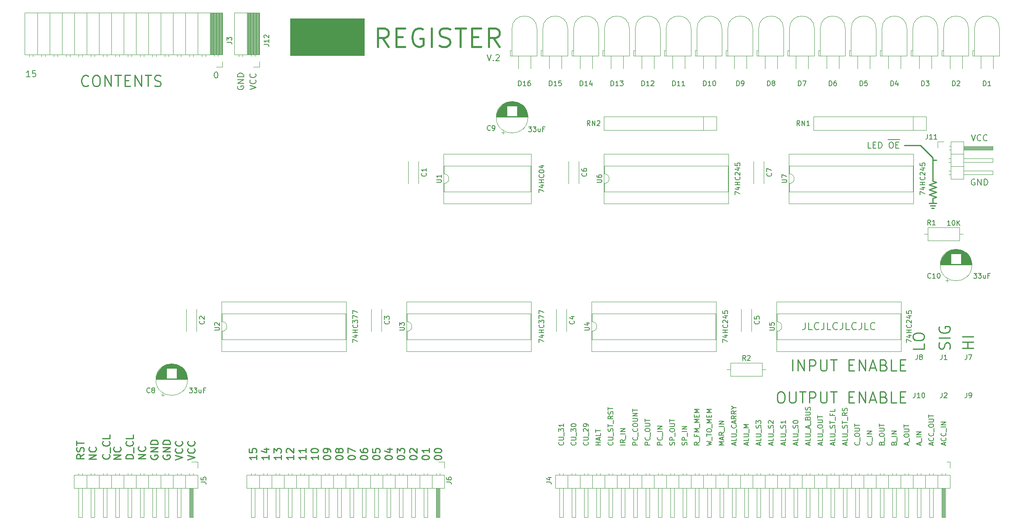
<source format=gto>
G04 #@! TF.GenerationSoftware,KiCad,Pcbnew,(5.1.5)-3*
G04 #@! TF.CreationDate,2022-12-08T22:20:29-08:00*
G04 #@! TF.ProjectId,register16,72656769-7374-4657-9231-362e6b696361,rev?*
G04 #@! TF.SameCoordinates,Original*
G04 #@! TF.FileFunction,Legend,Top*
G04 #@! TF.FilePolarity,Positive*
%FSLAX46Y46*%
G04 Gerber Fmt 4.6, Leading zero omitted, Abs format (unit mm)*
G04 Created by KiCad (PCBNEW (5.1.5)-3) date 2022-12-08 22:20:29*
%MOMM*%
%LPD*%
G04 APERTURE LIST*
%ADD10C,0.254000*%
%ADD11C,0.203200*%
%ADD12C,0.100000*%
%ADD13C,0.200000*%
%ADD14C,0.381000*%
%ADD15C,0.120000*%
%ADD16C,0.150000*%
%ADD17C,0.250000*%
%ADD18C,0.177800*%
%ADD19O,1.702000X1.702000*%
%ADD20C,1.702000*%
%ADD21O,1.802000X1.802000*%
%ADD22R,1.802000X1.802000*%
%ADD23C,1.902000*%
%ADD24R,1.902000X1.902000*%
%ADD25R,1.702000X1.702000*%
%ADD26C,2.601360*%
G04 APERTURE END LIST*
D10*
X239776000Y-76200000D02*
X239014000Y-76200000D01*
D11*
X53098095Y-58994523D02*
X52372380Y-58994523D01*
X52735238Y-58994523D02*
X52735238Y-57724523D01*
X52614285Y-57905952D01*
X52493333Y-58026904D01*
X52372380Y-58087380D01*
X54247142Y-57724523D02*
X53642380Y-57724523D01*
X53581904Y-58329285D01*
X53642380Y-58268809D01*
X53763333Y-58208333D01*
X54065714Y-58208333D01*
X54186666Y-58268809D01*
X54247142Y-58329285D01*
X54307619Y-58450238D01*
X54307619Y-58752619D01*
X54247142Y-58873571D01*
X54186666Y-58934047D01*
X54065714Y-58994523D01*
X53763333Y-58994523D01*
X53642380Y-58934047D01*
X53581904Y-58873571D01*
X91379523Y-57978523D02*
X91500476Y-57978523D01*
X91621428Y-58039000D01*
X91681904Y-58099476D01*
X91742380Y-58220428D01*
X91802857Y-58462333D01*
X91802857Y-58764714D01*
X91742380Y-59006619D01*
X91681904Y-59127571D01*
X91621428Y-59188047D01*
X91500476Y-59248523D01*
X91379523Y-59248523D01*
X91258571Y-59188047D01*
X91198095Y-59127571D01*
X91137619Y-59006619D01*
X91077142Y-58764714D01*
X91077142Y-58462333D01*
X91137619Y-58220428D01*
X91198095Y-58099476D01*
X91258571Y-58039000D01*
X91379523Y-57978523D01*
X147259523Y-54422523D02*
X147682857Y-55692523D01*
X148106190Y-54422523D01*
X148529523Y-55571571D02*
X148590000Y-55632047D01*
X148529523Y-55692523D01*
X148469047Y-55632047D01*
X148529523Y-55571571D01*
X148529523Y-55692523D01*
X149073809Y-54543476D02*
X149134285Y-54483000D01*
X149255238Y-54422523D01*
X149557619Y-54422523D01*
X149678571Y-54483000D01*
X149739047Y-54543476D01*
X149799523Y-54664428D01*
X149799523Y-54785380D01*
X149739047Y-54966809D01*
X149013333Y-55692523D01*
X149799523Y-55692523D01*
D10*
X238252000Y-85090000D02*
X239776000Y-85090000D01*
X239014000Y-80518000D02*
X239014000Y-75692000D01*
X238506000Y-85598000D02*
X239522000Y-85598000D01*
X239014000Y-84074000D02*
X239014000Y-85090000D01*
X239776000Y-83820000D02*
X238252000Y-83312000D01*
X238760000Y-86106000D02*
X239268000Y-86106000D01*
X239014000Y-84074000D02*
X239776000Y-83820000D01*
X239776000Y-80772000D02*
X239014000Y-80518000D01*
X239776000Y-80772000D02*
X238252000Y-81280000D01*
X238252000Y-82296000D02*
X239776000Y-82804000D01*
X239776000Y-82804000D02*
X238252000Y-83312000D01*
X239776000Y-81788000D02*
X238252000Y-82296000D01*
X238252000Y-81280000D02*
X239776000Y-81788000D01*
X236474000Y-73152000D02*
X239014000Y-75692000D01*
X233172000Y-73152000D02*
X236474000Y-73152000D01*
D11*
X226314000Y-73726523D02*
X225709238Y-73726523D01*
X225709238Y-72456523D01*
X226737333Y-73061285D02*
X227160666Y-73061285D01*
X227342095Y-73726523D02*
X226737333Y-73726523D01*
X226737333Y-72456523D01*
X227342095Y-72456523D01*
X227886380Y-73726523D02*
X227886380Y-72456523D01*
X228188761Y-72456523D01*
X228370190Y-72517000D01*
X228491142Y-72637952D01*
X228551619Y-72758904D01*
X228612095Y-73000809D01*
X228612095Y-73182238D01*
X228551619Y-73424142D01*
X228491142Y-73545095D01*
X228370190Y-73666047D01*
X228188761Y-73726523D01*
X227886380Y-73726523D01*
X229821619Y-71973440D02*
X231152095Y-71973440D01*
X230365904Y-72456523D02*
X230607809Y-72456523D01*
X230728761Y-72517000D01*
X230849714Y-72637952D01*
X230910190Y-72879857D01*
X230910190Y-73303190D01*
X230849714Y-73545095D01*
X230728761Y-73666047D01*
X230607809Y-73726523D01*
X230365904Y-73726523D01*
X230244952Y-73666047D01*
X230124000Y-73545095D01*
X230063523Y-73303190D01*
X230063523Y-72879857D01*
X230124000Y-72637952D01*
X230244952Y-72517000D01*
X230365904Y-72456523D01*
X231152095Y-71973440D02*
X232301142Y-71973440D01*
X231454476Y-73061285D02*
X231877809Y-73061285D01*
X232059238Y-73726523D02*
X231454476Y-73726523D01*
X231454476Y-72456523D01*
X232059238Y-72456523D01*
D12*
G36*
X121920000Y-54610000D02*
G01*
X106680000Y-54610000D01*
X106680000Y-46990000D01*
X121920000Y-46990000D01*
X121920000Y-54610000D01*
G37*
X121920000Y-54610000D02*
X106680000Y-54610000D01*
X106680000Y-46990000D01*
X121920000Y-46990000D01*
X121920000Y-54610000D01*
D11*
X95885000Y-60911619D02*
X95824523Y-61032571D01*
X95824523Y-61214000D01*
X95885000Y-61395428D01*
X96005952Y-61516380D01*
X96126904Y-61576857D01*
X96368809Y-61637333D01*
X96550238Y-61637333D01*
X96792142Y-61576857D01*
X96913095Y-61516380D01*
X97034047Y-61395428D01*
X97094523Y-61214000D01*
X97094523Y-61093047D01*
X97034047Y-60911619D01*
X96973571Y-60851142D01*
X96550238Y-60851142D01*
X96550238Y-61093047D01*
X97094523Y-60306857D02*
X95824523Y-60306857D01*
X97094523Y-59581142D01*
X95824523Y-59581142D01*
X97094523Y-58976380D02*
X95824523Y-58976380D01*
X95824523Y-58674000D01*
X95885000Y-58492571D01*
X96005952Y-58371619D01*
X96126904Y-58311142D01*
X96368809Y-58250666D01*
X96550238Y-58250666D01*
X96792142Y-58311142D01*
X96913095Y-58371619D01*
X97034047Y-58492571D01*
X97094523Y-58674000D01*
X97094523Y-58976380D01*
X98364523Y-61637333D02*
X99634523Y-61214000D01*
X98364523Y-60790666D01*
X99513571Y-59641619D02*
X99574047Y-59702095D01*
X99634523Y-59883523D01*
X99634523Y-60004476D01*
X99574047Y-60185904D01*
X99453095Y-60306857D01*
X99332142Y-60367333D01*
X99090238Y-60427809D01*
X98908809Y-60427809D01*
X98666904Y-60367333D01*
X98545952Y-60306857D01*
X98425000Y-60185904D01*
X98364523Y-60004476D01*
X98364523Y-59883523D01*
X98425000Y-59702095D01*
X98485476Y-59641619D01*
X99513571Y-58371619D02*
X99574047Y-58432095D01*
X99634523Y-58613523D01*
X99634523Y-58734476D01*
X99574047Y-58915904D01*
X99453095Y-59036857D01*
X99332142Y-59097333D01*
X99090238Y-59157809D01*
X98908809Y-59157809D01*
X98666904Y-59097333D01*
X98545952Y-59036857D01*
X98425000Y-58915904D01*
X98364523Y-58734476D01*
X98364523Y-58613523D01*
X98425000Y-58432095D01*
X98485476Y-58371619D01*
X247698380Y-80137000D02*
X247577428Y-80076523D01*
X247396000Y-80076523D01*
X247214571Y-80137000D01*
X247093619Y-80257952D01*
X247033142Y-80378904D01*
X246972666Y-80620809D01*
X246972666Y-80802238D01*
X247033142Y-81044142D01*
X247093619Y-81165095D01*
X247214571Y-81286047D01*
X247396000Y-81346523D01*
X247516952Y-81346523D01*
X247698380Y-81286047D01*
X247758857Y-81225571D01*
X247758857Y-80802238D01*
X247516952Y-80802238D01*
X248303142Y-81346523D02*
X248303142Y-80076523D01*
X249028857Y-81346523D01*
X249028857Y-80076523D01*
X249633619Y-81346523D02*
X249633619Y-80076523D01*
X249936000Y-80076523D01*
X250117428Y-80137000D01*
X250238380Y-80257952D01*
X250298857Y-80378904D01*
X250359333Y-80620809D01*
X250359333Y-80802238D01*
X250298857Y-81044142D01*
X250238380Y-81165095D01*
X250117428Y-81286047D01*
X249936000Y-81346523D01*
X249633619Y-81346523D01*
X246972666Y-70932523D02*
X247396000Y-72202523D01*
X247819333Y-70932523D01*
X248968380Y-72081571D02*
X248907904Y-72142047D01*
X248726476Y-72202523D01*
X248605523Y-72202523D01*
X248424095Y-72142047D01*
X248303142Y-72021095D01*
X248242666Y-71900142D01*
X248182190Y-71658238D01*
X248182190Y-71476809D01*
X248242666Y-71234904D01*
X248303142Y-71113952D01*
X248424095Y-70993000D01*
X248605523Y-70932523D01*
X248726476Y-70932523D01*
X248907904Y-70993000D01*
X248968380Y-71053476D01*
X250238380Y-72081571D02*
X250177904Y-72142047D01*
X249996476Y-72202523D01*
X249875523Y-72202523D01*
X249694095Y-72142047D01*
X249573142Y-72021095D01*
X249512666Y-71900142D01*
X249452190Y-71658238D01*
X249452190Y-71476809D01*
X249512666Y-71234904D01*
X249573142Y-71113952D01*
X249694095Y-70993000D01*
X249875523Y-70932523D01*
X249996476Y-70932523D01*
X250177904Y-70993000D01*
X250238380Y-71053476D01*
D13*
X212781428Y-109668571D02*
X212781428Y-110740000D01*
X212710000Y-110954285D01*
X212567142Y-111097142D01*
X212352857Y-111168571D01*
X212210000Y-111168571D01*
X214210000Y-111168571D02*
X213495714Y-111168571D01*
X213495714Y-109668571D01*
X215567142Y-111025714D02*
X215495714Y-111097142D01*
X215281428Y-111168571D01*
X215138571Y-111168571D01*
X214924285Y-111097142D01*
X214781428Y-110954285D01*
X214710000Y-110811428D01*
X214638571Y-110525714D01*
X214638571Y-110311428D01*
X214710000Y-110025714D01*
X214781428Y-109882857D01*
X214924285Y-109740000D01*
X215138571Y-109668571D01*
X215281428Y-109668571D01*
X215495714Y-109740000D01*
X215567142Y-109811428D01*
X216638571Y-109668571D02*
X216638571Y-110740000D01*
X216567142Y-110954285D01*
X216424285Y-111097142D01*
X216210000Y-111168571D01*
X216067142Y-111168571D01*
X218067142Y-111168571D02*
X217352857Y-111168571D01*
X217352857Y-109668571D01*
X219424285Y-111025714D02*
X219352857Y-111097142D01*
X219138571Y-111168571D01*
X218995714Y-111168571D01*
X218781428Y-111097142D01*
X218638571Y-110954285D01*
X218567142Y-110811428D01*
X218495714Y-110525714D01*
X218495714Y-110311428D01*
X218567142Y-110025714D01*
X218638571Y-109882857D01*
X218781428Y-109740000D01*
X218995714Y-109668571D01*
X219138571Y-109668571D01*
X219352857Y-109740000D01*
X219424285Y-109811428D01*
X220495714Y-109668571D02*
X220495714Y-110740000D01*
X220424285Y-110954285D01*
X220281428Y-111097142D01*
X220067142Y-111168571D01*
X219924285Y-111168571D01*
X221924285Y-111168571D02*
X221210000Y-111168571D01*
X221210000Y-109668571D01*
X223281428Y-111025714D02*
X223210000Y-111097142D01*
X222995714Y-111168571D01*
X222852857Y-111168571D01*
X222638571Y-111097142D01*
X222495714Y-110954285D01*
X222424285Y-110811428D01*
X222352857Y-110525714D01*
X222352857Y-110311428D01*
X222424285Y-110025714D01*
X222495714Y-109882857D01*
X222638571Y-109740000D01*
X222852857Y-109668571D01*
X222995714Y-109668571D01*
X223210000Y-109740000D01*
X223281428Y-109811428D01*
X224352857Y-109668571D02*
X224352857Y-110740000D01*
X224281428Y-110954285D01*
X224138571Y-111097142D01*
X223924285Y-111168571D01*
X223781428Y-111168571D01*
X225781428Y-111168571D02*
X225067142Y-111168571D01*
X225067142Y-109668571D01*
X227138571Y-111025714D02*
X227067142Y-111097142D01*
X226852857Y-111168571D01*
X226710000Y-111168571D01*
X226495714Y-111097142D01*
X226352857Y-110954285D01*
X226281428Y-110811428D01*
X226210000Y-110525714D01*
X226210000Y-110311428D01*
X226281428Y-110025714D01*
X226352857Y-109882857D01*
X226495714Y-109740000D01*
X226710000Y-109668571D01*
X226852857Y-109668571D01*
X227067142Y-109740000D01*
X227138571Y-109811428D01*
D14*
X126909285Y-52777571D02*
X125639285Y-50963285D01*
X124732142Y-52777571D02*
X124732142Y-48967571D01*
X126183571Y-48967571D01*
X126546428Y-49149000D01*
X126727857Y-49330428D01*
X126909285Y-49693285D01*
X126909285Y-50237571D01*
X126727857Y-50600428D01*
X126546428Y-50781857D01*
X126183571Y-50963285D01*
X124732142Y-50963285D01*
X128542142Y-50781857D02*
X129812142Y-50781857D01*
X130356428Y-52777571D02*
X128542142Y-52777571D01*
X128542142Y-48967571D01*
X130356428Y-48967571D01*
X133985000Y-49149000D02*
X133622142Y-48967571D01*
X133077857Y-48967571D01*
X132533571Y-49149000D01*
X132170714Y-49511857D01*
X131989285Y-49874714D01*
X131807857Y-50600428D01*
X131807857Y-51144714D01*
X131989285Y-51870428D01*
X132170714Y-52233285D01*
X132533571Y-52596142D01*
X133077857Y-52777571D01*
X133440714Y-52777571D01*
X133985000Y-52596142D01*
X134166428Y-52414714D01*
X134166428Y-51144714D01*
X133440714Y-51144714D01*
X135799285Y-52777571D02*
X135799285Y-48967571D01*
X137432142Y-52596142D02*
X137976428Y-52777571D01*
X138883571Y-52777571D01*
X139246428Y-52596142D01*
X139427857Y-52414714D01*
X139609285Y-52051857D01*
X139609285Y-51689000D01*
X139427857Y-51326142D01*
X139246428Y-51144714D01*
X138883571Y-50963285D01*
X138157857Y-50781857D01*
X137795000Y-50600428D01*
X137613571Y-50419000D01*
X137432142Y-50056142D01*
X137432142Y-49693285D01*
X137613571Y-49330428D01*
X137795000Y-49149000D01*
X138157857Y-48967571D01*
X139065000Y-48967571D01*
X139609285Y-49149000D01*
X140697857Y-48967571D02*
X142875000Y-48967571D01*
X141786428Y-52777571D02*
X141786428Y-48967571D01*
X144145000Y-50781857D02*
X145415000Y-50781857D01*
X145959285Y-52777571D02*
X144145000Y-52777571D01*
X144145000Y-48967571D01*
X145959285Y-48967571D01*
X149769285Y-52777571D02*
X148499285Y-50963285D01*
X147592142Y-52777571D02*
X147592142Y-48967571D01*
X149043571Y-48967571D01*
X149406428Y-49149000D01*
X149587857Y-49330428D01*
X149769285Y-49693285D01*
X149769285Y-50237571D01*
X149587857Y-50600428D01*
X149406428Y-50781857D01*
X149043571Y-50963285D01*
X147592142Y-50963285D01*
D10*
X65132857Y-60760428D02*
X65024000Y-60869285D01*
X64697428Y-60978142D01*
X64479714Y-60978142D01*
X64153142Y-60869285D01*
X63935428Y-60651571D01*
X63826571Y-60433857D01*
X63717714Y-59998428D01*
X63717714Y-59671857D01*
X63826571Y-59236428D01*
X63935428Y-59018714D01*
X64153142Y-58801000D01*
X64479714Y-58692142D01*
X64697428Y-58692142D01*
X65024000Y-58801000D01*
X65132857Y-58909857D01*
X66548000Y-58692142D02*
X66983428Y-58692142D01*
X67201142Y-58801000D01*
X67418857Y-59018714D01*
X67527714Y-59454142D01*
X67527714Y-60216142D01*
X67418857Y-60651571D01*
X67201142Y-60869285D01*
X66983428Y-60978142D01*
X66548000Y-60978142D01*
X66330285Y-60869285D01*
X66112571Y-60651571D01*
X66003714Y-60216142D01*
X66003714Y-59454142D01*
X66112571Y-59018714D01*
X66330285Y-58801000D01*
X66548000Y-58692142D01*
X68507428Y-60978142D02*
X68507428Y-58692142D01*
X69813714Y-60978142D01*
X69813714Y-58692142D01*
X70575714Y-58692142D02*
X71882000Y-58692142D01*
X71228857Y-60978142D02*
X71228857Y-58692142D01*
X72644000Y-59780714D02*
X73406000Y-59780714D01*
X73732571Y-60978142D02*
X72644000Y-60978142D01*
X72644000Y-58692142D01*
X73732571Y-58692142D01*
X74712285Y-60978142D02*
X74712285Y-58692142D01*
X76018571Y-60978142D01*
X76018571Y-58692142D01*
X76780571Y-58692142D02*
X78086857Y-58692142D01*
X77433714Y-60978142D02*
X77433714Y-58692142D01*
X78740000Y-60869285D02*
X79066571Y-60978142D01*
X79610857Y-60978142D01*
X79828571Y-60869285D01*
X79937428Y-60760428D01*
X80046285Y-60542714D01*
X80046285Y-60325000D01*
X79937428Y-60107285D01*
X79828571Y-59998428D01*
X79610857Y-59889571D01*
X79175428Y-59780714D01*
X78957714Y-59671857D01*
X78848857Y-59563000D01*
X78740000Y-59345285D01*
X78740000Y-59127571D01*
X78848857Y-58909857D01*
X78957714Y-58801000D01*
X79175428Y-58692142D01*
X79719714Y-58692142D01*
X80046285Y-58801000D01*
X242479285Y-115116428D02*
X242588142Y-114789857D01*
X242588142Y-114245571D01*
X242479285Y-114027857D01*
X242370428Y-113919000D01*
X242152714Y-113810142D01*
X241935000Y-113810142D01*
X241717285Y-113919000D01*
X241608428Y-114027857D01*
X241499571Y-114245571D01*
X241390714Y-114681000D01*
X241281857Y-114898714D01*
X241173000Y-115007571D01*
X240955285Y-115116428D01*
X240737571Y-115116428D01*
X240519857Y-115007571D01*
X240411000Y-114898714D01*
X240302142Y-114681000D01*
X240302142Y-114136714D01*
X240411000Y-113810142D01*
X242588142Y-112830428D02*
X240302142Y-112830428D01*
X240411000Y-110544428D02*
X240302142Y-110762142D01*
X240302142Y-111088714D01*
X240411000Y-111415285D01*
X240628714Y-111633000D01*
X240846428Y-111741857D01*
X241281857Y-111850714D01*
X241608428Y-111850714D01*
X242043857Y-111741857D01*
X242261571Y-111633000D01*
X242479285Y-111415285D01*
X242588142Y-111088714D01*
X242588142Y-110871000D01*
X242479285Y-110544428D01*
X242370428Y-110435571D01*
X241608428Y-110435571D01*
X241608428Y-110871000D01*
X247414142Y-114989428D02*
X245128142Y-114989428D01*
X246216714Y-114989428D02*
X246216714Y-113683142D01*
X247414142Y-113683142D02*
X245128142Y-113683142D01*
X247414142Y-112594571D02*
X245128142Y-112594571D01*
X237254142Y-114027857D02*
X237254142Y-115116428D01*
X234968142Y-115116428D01*
X234968142Y-112830428D02*
X234968142Y-112395000D01*
X235077000Y-112177285D01*
X235294714Y-111959571D01*
X235730142Y-111850714D01*
X236492142Y-111850714D01*
X236927571Y-111959571D01*
X237145285Y-112177285D01*
X237254142Y-112395000D01*
X237254142Y-112830428D01*
X237145285Y-113048142D01*
X236927571Y-113265857D01*
X236492142Y-113374714D01*
X235730142Y-113374714D01*
X235294714Y-113265857D01*
X235077000Y-113048142D01*
X234968142Y-112830428D01*
X207536142Y-123970142D02*
X207971571Y-123970142D01*
X208189285Y-124079000D01*
X208407000Y-124296714D01*
X208515857Y-124732142D01*
X208515857Y-125494142D01*
X208407000Y-125929571D01*
X208189285Y-126147285D01*
X207971571Y-126256142D01*
X207536142Y-126256142D01*
X207318428Y-126147285D01*
X207100714Y-125929571D01*
X206991857Y-125494142D01*
X206991857Y-124732142D01*
X207100714Y-124296714D01*
X207318428Y-124079000D01*
X207536142Y-123970142D01*
X209495571Y-123970142D02*
X209495571Y-125820714D01*
X209604428Y-126038428D01*
X209713285Y-126147285D01*
X209931000Y-126256142D01*
X210366428Y-126256142D01*
X210584142Y-126147285D01*
X210693000Y-126038428D01*
X210801857Y-125820714D01*
X210801857Y-123970142D01*
X211563857Y-123970142D02*
X212870142Y-123970142D01*
X212217000Y-126256142D02*
X212217000Y-123970142D01*
X213632142Y-126256142D02*
X213632142Y-123970142D01*
X214503000Y-123970142D01*
X214720714Y-124079000D01*
X214829571Y-124187857D01*
X214938428Y-124405571D01*
X214938428Y-124732142D01*
X214829571Y-124949857D01*
X214720714Y-125058714D01*
X214503000Y-125167571D01*
X213632142Y-125167571D01*
X215918142Y-123970142D02*
X215918142Y-125820714D01*
X216027000Y-126038428D01*
X216135857Y-126147285D01*
X216353571Y-126256142D01*
X216789000Y-126256142D01*
X217006714Y-126147285D01*
X217115571Y-126038428D01*
X217224428Y-125820714D01*
X217224428Y-123970142D01*
X217986428Y-123970142D02*
X219292714Y-123970142D01*
X218639571Y-126256142D02*
X218639571Y-123970142D01*
X221796428Y-125058714D02*
X222558428Y-125058714D01*
X222885000Y-126256142D02*
X221796428Y-126256142D01*
X221796428Y-123970142D01*
X222885000Y-123970142D01*
X223864714Y-126256142D02*
X223864714Y-123970142D01*
X225171000Y-126256142D01*
X225171000Y-123970142D01*
X226150714Y-125603000D02*
X227239285Y-125603000D01*
X225933000Y-126256142D02*
X226695000Y-123970142D01*
X227457000Y-126256142D01*
X228981000Y-125058714D02*
X229307571Y-125167571D01*
X229416428Y-125276428D01*
X229525285Y-125494142D01*
X229525285Y-125820714D01*
X229416428Y-126038428D01*
X229307571Y-126147285D01*
X229089857Y-126256142D01*
X228219000Y-126256142D01*
X228219000Y-123970142D01*
X228981000Y-123970142D01*
X229198714Y-124079000D01*
X229307571Y-124187857D01*
X229416428Y-124405571D01*
X229416428Y-124623285D01*
X229307571Y-124841000D01*
X229198714Y-124949857D01*
X228981000Y-125058714D01*
X228219000Y-125058714D01*
X231593571Y-126256142D02*
X230505000Y-126256142D01*
X230505000Y-123970142D01*
X232355571Y-125058714D02*
X233117571Y-125058714D01*
X233444142Y-126256142D02*
X232355571Y-126256142D01*
X232355571Y-123970142D01*
X233444142Y-123970142D01*
X210148714Y-119652142D02*
X210148714Y-117366142D01*
X211237285Y-119652142D02*
X211237285Y-117366142D01*
X212543571Y-119652142D01*
X212543571Y-117366142D01*
X213632142Y-119652142D02*
X213632142Y-117366142D01*
X214503000Y-117366142D01*
X214720714Y-117475000D01*
X214829571Y-117583857D01*
X214938428Y-117801571D01*
X214938428Y-118128142D01*
X214829571Y-118345857D01*
X214720714Y-118454714D01*
X214503000Y-118563571D01*
X213632142Y-118563571D01*
X215918142Y-117366142D02*
X215918142Y-119216714D01*
X216027000Y-119434428D01*
X216135857Y-119543285D01*
X216353571Y-119652142D01*
X216789000Y-119652142D01*
X217006714Y-119543285D01*
X217115571Y-119434428D01*
X217224428Y-119216714D01*
X217224428Y-117366142D01*
X217986428Y-117366142D02*
X219292714Y-117366142D01*
X218639571Y-119652142D02*
X218639571Y-117366142D01*
X221796428Y-118454714D02*
X222558428Y-118454714D01*
X222885000Y-119652142D02*
X221796428Y-119652142D01*
X221796428Y-117366142D01*
X222885000Y-117366142D01*
X223864714Y-119652142D02*
X223864714Y-117366142D01*
X225171000Y-119652142D01*
X225171000Y-117366142D01*
X226150714Y-118999000D02*
X227239285Y-118999000D01*
X225933000Y-119652142D02*
X226695000Y-117366142D01*
X227457000Y-119652142D01*
X228981000Y-118454714D02*
X229307571Y-118563571D01*
X229416428Y-118672428D01*
X229525285Y-118890142D01*
X229525285Y-119216714D01*
X229416428Y-119434428D01*
X229307571Y-119543285D01*
X229089857Y-119652142D01*
X228219000Y-119652142D01*
X228219000Y-117366142D01*
X228981000Y-117366142D01*
X229198714Y-117475000D01*
X229307571Y-117583857D01*
X229416428Y-117801571D01*
X229416428Y-118019285D01*
X229307571Y-118237000D01*
X229198714Y-118345857D01*
X228981000Y-118454714D01*
X228219000Y-118454714D01*
X231593571Y-119652142D02*
X230505000Y-119652142D01*
X230505000Y-117366142D01*
X232355571Y-118454714D02*
X233117571Y-118454714D01*
X233444142Y-119652142D02*
X232355571Y-119652142D01*
X232355571Y-117366142D01*
X233444142Y-117366142D01*
D15*
X204700000Y-119380000D02*
X203930000Y-119380000D01*
X196620000Y-119380000D02*
X197390000Y-119380000D01*
X203930000Y-118010000D02*
X197390000Y-118010000D01*
X203930000Y-120750000D02*
X203930000Y-118010000D01*
X197390000Y-120750000D02*
X203930000Y-120750000D01*
X197390000Y-118010000D02*
X197390000Y-120750000D01*
X240030000Y-72390000D02*
X241300000Y-72390000D01*
X240030000Y-73660000D02*
X240030000Y-72390000D01*
X242342929Y-79120000D02*
X242740000Y-79120000D01*
X242342929Y-78360000D02*
X242740000Y-78360000D01*
X251400000Y-79120000D02*
X245400000Y-79120000D01*
X251400000Y-78360000D02*
X251400000Y-79120000D01*
X245400000Y-78360000D02*
X251400000Y-78360000D01*
X242740000Y-77470000D02*
X245400000Y-77470000D01*
X242342929Y-76580000D02*
X242740000Y-76580000D01*
X242342929Y-75820000D02*
X242740000Y-75820000D01*
X251400000Y-76580000D02*
X245400000Y-76580000D01*
X251400000Y-75820000D02*
X251400000Y-76580000D01*
X245400000Y-75820000D02*
X251400000Y-75820000D01*
X242740000Y-74930000D02*
X245400000Y-74930000D01*
X242410000Y-74040000D02*
X242740000Y-74040000D01*
X242410000Y-73280000D02*
X242740000Y-73280000D01*
X245400000Y-73940000D02*
X251400000Y-73940000D01*
X245400000Y-73820000D02*
X251400000Y-73820000D01*
X245400000Y-73700000D02*
X251400000Y-73700000D01*
X245400000Y-73580000D02*
X251400000Y-73580000D01*
X245400000Y-73460000D02*
X251400000Y-73460000D01*
X245400000Y-73340000D02*
X251400000Y-73340000D01*
X251400000Y-74040000D02*
X245400000Y-74040000D01*
X251400000Y-73280000D02*
X251400000Y-74040000D01*
X245400000Y-73280000D02*
X251400000Y-73280000D01*
X245400000Y-72330000D02*
X242740000Y-72330000D01*
X245400000Y-80070000D02*
X245400000Y-72330000D01*
X242740000Y-80070000D02*
X245400000Y-80070000D01*
X242740000Y-72330000D02*
X242740000Y-80070000D01*
X245340000Y-91440000D02*
X244570000Y-91440000D01*
X237260000Y-91440000D02*
X238030000Y-91440000D01*
X244570000Y-90070000D02*
X238030000Y-90070000D01*
X244570000Y-92810000D02*
X244570000Y-90070000D01*
X238030000Y-92810000D02*
X244570000Y-92810000D01*
X238030000Y-90070000D02*
X238030000Y-92810000D01*
X100390000Y-55880000D02*
X100390000Y-56990000D01*
X100390000Y-56990000D02*
X99060000Y-56990000D01*
X100390000Y-45790000D02*
X95190000Y-45790000D01*
X95190000Y-45790000D02*
X95190000Y-54420000D01*
X100390000Y-54420000D02*
X95190000Y-54420000D01*
X100390000Y-45790000D02*
X100390000Y-54420000D01*
X97790000Y-45790000D02*
X97790000Y-54420000D01*
X96160000Y-54420000D02*
X96160000Y-54830000D01*
X96880000Y-54420000D02*
X96880000Y-54830000D01*
X98700000Y-54420000D02*
X98700000Y-54770000D01*
X99420000Y-54420000D02*
X99420000Y-54770000D01*
X97908100Y-45790000D02*
X97908100Y-54420000D01*
X98026195Y-45790000D02*
X98026195Y-54420000D01*
X98144290Y-45790000D02*
X98144290Y-54420000D01*
X98262385Y-45790000D02*
X98262385Y-54420000D01*
X98380480Y-45790000D02*
X98380480Y-54420000D01*
X98498575Y-45790000D02*
X98498575Y-54420000D01*
X98616670Y-45790000D02*
X98616670Y-54420000D01*
X98734765Y-45790000D02*
X98734765Y-54420000D01*
X98852860Y-45790000D02*
X98852860Y-54420000D01*
X98970955Y-45790000D02*
X98970955Y-54420000D01*
X99089050Y-45790000D02*
X99089050Y-54420000D01*
X99207145Y-45790000D02*
X99207145Y-54420000D01*
X99325240Y-45790000D02*
X99325240Y-54420000D01*
X99443335Y-45790000D02*
X99443335Y-54420000D01*
X99561430Y-45790000D02*
X99561430Y-54420000D01*
X99679525Y-45790000D02*
X99679525Y-54420000D01*
X99797620Y-45790000D02*
X99797620Y-54420000D01*
X99915715Y-45790000D02*
X99915715Y-54420000D01*
X100033810Y-45790000D02*
X100033810Y-54420000D01*
X100151905Y-45790000D02*
X100151905Y-54420000D01*
X100270000Y-45790000D02*
X100270000Y-54420000D01*
X138490000Y-141140000D02*
X97730000Y-141140000D01*
X97730000Y-141140000D02*
X97730000Y-143800000D01*
X97730000Y-143800000D02*
X138490000Y-143800000D01*
X138490000Y-143800000D02*
X138490000Y-141140000D01*
X137540000Y-143800000D02*
X137540000Y-149800000D01*
X137540000Y-149800000D02*
X136780000Y-149800000D01*
X136780000Y-149800000D02*
X136780000Y-143800000D01*
X137480000Y-143800000D02*
X137480000Y-149800000D01*
X137360000Y-143800000D02*
X137360000Y-149800000D01*
X137240000Y-143800000D02*
X137240000Y-149800000D01*
X137120000Y-143800000D02*
X137120000Y-149800000D01*
X137000000Y-143800000D02*
X137000000Y-149800000D01*
X136880000Y-143800000D02*
X136880000Y-149800000D01*
X137540000Y-140810000D02*
X137540000Y-141140000D01*
X136780000Y-140810000D02*
X136780000Y-141140000D01*
X135890000Y-141140000D02*
X135890000Y-143800000D01*
X135000000Y-143800000D02*
X135000000Y-149800000D01*
X135000000Y-149800000D02*
X134240000Y-149800000D01*
X134240000Y-149800000D02*
X134240000Y-143800000D01*
X135000000Y-140742929D02*
X135000000Y-141140000D01*
X134240000Y-140742929D02*
X134240000Y-141140000D01*
X133350000Y-141140000D02*
X133350000Y-143800000D01*
X132460000Y-143800000D02*
X132460000Y-149800000D01*
X132460000Y-149800000D02*
X131700000Y-149800000D01*
X131700000Y-149800000D02*
X131700000Y-143800000D01*
X132460000Y-140742929D02*
X132460000Y-141140000D01*
X131700000Y-140742929D02*
X131700000Y-141140000D01*
X130810000Y-141140000D02*
X130810000Y-143800000D01*
X129920000Y-143800000D02*
X129920000Y-149800000D01*
X129920000Y-149800000D02*
X129160000Y-149800000D01*
X129160000Y-149800000D02*
X129160000Y-143800000D01*
X129920000Y-140742929D02*
X129920000Y-141140000D01*
X129160000Y-140742929D02*
X129160000Y-141140000D01*
X128270000Y-141140000D02*
X128270000Y-143800000D01*
X127380000Y-143800000D02*
X127380000Y-149800000D01*
X127380000Y-149800000D02*
X126620000Y-149800000D01*
X126620000Y-149800000D02*
X126620000Y-143800000D01*
X127380000Y-140742929D02*
X127380000Y-141140000D01*
X126620000Y-140742929D02*
X126620000Y-141140000D01*
X125730000Y-141140000D02*
X125730000Y-143800000D01*
X124840000Y-143800000D02*
X124840000Y-149800000D01*
X124840000Y-149800000D02*
X124080000Y-149800000D01*
X124080000Y-149800000D02*
X124080000Y-143800000D01*
X124840000Y-140742929D02*
X124840000Y-141140000D01*
X124080000Y-140742929D02*
X124080000Y-141140000D01*
X123190000Y-141140000D02*
X123190000Y-143800000D01*
X122300000Y-143800000D02*
X122300000Y-149800000D01*
X122300000Y-149800000D02*
X121540000Y-149800000D01*
X121540000Y-149800000D02*
X121540000Y-143800000D01*
X122300000Y-140742929D02*
X122300000Y-141140000D01*
X121540000Y-140742929D02*
X121540000Y-141140000D01*
X120650000Y-141140000D02*
X120650000Y-143800000D01*
X119760000Y-143800000D02*
X119760000Y-149800000D01*
X119760000Y-149800000D02*
X119000000Y-149800000D01*
X119000000Y-149800000D02*
X119000000Y-143800000D01*
X119760000Y-140742929D02*
X119760000Y-141140000D01*
X119000000Y-140742929D02*
X119000000Y-141140000D01*
X118110000Y-141140000D02*
X118110000Y-143800000D01*
X117220000Y-143800000D02*
X117220000Y-149800000D01*
X117220000Y-149800000D02*
X116460000Y-149800000D01*
X116460000Y-149800000D02*
X116460000Y-143800000D01*
X117220000Y-140742929D02*
X117220000Y-141140000D01*
X116460000Y-140742929D02*
X116460000Y-141140000D01*
X115570000Y-141140000D02*
X115570000Y-143800000D01*
X114680000Y-143800000D02*
X114680000Y-149800000D01*
X114680000Y-149800000D02*
X113920000Y-149800000D01*
X113920000Y-149800000D02*
X113920000Y-143800000D01*
X114680000Y-140742929D02*
X114680000Y-141140000D01*
X113920000Y-140742929D02*
X113920000Y-141140000D01*
X113030000Y-141140000D02*
X113030000Y-143800000D01*
X112140000Y-143800000D02*
X112140000Y-149800000D01*
X112140000Y-149800000D02*
X111380000Y-149800000D01*
X111380000Y-149800000D02*
X111380000Y-143800000D01*
X112140000Y-140742929D02*
X112140000Y-141140000D01*
X111380000Y-140742929D02*
X111380000Y-141140000D01*
X110490000Y-141140000D02*
X110490000Y-143800000D01*
X109600000Y-143800000D02*
X109600000Y-149800000D01*
X109600000Y-149800000D02*
X108840000Y-149800000D01*
X108840000Y-149800000D02*
X108840000Y-143800000D01*
X109600000Y-140742929D02*
X109600000Y-141140000D01*
X108840000Y-140742929D02*
X108840000Y-141140000D01*
X107950000Y-141140000D02*
X107950000Y-143800000D01*
X107060000Y-143800000D02*
X107060000Y-149800000D01*
X107060000Y-149800000D02*
X106300000Y-149800000D01*
X106300000Y-149800000D02*
X106300000Y-143800000D01*
X107060000Y-140742929D02*
X107060000Y-141140000D01*
X106300000Y-140742929D02*
X106300000Y-141140000D01*
X105410000Y-141140000D02*
X105410000Y-143800000D01*
X104520000Y-143800000D02*
X104520000Y-149800000D01*
X104520000Y-149800000D02*
X103760000Y-149800000D01*
X103760000Y-149800000D02*
X103760000Y-143800000D01*
X104520000Y-140742929D02*
X104520000Y-141140000D01*
X103760000Y-140742929D02*
X103760000Y-141140000D01*
X102870000Y-141140000D02*
X102870000Y-143800000D01*
X101980000Y-143800000D02*
X101980000Y-149800000D01*
X101980000Y-149800000D02*
X101220000Y-149800000D01*
X101220000Y-149800000D02*
X101220000Y-143800000D01*
X101980000Y-140742929D02*
X101980000Y-141140000D01*
X101220000Y-140742929D02*
X101220000Y-141140000D01*
X100330000Y-141140000D02*
X100330000Y-143800000D01*
X99440000Y-143800000D02*
X99440000Y-149800000D01*
X99440000Y-149800000D02*
X98680000Y-149800000D01*
X98680000Y-149800000D02*
X98680000Y-143800000D01*
X99440000Y-140742929D02*
X99440000Y-141140000D01*
X98680000Y-140742929D02*
X98680000Y-141140000D01*
X137160000Y-138430000D02*
X138430000Y-138430000D01*
X138430000Y-138430000D02*
X138430000Y-139700000D01*
X87690000Y-141140000D02*
X62170000Y-141140000D01*
X62170000Y-141140000D02*
X62170000Y-143800000D01*
X62170000Y-143800000D02*
X87690000Y-143800000D01*
X87690000Y-143800000D02*
X87690000Y-141140000D01*
X86740000Y-143800000D02*
X86740000Y-149800000D01*
X86740000Y-149800000D02*
X85980000Y-149800000D01*
X85980000Y-149800000D02*
X85980000Y-143800000D01*
X86680000Y-143800000D02*
X86680000Y-149800000D01*
X86560000Y-143800000D02*
X86560000Y-149800000D01*
X86440000Y-143800000D02*
X86440000Y-149800000D01*
X86320000Y-143800000D02*
X86320000Y-149800000D01*
X86200000Y-143800000D02*
X86200000Y-149800000D01*
X86080000Y-143800000D02*
X86080000Y-149800000D01*
X86740000Y-140810000D02*
X86740000Y-141140000D01*
X85980000Y-140810000D02*
X85980000Y-141140000D01*
X85090000Y-141140000D02*
X85090000Y-143800000D01*
X84200000Y-143800000D02*
X84200000Y-149800000D01*
X84200000Y-149800000D02*
X83440000Y-149800000D01*
X83440000Y-149800000D02*
X83440000Y-143800000D01*
X84200000Y-140742929D02*
X84200000Y-141140000D01*
X83440000Y-140742929D02*
X83440000Y-141140000D01*
X82550000Y-141140000D02*
X82550000Y-143800000D01*
X81660000Y-143800000D02*
X81660000Y-149800000D01*
X81660000Y-149800000D02*
X80900000Y-149800000D01*
X80900000Y-149800000D02*
X80900000Y-143800000D01*
X81660000Y-140742929D02*
X81660000Y-141140000D01*
X80900000Y-140742929D02*
X80900000Y-141140000D01*
X80010000Y-141140000D02*
X80010000Y-143800000D01*
X79120000Y-143800000D02*
X79120000Y-149800000D01*
X79120000Y-149800000D02*
X78360000Y-149800000D01*
X78360000Y-149800000D02*
X78360000Y-143800000D01*
X79120000Y-140742929D02*
X79120000Y-141140000D01*
X78360000Y-140742929D02*
X78360000Y-141140000D01*
X77470000Y-141140000D02*
X77470000Y-143800000D01*
X76580000Y-143800000D02*
X76580000Y-149800000D01*
X76580000Y-149800000D02*
X75820000Y-149800000D01*
X75820000Y-149800000D02*
X75820000Y-143800000D01*
X76580000Y-140742929D02*
X76580000Y-141140000D01*
X75820000Y-140742929D02*
X75820000Y-141140000D01*
X74930000Y-141140000D02*
X74930000Y-143800000D01*
X74040000Y-143800000D02*
X74040000Y-149800000D01*
X74040000Y-149800000D02*
X73280000Y-149800000D01*
X73280000Y-149800000D02*
X73280000Y-143800000D01*
X74040000Y-140742929D02*
X74040000Y-141140000D01*
X73280000Y-140742929D02*
X73280000Y-141140000D01*
X72390000Y-141140000D02*
X72390000Y-143800000D01*
X71500000Y-143800000D02*
X71500000Y-149800000D01*
X71500000Y-149800000D02*
X70740000Y-149800000D01*
X70740000Y-149800000D02*
X70740000Y-143800000D01*
X71500000Y-140742929D02*
X71500000Y-141140000D01*
X70740000Y-140742929D02*
X70740000Y-141140000D01*
X69850000Y-141140000D02*
X69850000Y-143800000D01*
X68960000Y-143800000D02*
X68960000Y-149800000D01*
X68960000Y-149800000D02*
X68200000Y-149800000D01*
X68200000Y-149800000D02*
X68200000Y-143800000D01*
X68960000Y-140742929D02*
X68960000Y-141140000D01*
X68200000Y-140742929D02*
X68200000Y-141140000D01*
X67310000Y-141140000D02*
X67310000Y-143800000D01*
X66420000Y-143800000D02*
X66420000Y-149800000D01*
X66420000Y-149800000D02*
X65660000Y-149800000D01*
X65660000Y-149800000D02*
X65660000Y-143800000D01*
X66420000Y-140742929D02*
X66420000Y-141140000D01*
X65660000Y-140742929D02*
X65660000Y-141140000D01*
X64770000Y-141140000D02*
X64770000Y-143800000D01*
X63880000Y-143800000D02*
X63880000Y-149800000D01*
X63880000Y-149800000D02*
X63120000Y-149800000D01*
X63120000Y-149800000D02*
X63120000Y-143800000D01*
X63880000Y-140742929D02*
X63880000Y-141140000D01*
X63120000Y-140742929D02*
X63120000Y-141140000D01*
X86360000Y-138430000D02*
X87630000Y-138430000D01*
X87630000Y-138430000D02*
X87630000Y-139700000D01*
X242630000Y-141140000D02*
X161290000Y-141140000D01*
X161290000Y-143800000D02*
X242630000Y-143800000D01*
X242630000Y-143800000D02*
X242630000Y-141140000D01*
X241680000Y-143800000D02*
X241680000Y-149800000D01*
X241680000Y-149800000D02*
X240920000Y-149800000D01*
X240920000Y-149800000D02*
X240920000Y-143800000D01*
X241620000Y-143800000D02*
X241620000Y-149800000D01*
X241500000Y-143800000D02*
X241500000Y-149800000D01*
X241380000Y-143800000D02*
X241380000Y-149800000D01*
X241260000Y-143800000D02*
X241260000Y-149800000D01*
X241140000Y-143800000D02*
X241140000Y-149800000D01*
X241020000Y-143800000D02*
X241020000Y-149800000D01*
X241680000Y-140810000D02*
X241680000Y-141140000D01*
X240920000Y-140810000D02*
X240920000Y-141140000D01*
X240030000Y-141140000D02*
X240030000Y-143800000D01*
X239140000Y-143800000D02*
X239140000Y-149800000D01*
X239140000Y-149800000D02*
X238380000Y-149800000D01*
X238380000Y-149800000D02*
X238380000Y-143800000D01*
X239140000Y-140742929D02*
X239140000Y-141140000D01*
X238380000Y-140742929D02*
X238380000Y-141140000D01*
X237490000Y-141140000D02*
X237490000Y-143800000D01*
X236600000Y-143800000D02*
X236600000Y-149800000D01*
X236600000Y-149800000D02*
X235840000Y-149800000D01*
X235840000Y-149800000D02*
X235840000Y-143800000D01*
X236600000Y-140742929D02*
X236600000Y-141140000D01*
X235840000Y-140742929D02*
X235840000Y-141140000D01*
X234950000Y-141140000D02*
X234950000Y-143800000D01*
X234060000Y-143800000D02*
X234060000Y-149800000D01*
X234060000Y-149800000D02*
X233300000Y-149800000D01*
X233300000Y-149800000D02*
X233300000Y-143800000D01*
X234060000Y-140742929D02*
X234060000Y-141140000D01*
X233300000Y-140742929D02*
X233300000Y-141140000D01*
X232410000Y-141140000D02*
X232410000Y-143800000D01*
X231520000Y-143800000D02*
X231520000Y-149800000D01*
X231520000Y-149800000D02*
X230760000Y-149800000D01*
X230760000Y-149800000D02*
X230760000Y-143800000D01*
X231520000Y-140742929D02*
X231520000Y-141140000D01*
X230760000Y-140742929D02*
X230760000Y-141140000D01*
X229870000Y-141140000D02*
X229870000Y-143800000D01*
X228980000Y-143800000D02*
X228980000Y-149800000D01*
X228980000Y-149800000D02*
X228220000Y-149800000D01*
X228220000Y-149800000D02*
X228220000Y-143800000D01*
X228980000Y-140742929D02*
X228980000Y-141140000D01*
X228220000Y-140742929D02*
X228220000Y-141140000D01*
X227330000Y-141140000D02*
X227330000Y-143800000D01*
X226440000Y-143800000D02*
X226440000Y-149800000D01*
X226440000Y-149800000D02*
X225680000Y-149800000D01*
X225680000Y-149800000D02*
X225680000Y-143800000D01*
X226440000Y-140742929D02*
X226440000Y-141140000D01*
X225680000Y-140742929D02*
X225680000Y-141140000D01*
X224790000Y-141140000D02*
X224790000Y-143800000D01*
X223900000Y-143800000D02*
X223900000Y-149800000D01*
X223900000Y-149800000D02*
X223140000Y-149800000D01*
X223140000Y-149800000D02*
X223140000Y-143800000D01*
X223900000Y-140742929D02*
X223900000Y-141140000D01*
X223140000Y-140742929D02*
X223140000Y-141140000D01*
X222250000Y-141140000D02*
X222250000Y-143800000D01*
X221360000Y-143800000D02*
X221360000Y-149800000D01*
X221360000Y-149800000D02*
X220600000Y-149800000D01*
X220600000Y-149800000D02*
X220600000Y-143800000D01*
X221360000Y-140742929D02*
X221360000Y-141140000D01*
X220600000Y-140742929D02*
X220600000Y-141140000D01*
X219710000Y-141140000D02*
X219710000Y-143800000D01*
X218820000Y-143800000D02*
X218820000Y-149800000D01*
X218820000Y-149800000D02*
X218060000Y-149800000D01*
X218060000Y-149800000D02*
X218060000Y-143800000D01*
X218820000Y-140742929D02*
X218820000Y-141140000D01*
X218060000Y-140742929D02*
X218060000Y-141140000D01*
X217170000Y-141140000D02*
X217170000Y-143800000D01*
X216280000Y-143800000D02*
X216280000Y-149800000D01*
X216280000Y-149800000D02*
X215520000Y-149800000D01*
X215520000Y-149800000D02*
X215520000Y-143800000D01*
X216280000Y-140742929D02*
X216280000Y-141140000D01*
X215520000Y-140742929D02*
X215520000Y-141140000D01*
X214630000Y-141140000D02*
X214630000Y-143800000D01*
X213740000Y-143800000D02*
X213740000Y-149800000D01*
X213740000Y-149800000D02*
X212980000Y-149800000D01*
X212980000Y-149800000D02*
X212980000Y-143800000D01*
X213740000Y-140742929D02*
X213740000Y-141140000D01*
X212980000Y-140742929D02*
X212980000Y-141140000D01*
X212090000Y-141140000D02*
X212090000Y-143800000D01*
X211200000Y-143800000D02*
X211200000Y-149800000D01*
X211200000Y-149800000D02*
X210440000Y-149800000D01*
X210440000Y-149800000D02*
X210440000Y-143800000D01*
X211200000Y-140742929D02*
X211200000Y-141140000D01*
X210440000Y-140742929D02*
X210440000Y-141140000D01*
X209550000Y-141140000D02*
X209550000Y-143800000D01*
X208660000Y-143800000D02*
X208660000Y-149800000D01*
X208660000Y-149800000D02*
X207900000Y-149800000D01*
X207900000Y-149800000D02*
X207900000Y-143800000D01*
X208660000Y-140742929D02*
X208660000Y-141140000D01*
X207900000Y-140742929D02*
X207900000Y-141140000D01*
X207010000Y-141140000D02*
X207010000Y-143800000D01*
X206120000Y-143800000D02*
X206120000Y-149800000D01*
X206120000Y-149800000D02*
X205360000Y-149800000D01*
X205360000Y-149800000D02*
X205360000Y-143800000D01*
X206120000Y-140742929D02*
X206120000Y-141140000D01*
X205360000Y-140742929D02*
X205360000Y-141140000D01*
X204470000Y-141140000D02*
X204470000Y-143800000D01*
X203580000Y-143800000D02*
X203580000Y-149800000D01*
X203580000Y-149800000D02*
X202820000Y-149800000D01*
X202820000Y-149800000D02*
X202820000Y-143800000D01*
X203580000Y-140742929D02*
X203580000Y-141140000D01*
X202820000Y-140742929D02*
X202820000Y-141140000D01*
X201930000Y-141140000D02*
X201930000Y-143800000D01*
X201040000Y-143800000D02*
X201040000Y-149800000D01*
X201040000Y-149800000D02*
X200280000Y-149800000D01*
X200280000Y-149800000D02*
X200280000Y-143800000D01*
X201040000Y-140742929D02*
X201040000Y-141140000D01*
X200280000Y-140742929D02*
X200280000Y-141140000D01*
X199390000Y-141140000D02*
X199390000Y-143800000D01*
X198500000Y-143800000D02*
X198500000Y-149800000D01*
X198500000Y-149800000D02*
X197740000Y-149800000D01*
X197740000Y-149800000D02*
X197740000Y-143800000D01*
X198500000Y-140742929D02*
X198500000Y-141140000D01*
X197740000Y-140742929D02*
X197740000Y-141140000D01*
X196850000Y-141140000D02*
X196850000Y-143800000D01*
X195960000Y-143800000D02*
X195960000Y-149800000D01*
X195960000Y-149800000D02*
X195200000Y-149800000D01*
X195200000Y-149800000D02*
X195200000Y-143800000D01*
X195960000Y-140742929D02*
X195960000Y-141140000D01*
X195200000Y-140742929D02*
X195200000Y-141140000D01*
X194310000Y-141140000D02*
X194310000Y-143800000D01*
X193420000Y-143800000D02*
X193420000Y-149800000D01*
X193420000Y-149800000D02*
X192660000Y-149800000D01*
X192660000Y-149800000D02*
X192660000Y-143800000D01*
X193420000Y-140742929D02*
X193420000Y-141140000D01*
X192660000Y-140742929D02*
X192660000Y-141140000D01*
X191770000Y-141140000D02*
X191770000Y-143800000D01*
X190880000Y-143800000D02*
X190880000Y-149800000D01*
X190880000Y-149800000D02*
X190120000Y-149800000D01*
X190120000Y-149800000D02*
X190120000Y-143800000D01*
X190880000Y-140742929D02*
X190880000Y-141140000D01*
X190120000Y-140742929D02*
X190120000Y-141140000D01*
X189230000Y-141140000D02*
X189230000Y-143800000D01*
X188340000Y-143800000D02*
X188340000Y-149800000D01*
X188340000Y-149800000D02*
X187580000Y-149800000D01*
X187580000Y-149800000D02*
X187580000Y-143800000D01*
X188340000Y-140742929D02*
X188340000Y-141140000D01*
X187580000Y-140742929D02*
X187580000Y-141140000D01*
X186690000Y-141140000D02*
X186690000Y-143800000D01*
X185800000Y-143800000D02*
X185800000Y-149800000D01*
X185800000Y-149800000D02*
X185040000Y-149800000D01*
X185040000Y-149800000D02*
X185040000Y-143800000D01*
X185800000Y-140742929D02*
X185800000Y-141140000D01*
X185040000Y-140742929D02*
X185040000Y-141140000D01*
X184150000Y-141140000D02*
X184150000Y-143800000D01*
X183260000Y-143800000D02*
X183260000Y-149800000D01*
X183260000Y-149800000D02*
X182500000Y-149800000D01*
X182500000Y-149800000D02*
X182500000Y-143800000D01*
X183260000Y-140742929D02*
X183260000Y-141140000D01*
X182500000Y-140742929D02*
X182500000Y-141140000D01*
X181610000Y-141140000D02*
X181610000Y-143800000D01*
X180720000Y-143800000D02*
X180720000Y-149800000D01*
X180720000Y-149800000D02*
X179960000Y-149800000D01*
X179960000Y-149800000D02*
X179960000Y-143800000D01*
X180720000Y-140742929D02*
X180720000Y-141140000D01*
X179960000Y-140742929D02*
X179960000Y-141140000D01*
X179070000Y-141140000D02*
X179070000Y-143800000D01*
X178180000Y-143800000D02*
X178180000Y-149800000D01*
X178180000Y-149800000D02*
X177420000Y-149800000D01*
X177420000Y-149800000D02*
X177420000Y-143800000D01*
X178180000Y-140742929D02*
X178180000Y-141140000D01*
X177420000Y-140742929D02*
X177420000Y-141140000D01*
X176530000Y-141140000D02*
X176530000Y-143800000D01*
X175640000Y-143800000D02*
X175640000Y-149800000D01*
X175640000Y-149800000D02*
X174880000Y-149800000D01*
X174880000Y-149800000D02*
X174880000Y-143800000D01*
X175640000Y-140742929D02*
X175640000Y-141140000D01*
X174880000Y-140742929D02*
X174880000Y-141140000D01*
X173990000Y-141140000D02*
X173990000Y-143800000D01*
X173100000Y-143800000D02*
X173100000Y-149800000D01*
X173100000Y-149800000D02*
X172340000Y-149800000D01*
X172340000Y-149800000D02*
X172340000Y-143800000D01*
X173100000Y-140742929D02*
X173100000Y-141140000D01*
X172340000Y-140742929D02*
X172340000Y-141140000D01*
X171450000Y-141140000D02*
X171450000Y-143800000D01*
X170560000Y-143800000D02*
X170560000Y-149800000D01*
X170560000Y-149800000D02*
X169800000Y-149800000D01*
X169800000Y-149800000D02*
X169800000Y-143800000D01*
X170560000Y-140742929D02*
X170560000Y-141140000D01*
X169800000Y-140742929D02*
X169800000Y-141140000D01*
X168910000Y-141140000D02*
X168910000Y-143800000D01*
X168020000Y-143800000D02*
X168020000Y-149800000D01*
X168020000Y-149800000D02*
X167260000Y-149800000D01*
X167260000Y-149800000D02*
X167260000Y-143800000D01*
X168020000Y-140742929D02*
X168020000Y-141140000D01*
X167260000Y-140742929D02*
X167260000Y-141140000D01*
X166370000Y-141140000D02*
X166370000Y-143800000D01*
X165480000Y-143800000D02*
X165480000Y-149800000D01*
X165480000Y-149800000D02*
X164720000Y-149800000D01*
X164720000Y-149800000D02*
X164720000Y-143800000D01*
X165480000Y-140742929D02*
X165480000Y-141140000D01*
X164720000Y-140742929D02*
X164720000Y-141140000D01*
X163830000Y-141140000D02*
X163830000Y-143800000D01*
X162940000Y-143800000D02*
X162940000Y-149800000D01*
X162940000Y-149800000D02*
X162180000Y-149800000D01*
X162180000Y-149800000D02*
X162180000Y-143800000D01*
X162940000Y-140742929D02*
X162940000Y-141140000D01*
X162180000Y-140742929D02*
X162180000Y-141140000D01*
X161290000Y-141140000D02*
X161290000Y-143800000D01*
X241300000Y-138430000D02*
X242570000Y-138430000D01*
X242570000Y-138430000D02*
X242570000Y-139700000D01*
X153670000Y-57340000D02*
X153670000Y-57340000D01*
X153670000Y-54670000D02*
X153670000Y-57340000D01*
X153670000Y-54670000D02*
X153670000Y-54670000D01*
X153670000Y-57340000D02*
X153670000Y-54670000D01*
X156210000Y-57340000D02*
X156210000Y-57340000D01*
X156210000Y-54670000D02*
X156210000Y-57340000D01*
X156210000Y-54670000D02*
X156210000Y-54670000D01*
X156210000Y-57340000D02*
X156210000Y-54670000D01*
X152380000Y-54670000D02*
X151980000Y-54670000D01*
X152380000Y-53550000D02*
X152380000Y-54670000D01*
X151980000Y-53550000D02*
X152380000Y-53550000D01*
X151980000Y-54670000D02*
X151980000Y-53550000D01*
X157500000Y-54670000D02*
X152380000Y-54670000D01*
X152380000Y-54670000D02*
X152380000Y-49022000D01*
X157500000Y-54670000D02*
X157500000Y-49022000D01*
X152380000Y-49022000D02*
G75*
G02X157500000Y-49022000I2560000J0D01*
G01*
X160020000Y-57340000D02*
X160020000Y-57340000D01*
X160020000Y-54670000D02*
X160020000Y-57340000D01*
X160020000Y-54670000D02*
X160020000Y-54670000D01*
X160020000Y-57340000D02*
X160020000Y-54670000D01*
X162560000Y-57340000D02*
X162560000Y-57340000D01*
X162560000Y-54670000D02*
X162560000Y-57340000D01*
X162560000Y-54670000D02*
X162560000Y-54670000D01*
X162560000Y-57340000D02*
X162560000Y-54670000D01*
X158730000Y-54670000D02*
X158330000Y-54670000D01*
X158730000Y-53550000D02*
X158730000Y-54670000D01*
X158330000Y-53550000D02*
X158730000Y-53550000D01*
X158330000Y-54670000D02*
X158330000Y-53550000D01*
X163850000Y-54670000D02*
X158730000Y-54670000D01*
X158730000Y-54670000D02*
X158730000Y-49022000D01*
X163850000Y-54670000D02*
X163850000Y-49022000D01*
X158730000Y-49022000D02*
G75*
G02X163850000Y-49022000I2560000J0D01*
G01*
X166370000Y-57340000D02*
X166370000Y-57340000D01*
X166370000Y-54670000D02*
X166370000Y-57340000D01*
X166370000Y-54670000D02*
X166370000Y-54670000D01*
X166370000Y-57340000D02*
X166370000Y-54670000D01*
X168910000Y-57340000D02*
X168910000Y-57340000D01*
X168910000Y-54670000D02*
X168910000Y-57340000D01*
X168910000Y-54670000D02*
X168910000Y-54670000D01*
X168910000Y-57340000D02*
X168910000Y-54670000D01*
X165080000Y-54670000D02*
X164680000Y-54670000D01*
X165080000Y-53550000D02*
X165080000Y-54670000D01*
X164680000Y-53550000D02*
X165080000Y-53550000D01*
X164680000Y-54670000D02*
X164680000Y-53550000D01*
X170200000Y-54670000D02*
X165080000Y-54670000D01*
X165080000Y-54670000D02*
X165080000Y-49022000D01*
X170200000Y-54670000D02*
X170200000Y-49022000D01*
X165080000Y-49022000D02*
G75*
G02X170200000Y-49022000I2560000J0D01*
G01*
X172720000Y-57340000D02*
X172720000Y-57340000D01*
X172720000Y-54670000D02*
X172720000Y-57340000D01*
X172720000Y-54670000D02*
X172720000Y-54670000D01*
X172720000Y-57340000D02*
X172720000Y-54670000D01*
X175260000Y-57340000D02*
X175260000Y-57340000D01*
X175260000Y-54670000D02*
X175260000Y-57340000D01*
X175260000Y-54670000D02*
X175260000Y-54670000D01*
X175260000Y-57340000D02*
X175260000Y-54670000D01*
X171430000Y-54670000D02*
X171030000Y-54670000D01*
X171430000Y-53550000D02*
X171430000Y-54670000D01*
X171030000Y-53550000D02*
X171430000Y-53550000D01*
X171030000Y-54670000D02*
X171030000Y-53550000D01*
X176550000Y-54670000D02*
X171430000Y-54670000D01*
X171430000Y-54670000D02*
X171430000Y-49022000D01*
X176550000Y-54670000D02*
X176550000Y-49022000D01*
X171430000Y-49022000D02*
G75*
G02X176550000Y-49022000I2560000J0D01*
G01*
X179070000Y-57340000D02*
X179070000Y-57340000D01*
X179070000Y-54670000D02*
X179070000Y-57340000D01*
X179070000Y-54670000D02*
X179070000Y-54670000D01*
X179070000Y-57340000D02*
X179070000Y-54670000D01*
X181610000Y-57340000D02*
X181610000Y-57340000D01*
X181610000Y-54670000D02*
X181610000Y-57340000D01*
X181610000Y-54670000D02*
X181610000Y-54670000D01*
X181610000Y-57340000D02*
X181610000Y-54670000D01*
X177780000Y-54670000D02*
X177380000Y-54670000D01*
X177780000Y-53550000D02*
X177780000Y-54670000D01*
X177380000Y-53550000D02*
X177780000Y-53550000D01*
X177380000Y-54670000D02*
X177380000Y-53550000D01*
X182900000Y-54670000D02*
X177780000Y-54670000D01*
X177780000Y-54670000D02*
X177780000Y-49022000D01*
X182900000Y-54670000D02*
X182900000Y-49022000D01*
X177780000Y-49022000D02*
G75*
G02X182900000Y-49022000I2560000J0D01*
G01*
X185420000Y-57340000D02*
X185420000Y-57340000D01*
X185420000Y-54670000D02*
X185420000Y-57340000D01*
X185420000Y-54670000D02*
X185420000Y-54670000D01*
X185420000Y-57340000D02*
X185420000Y-54670000D01*
X187960000Y-57340000D02*
X187960000Y-57340000D01*
X187960000Y-54670000D02*
X187960000Y-57340000D01*
X187960000Y-54670000D02*
X187960000Y-54670000D01*
X187960000Y-57340000D02*
X187960000Y-54670000D01*
X184130000Y-54670000D02*
X183730000Y-54670000D01*
X184130000Y-53550000D02*
X184130000Y-54670000D01*
X183730000Y-53550000D02*
X184130000Y-53550000D01*
X183730000Y-54670000D02*
X183730000Y-53550000D01*
X189250000Y-54670000D02*
X184130000Y-54670000D01*
X184130000Y-54670000D02*
X184130000Y-49022000D01*
X189250000Y-54670000D02*
X189250000Y-49022000D01*
X184130000Y-49022000D02*
G75*
G02X189250000Y-49022000I2560000J0D01*
G01*
X191770000Y-57340000D02*
X191770000Y-57340000D01*
X191770000Y-54670000D02*
X191770000Y-57340000D01*
X191770000Y-54670000D02*
X191770000Y-54670000D01*
X191770000Y-57340000D02*
X191770000Y-54670000D01*
X194310000Y-57340000D02*
X194310000Y-57340000D01*
X194310000Y-54670000D02*
X194310000Y-57340000D01*
X194310000Y-54670000D02*
X194310000Y-54670000D01*
X194310000Y-57340000D02*
X194310000Y-54670000D01*
X190480000Y-54670000D02*
X190080000Y-54670000D01*
X190480000Y-53550000D02*
X190480000Y-54670000D01*
X190080000Y-53550000D02*
X190480000Y-53550000D01*
X190080000Y-54670000D02*
X190080000Y-53550000D01*
X195600000Y-54670000D02*
X190480000Y-54670000D01*
X190480000Y-54670000D02*
X190480000Y-49022000D01*
X195600000Y-54670000D02*
X195600000Y-49022000D01*
X190480000Y-49022000D02*
G75*
G02X195600000Y-49022000I2560000J0D01*
G01*
X198120000Y-57340000D02*
X198120000Y-57340000D01*
X198120000Y-54670000D02*
X198120000Y-57340000D01*
X198120000Y-54670000D02*
X198120000Y-54670000D01*
X198120000Y-57340000D02*
X198120000Y-54670000D01*
X200660000Y-57340000D02*
X200660000Y-57340000D01*
X200660000Y-54670000D02*
X200660000Y-57340000D01*
X200660000Y-54670000D02*
X200660000Y-54670000D01*
X200660000Y-57340000D02*
X200660000Y-54670000D01*
X196830000Y-54670000D02*
X196430000Y-54670000D01*
X196830000Y-53550000D02*
X196830000Y-54670000D01*
X196430000Y-53550000D02*
X196830000Y-53550000D01*
X196430000Y-54670000D02*
X196430000Y-53550000D01*
X201950000Y-54670000D02*
X196830000Y-54670000D01*
X196830000Y-54670000D02*
X196830000Y-49022000D01*
X201950000Y-54670000D02*
X201950000Y-49022000D01*
X196830000Y-49022000D02*
G75*
G02X201950000Y-49022000I2560000J0D01*
G01*
X204470000Y-57340000D02*
X204470000Y-57340000D01*
X204470000Y-54670000D02*
X204470000Y-57340000D01*
X204470000Y-54670000D02*
X204470000Y-54670000D01*
X204470000Y-57340000D02*
X204470000Y-54670000D01*
X207010000Y-57340000D02*
X207010000Y-57340000D01*
X207010000Y-54670000D02*
X207010000Y-57340000D01*
X207010000Y-54670000D02*
X207010000Y-54670000D01*
X207010000Y-57340000D02*
X207010000Y-54670000D01*
X203180000Y-54670000D02*
X202780000Y-54670000D01*
X203180000Y-53550000D02*
X203180000Y-54670000D01*
X202780000Y-53550000D02*
X203180000Y-53550000D01*
X202780000Y-54670000D02*
X202780000Y-53550000D01*
X208300000Y-54670000D02*
X203180000Y-54670000D01*
X203180000Y-54670000D02*
X203180000Y-49022000D01*
X208300000Y-54670000D02*
X208300000Y-49022000D01*
X203180000Y-49022000D02*
G75*
G02X208300000Y-49022000I2560000J0D01*
G01*
X210820000Y-57340000D02*
X210820000Y-57340000D01*
X210820000Y-54670000D02*
X210820000Y-57340000D01*
X210820000Y-54670000D02*
X210820000Y-54670000D01*
X210820000Y-57340000D02*
X210820000Y-54670000D01*
X213360000Y-57340000D02*
X213360000Y-57340000D01*
X213360000Y-54670000D02*
X213360000Y-57340000D01*
X213360000Y-54670000D02*
X213360000Y-54670000D01*
X213360000Y-57340000D02*
X213360000Y-54670000D01*
X209530000Y-54670000D02*
X209130000Y-54670000D01*
X209530000Y-53550000D02*
X209530000Y-54670000D01*
X209130000Y-53550000D02*
X209530000Y-53550000D01*
X209130000Y-54670000D02*
X209130000Y-53550000D01*
X214650000Y-54670000D02*
X209530000Y-54670000D01*
X209530000Y-54670000D02*
X209530000Y-49022000D01*
X214650000Y-54670000D02*
X214650000Y-49022000D01*
X209530000Y-49022000D02*
G75*
G02X214650000Y-49022000I2560000J0D01*
G01*
X217170000Y-57340000D02*
X217170000Y-57340000D01*
X217170000Y-54670000D02*
X217170000Y-57340000D01*
X217170000Y-54670000D02*
X217170000Y-54670000D01*
X217170000Y-57340000D02*
X217170000Y-54670000D01*
X219710000Y-57340000D02*
X219710000Y-57340000D01*
X219710000Y-54670000D02*
X219710000Y-57340000D01*
X219710000Y-54670000D02*
X219710000Y-54670000D01*
X219710000Y-57340000D02*
X219710000Y-54670000D01*
X215880000Y-54670000D02*
X215480000Y-54670000D01*
X215880000Y-53550000D02*
X215880000Y-54670000D01*
X215480000Y-53550000D02*
X215880000Y-53550000D01*
X215480000Y-54670000D02*
X215480000Y-53550000D01*
X221000000Y-54670000D02*
X215880000Y-54670000D01*
X215880000Y-54670000D02*
X215880000Y-49022000D01*
X221000000Y-54670000D02*
X221000000Y-49022000D01*
X215880000Y-49022000D02*
G75*
G02X221000000Y-49022000I2560000J0D01*
G01*
X223520000Y-57340000D02*
X223520000Y-57340000D01*
X223520000Y-54670000D02*
X223520000Y-57340000D01*
X223520000Y-54670000D02*
X223520000Y-54670000D01*
X223520000Y-57340000D02*
X223520000Y-54670000D01*
X226060000Y-57340000D02*
X226060000Y-57340000D01*
X226060000Y-54670000D02*
X226060000Y-57340000D01*
X226060000Y-54670000D02*
X226060000Y-54670000D01*
X226060000Y-57340000D02*
X226060000Y-54670000D01*
X222230000Y-54670000D02*
X221830000Y-54670000D01*
X222230000Y-53550000D02*
X222230000Y-54670000D01*
X221830000Y-53550000D02*
X222230000Y-53550000D01*
X221830000Y-54670000D02*
X221830000Y-53550000D01*
X227350000Y-54670000D02*
X222230000Y-54670000D01*
X222230000Y-54670000D02*
X222230000Y-49022000D01*
X227350000Y-54670000D02*
X227350000Y-49022000D01*
X222230000Y-49022000D02*
G75*
G02X227350000Y-49022000I2560000J0D01*
G01*
X229870000Y-57340000D02*
X229870000Y-57340000D01*
X229870000Y-54670000D02*
X229870000Y-57340000D01*
X229870000Y-54670000D02*
X229870000Y-54670000D01*
X229870000Y-57340000D02*
X229870000Y-54670000D01*
X232410000Y-57340000D02*
X232410000Y-57340000D01*
X232410000Y-54670000D02*
X232410000Y-57340000D01*
X232410000Y-54670000D02*
X232410000Y-54670000D01*
X232410000Y-57340000D02*
X232410000Y-54670000D01*
X228580000Y-54670000D02*
X228180000Y-54670000D01*
X228580000Y-53550000D02*
X228580000Y-54670000D01*
X228180000Y-53550000D02*
X228580000Y-53550000D01*
X228180000Y-54670000D02*
X228180000Y-53550000D01*
X233700000Y-54670000D02*
X228580000Y-54670000D01*
X228580000Y-54670000D02*
X228580000Y-49022000D01*
X233700000Y-54670000D02*
X233700000Y-49022000D01*
X228580000Y-49022000D02*
G75*
G02X233700000Y-49022000I2560000J0D01*
G01*
X236220000Y-57340000D02*
X236220000Y-57340000D01*
X236220000Y-54670000D02*
X236220000Y-57340000D01*
X236220000Y-54670000D02*
X236220000Y-54670000D01*
X236220000Y-57340000D02*
X236220000Y-54670000D01*
X238760000Y-57340000D02*
X238760000Y-57340000D01*
X238760000Y-54670000D02*
X238760000Y-57340000D01*
X238760000Y-54670000D02*
X238760000Y-54670000D01*
X238760000Y-57340000D02*
X238760000Y-54670000D01*
X234930000Y-54670000D02*
X234530000Y-54670000D01*
X234930000Y-53550000D02*
X234930000Y-54670000D01*
X234530000Y-53550000D02*
X234930000Y-53550000D01*
X234530000Y-54670000D02*
X234530000Y-53550000D01*
X240050000Y-54670000D02*
X234930000Y-54670000D01*
X234930000Y-54670000D02*
X234930000Y-49022000D01*
X240050000Y-54670000D02*
X240050000Y-49022000D01*
X234930000Y-49022000D02*
G75*
G02X240050000Y-49022000I2560000J0D01*
G01*
X242570000Y-57340000D02*
X242570000Y-57340000D01*
X242570000Y-54670000D02*
X242570000Y-57340000D01*
X242570000Y-54670000D02*
X242570000Y-54670000D01*
X242570000Y-57340000D02*
X242570000Y-54670000D01*
X245110000Y-57340000D02*
X245110000Y-57340000D01*
X245110000Y-54670000D02*
X245110000Y-57340000D01*
X245110000Y-54670000D02*
X245110000Y-54670000D01*
X245110000Y-57340000D02*
X245110000Y-54670000D01*
X241280000Y-54670000D02*
X240880000Y-54670000D01*
X241280000Y-53550000D02*
X241280000Y-54670000D01*
X240880000Y-53550000D02*
X241280000Y-53550000D01*
X240880000Y-54670000D02*
X240880000Y-53550000D01*
X246400000Y-54670000D02*
X241280000Y-54670000D01*
X241280000Y-54670000D02*
X241280000Y-49022000D01*
X246400000Y-54670000D02*
X246400000Y-49022000D01*
X241280000Y-49022000D02*
G75*
G02X246400000Y-49022000I2560000J0D01*
G01*
X248920000Y-57340000D02*
X248920000Y-57340000D01*
X248920000Y-54670000D02*
X248920000Y-57340000D01*
X248920000Y-54670000D02*
X248920000Y-54670000D01*
X248920000Y-57340000D02*
X248920000Y-54670000D01*
X251460000Y-57340000D02*
X251460000Y-57340000D01*
X251460000Y-54670000D02*
X251460000Y-57340000D01*
X251460000Y-54670000D02*
X251460000Y-54670000D01*
X251460000Y-57340000D02*
X251460000Y-54670000D01*
X247630000Y-54670000D02*
X247230000Y-54670000D01*
X247630000Y-53550000D02*
X247630000Y-54670000D01*
X247230000Y-53550000D02*
X247630000Y-53550000D01*
X247230000Y-54670000D02*
X247230000Y-53550000D01*
X252750000Y-54670000D02*
X247630000Y-54670000D01*
X247630000Y-54670000D02*
X247630000Y-49022000D01*
X252750000Y-54670000D02*
X252750000Y-49022000D01*
X247630000Y-49022000D02*
G75*
G02X252750000Y-49022000I2560000J0D01*
G01*
X241686000Y-100995241D02*
X242316000Y-100995241D01*
X242001000Y-101310241D02*
X242001000Y-100680241D01*
X243438000Y-94569000D02*
X244242000Y-94569000D01*
X243207000Y-94609000D02*
X244473000Y-94609000D01*
X243038000Y-94649000D02*
X244642000Y-94649000D01*
X242900000Y-94689000D02*
X244780000Y-94689000D01*
X242781000Y-94729000D02*
X244899000Y-94729000D01*
X242675000Y-94769000D02*
X245005000Y-94769000D01*
X242578000Y-94809000D02*
X245102000Y-94809000D01*
X242490000Y-94849000D02*
X245190000Y-94849000D01*
X242408000Y-94889000D02*
X245272000Y-94889000D01*
X242331000Y-94929000D02*
X245349000Y-94929000D01*
X242259000Y-94969000D02*
X245421000Y-94969000D01*
X242190000Y-95009000D02*
X245490000Y-95009000D01*
X242126000Y-95049000D02*
X245554000Y-95049000D01*
X242064000Y-95089000D02*
X245616000Y-95089000D01*
X242006000Y-95129000D02*
X245674000Y-95129000D01*
X241950000Y-95169000D02*
X245730000Y-95169000D01*
X241896000Y-95209000D02*
X245784000Y-95209000D01*
X241845000Y-95249000D02*
X245835000Y-95249000D01*
X241796000Y-95289000D02*
X245884000Y-95289000D01*
X241748000Y-95329000D02*
X245932000Y-95329000D01*
X241703000Y-95369000D02*
X245977000Y-95369000D01*
X241658000Y-95409000D02*
X246022000Y-95409000D01*
X241616000Y-95449000D02*
X246064000Y-95449000D01*
X241575000Y-95489000D02*
X246105000Y-95489000D01*
X244880000Y-95529000D02*
X246145000Y-95529000D01*
X241535000Y-95529000D02*
X242800000Y-95529000D01*
X244880000Y-95569000D02*
X246183000Y-95569000D01*
X241497000Y-95569000D02*
X242800000Y-95569000D01*
X244880000Y-95609000D02*
X246220000Y-95609000D01*
X241460000Y-95609000D02*
X242800000Y-95609000D01*
X244880000Y-95649000D02*
X246256000Y-95649000D01*
X241424000Y-95649000D02*
X242800000Y-95649000D01*
X244880000Y-95689000D02*
X246290000Y-95689000D01*
X241390000Y-95689000D02*
X242800000Y-95689000D01*
X244880000Y-95729000D02*
X246324000Y-95729000D01*
X241356000Y-95729000D02*
X242800000Y-95729000D01*
X244880000Y-95769000D02*
X246356000Y-95769000D01*
X241324000Y-95769000D02*
X242800000Y-95769000D01*
X244880000Y-95809000D02*
X246388000Y-95809000D01*
X241292000Y-95809000D02*
X242800000Y-95809000D01*
X244880000Y-95849000D02*
X246418000Y-95849000D01*
X241262000Y-95849000D02*
X242800000Y-95849000D01*
X244880000Y-95889000D02*
X246447000Y-95889000D01*
X241233000Y-95889000D02*
X242800000Y-95889000D01*
X244880000Y-95929000D02*
X246476000Y-95929000D01*
X241204000Y-95929000D02*
X242800000Y-95929000D01*
X244880000Y-95969000D02*
X246504000Y-95969000D01*
X241176000Y-95969000D02*
X242800000Y-95969000D01*
X244880000Y-96009000D02*
X246530000Y-96009000D01*
X241150000Y-96009000D02*
X242800000Y-96009000D01*
X244880000Y-96049000D02*
X246556000Y-96049000D01*
X241124000Y-96049000D02*
X242800000Y-96049000D01*
X244880000Y-96089000D02*
X246582000Y-96089000D01*
X241098000Y-96089000D02*
X242800000Y-96089000D01*
X244880000Y-96129000D02*
X246606000Y-96129000D01*
X241074000Y-96129000D02*
X242800000Y-96129000D01*
X244880000Y-96169000D02*
X246630000Y-96169000D01*
X241050000Y-96169000D02*
X242800000Y-96169000D01*
X244880000Y-96209000D02*
X246652000Y-96209000D01*
X241028000Y-96209000D02*
X242800000Y-96209000D01*
X244880000Y-96249000D02*
X246674000Y-96249000D01*
X241006000Y-96249000D02*
X242800000Y-96249000D01*
X244880000Y-96289000D02*
X246696000Y-96289000D01*
X240984000Y-96289000D02*
X242800000Y-96289000D01*
X244880000Y-96329000D02*
X246716000Y-96329000D01*
X240964000Y-96329000D02*
X242800000Y-96329000D01*
X244880000Y-96369000D02*
X246736000Y-96369000D01*
X240944000Y-96369000D02*
X242800000Y-96369000D01*
X244880000Y-96409000D02*
X246756000Y-96409000D01*
X240924000Y-96409000D02*
X242800000Y-96409000D01*
X244880000Y-96449000D02*
X246774000Y-96449000D01*
X240906000Y-96449000D02*
X242800000Y-96449000D01*
X244880000Y-96489000D02*
X246792000Y-96489000D01*
X240888000Y-96489000D02*
X242800000Y-96489000D01*
X244880000Y-96529000D02*
X246810000Y-96529000D01*
X240870000Y-96529000D02*
X242800000Y-96529000D01*
X244880000Y-96569000D02*
X246826000Y-96569000D01*
X240854000Y-96569000D02*
X242800000Y-96569000D01*
X244880000Y-96609000D02*
X246842000Y-96609000D01*
X240838000Y-96609000D02*
X242800000Y-96609000D01*
X244880000Y-96649000D02*
X246858000Y-96649000D01*
X240822000Y-96649000D02*
X242800000Y-96649000D01*
X244880000Y-96689000D02*
X246873000Y-96689000D01*
X240807000Y-96689000D02*
X242800000Y-96689000D01*
X244880000Y-96729000D02*
X246887000Y-96729000D01*
X240793000Y-96729000D02*
X242800000Y-96729000D01*
X244880000Y-96769000D02*
X246901000Y-96769000D01*
X240779000Y-96769000D02*
X242800000Y-96769000D01*
X244880000Y-96809000D02*
X246914000Y-96809000D01*
X240766000Y-96809000D02*
X242800000Y-96809000D01*
X244880000Y-96849000D02*
X246926000Y-96849000D01*
X240754000Y-96849000D02*
X242800000Y-96849000D01*
X244880000Y-96889000D02*
X246938000Y-96889000D01*
X240742000Y-96889000D02*
X242800000Y-96889000D01*
X244880000Y-96929000D02*
X246950000Y-96929000D01*
X240730000Y-96929000D02*
X242800000Y-96929000D01*
X244880000Y-96969000D02*
X246961000Y-96969000D01*
X240719000Y-96969000D02*
X242800000Y-96969000D01*
X244880000Y-97009000D02*
X246971000Y-97009000D01*
X240709000Y-97009000D02*
X242800000Y-97009000D01*
X244880000Y-97049000D02*
X246981000Y-97049000D01*
X240699000Y-97049000D02*
X242800000Y-97049000D01*
X244880000Y-97089000D02*
X246990000Y-97089000D01*
X240690000Y-97089000D02*
X242800000Y-97089000D01*
X244880000Y-97130000D02*
X246999000Y-97130000D01*
X240681000Y-97130000D02*
X242800000Y-97130000D01*
X244880000Y-97170000D02*
X247007000Y-97170000D01*
X240673000Y-97170000D02*
X242800000Y-97170000D01*
X244880000Y-97210000D02*
X247015000Y-97210000D01*
X240665000Y-97210000D02*
X242800000Y-97210000D01*
X244880000Y-97250000D02*
X247022000Y-97250000D01*
X240658000Y-97250000D02*
X242800000Y-97250000D01*
X244880000Y-97290000D02*
X247029000Y-97290000D01*
X240651000Y-97290000D02*
X242800000Y-97290000D01*
X244880000Y-97330000D02*
X247035000Y-97330000D01*
X240645000Y-97330000D02*
X242800000Y-97330000D01*
X244880000Y-97370000D02*
X247041000Y-97370000D01*
X240639000Y-97370000D02*
X242800000Y-97370000D01*
X244880000Y-97410000D02*
X247046000Y-97410000D01*
X240634000Y-97410000D02*
X242800000Y-97410000D01*
X244880000Y-97450000D02*
X247051000Y-97450000D01*
X240629000Y-97450000D02*
X242800000Y-97450000D01*
X244880000Y-97490000D02*
X247055000Y-97490000D01*
X240625000Y-97490000D02*
X242800000Y-97490000D01*
X244880000Y-97530000D02*
X247058000Y-97530000D01*
X240622000Y-97530000D02*
X242800000Y-97530000D01*
X244880000Y-97570000D02*
X247062000Y-97570000D01*
X240618000Y-97570000D02*
X242800000Y-97570000D01*
X240616000Y-97610000D02*
X247064000Y-97610000D01*
X240613000Y-97650000D02*
X247067000Y-97650000D01*
X240612000Y-97690000D02*
X247068000Y-97690000D01*
X240610000Y-97730000D02*
X247070000Y-97730000D01*
X240610000Y-97770000D02*
X247070000Y-97770000D01*
X240610000Y-97810000D02*
X247070000Y-97810000D01*
X247110000Y-97810000D02*
G75*
G03X247110000Y-97810000I-3270000J0D01*
G01*
X150246000Y-70515241D02*
X150876000Y-70515241D01*
X150561000Y-70830241D02*
X150561000Y-70200241D01*
X151998000Y-64089000D02*
X152802000Y-64089000D01*
X151767000Y-64129000D02*
X153033000Y-64129000D01*
X151598000Y-64169000D02*
X153202000Y-64169000D01*
X151460000Y-64209000D02*
X153340000Y-64209000D01*
X151341000Y-64249000D02*
X153459000Y-64249000D01*
X151235000Y-64289000D02*
X153565000Y-64289000D01*
X151138000Y-64329000D02*
X153662000Y-64329000D01*
X151050000Y-64369000D02*
X153750000Y-64369000D01*
X150968000Y-64409000D02*
X153832000Y-64409000D01*
X150891000Y-64449000D02*
X153909000Y-64449000D01*
X150819000Y-64489000D02*
X153981000Y-64489000D01*
X150750000Y-64529000D02*
X154050000Y-64529000D01*
X150686000Y-64569000D02*
X154114000Y-64569000D01*
X150624000Y-64609000D02*
X154176000Y-64609000D01*
X150566000Y-64649000D02*
X154234000Y-64649000D01*
X150510000Y-64689000D02*
X154290000Y-64689000D01*
X150456000Y-64729000D02*
X154344000Y-64729000D01*
X150405000Y-64769000D02*
X154395000Y-64769000D01*
X150356000Y-64809000D02*
X154444000Y-64809000D01*
X150308000Y-64849000D02*
X154492000Y-64849000D01*
X150263000Y-64889000D02*
X154537000Y-64889000D01*
X150218000Y-64929000D02*
X154582000Y-64929000D01*
X150176000Y-64969000D02*
X154624000Y-64969000D01*
X150135000Y-65009000D02*
X154665000Y-65009000D01*
X153440000Y-65049000D02*
X154705000Y-65049000D01*
X150095000Y-65049000D02*
X151360000Y-65049000D01*
X153440000Y-65089000D02*
X154743000Y-65089000D01*
X150057000Y-65089000D02*
X151360000Y-65089000D01*
X153440000Y-65129000D02*
X154780000Y-65129000D01*
X150020000Y-65129000D02*
X151360000Y-65129000D01*
X153440000Y-65169000D02*
X154816000Y-65169000D01*
X149984000Y-65169000D02*
X151360000Y-65169000D01*
X153440000Y-65209000D02*
X154850000Y-65209000D01*
X149950000Y-65209000D02*
X151360000Y-65209000D01*
X153440000Y-65249000D02*
X154884000Y-65249000D01*
X149916000Y-65249000D02*
X151360000Y-65249000D01*
X153440000Y-65289000D02*
X154916000Y-65289000D01*
X149884000Y-65289000D02*
X151360000Y-65289000D01*
X153440000Y-65329000D02*
X154948000Y-65329000D01*
X149852000Y-65329000D02*
X151360000Y-65329000D01*
X153440000Y-65369000D02*
X154978000Y-65369000D01*
X149822000Y-65369000D02*
X151360000Y-65369000D01*
X153440000Y-65409000D02*
X155007000Y-65409000D01*
X149793000Y-65409000D02*
X151360000Y-65409000D01*
X153440000Y-65449000D02*
X155036000Y-65449000D01*
X149764000Y-65449000D02*
X151360000Y-65449000D01*
X153440000Y-65489000D02*
X155064000Y-65489000D01*
X149736000Y-65489000D02*
X151360000Y-65489000D01*
X153440000Y-65529000D02*
X155090000Y-65529000D01*
X149710000Y-65529000D02*
X151360000Y-65529000D01*
X153440000Y-65569000D02*
X155116000Y-65569000D01*
X149684000Y-65569000D02*
X151360000Y-65569000D01*
X153440000Y-65609000D02*
X155142000Y-65609000D01*
X149658000Y-65609000D02*
X151360000Y-65609000D01*
X153440000Y-65649000D02*
X155166000Y-65649000D01*
X149634000Y-65649000D02*
X151360000Y-65649000D01*
X153440000Y-65689000D02*
X155190000Y-65689000D01*
X149610000Y-65689000D02*
X151360000Y-65689000D01*
X153440000Y-65729000D02*
X155212000Y-65729000D01*
X149588000Y-65729000D02*
X151360000Y-65729000D01*
X153440000Y-65769000D02*
X155234000Y-65769000D01*
X149566000Y-65769000D02*
X151360000Y-65769000D01*
X153440000Y-65809000D02*
X155256000Y-65809000D01*
X149544000Y-65809000D02*
X151360000Y-65809000D01*
X153440000Y-65849000D02*
X155276000Y-65849000D01*
X149524000Y-65849000D02*
X151360000Y-65849000D01*
X153440000Y-65889000D02*
X155296000Y-65889000D01*
X149504000Y-65889000D02*
X151360000Y-65889000D01*
X153440000Y-65929000D02*
X155316000Y-65929000D01*
X149484000Y-65929000D02*
X151360000Y-65929000D01*
X153440000Y-65969000D02*
X155334000Y-65969000D01*
X149466000Y-65969000D02*
X151360000Y-65969000D01*
X153440000Y-66009000D02*
X155352000Y-66009000D01*
X149448000Y-66009000D02*
X151360000Y-66009000D01*
X153440000Y-66049000D02*
X155370000Y-66049000D01*
X149430000Y-66049000D02*
X151360000Y-66049000D01*
X153440000Y-66089000D02*
X155386000Y-66089000D01*
X149414000Y-66089000D02*
X151360000Y-66089000D01*
X153440000Y-66129000D02*
X155402000Y-66129000D01*
X149398000Y-66129000D02*
X151360000Y-66129000D01*
X153440000Y-66169000D02*
X155418000Y-66169000D01*
X149382000Y-66169000D02*
X151360000Y-66169000D01*
X153440000Y-66209000D02*
X155433000Y-66209000D01*
X149367000Y-66209000D02*
X151360000Y-66209000D01*
X153440000Y-66249000D02*
X155447000Y-66249000D01*
X149353000Y-66249000D02*
X151360000Y-66249000D01*
X153440000Y-66289000D02*
X155461000Y-66289000D01*
X149339000Y-66289000D02*
X151360000Y-66289000D01*
X153440000Y-66329000D02*
X155474000Y-66329000D01*
X149326000Y-66329000D02*
X151360000Y-66329000D01*
X153440000Y-66369000D02*
X155486000Y-66369000D01*
X149314000Y-66369000D02*
X151360000Y-66369000D01*
X153440000Y-66409000D02*
X155498000Y-66409000D01*
X149302000Y-66409000D02*
X151360000Y-66409000D01*
X153440000Y-66449000D02*
X155510000Y-66449000D01*
X149290000Y-66449000D02*
X151360000Y-66449000D01*
X153440000Y-66489000D02*
X155521000Y-66489000D01*
X149279000Y-66489000D02*
X151360000Y-66489000D01*
X153440000Y-66529000D02*
X155531000Y-66529000D01*
X149269000Y-66529000D02*
X151360000Y-66529000D01*
X153440000Y-66569000D02*
X155541000Y-66569000D01*
X149259000Y-66569000D02*
X151360000Y-66569000D01*
X153440000Y-66609000D02*
X155550000Y-66609000D01*
X149250000Y-66609000D02*
X151360000Y-66609000D01*
X153440000Y-66650000D02*
X155559000Y-66650000D01*
X149241000Y-66650000D02*
X151360000Y-66650000D01*
X153440000Y-66690000D02*
X155567000Y-66690000D01*
X149233000Y-66690000D02*
X151360000Y-66690000D01*
X153440000Y-66730000D02*
X155575000Y-66730000D01*
X149225000Y-66730000D02*
X151360000Y-66730000D01*
X153440000Y-66770000D02*
X155582000Y-66770000D01*
X149218000Y-66770000D02*
X151360000Y-66770000D01*
X153440000Y-66810000D02*
X155589000Y-66810000D01*
X149211000Y-66810000D02*
X151360000Y-66810000D01*
X153440000Y-66850000D02*
X155595000Y-66850000D01*
X149205000Y-66850000D02*
X151360000Y-66850000D01*
X153440000Y-66890000D02*
X155601000Y-66890000D01*
X149199000Y-66890000D02*
X151360000Y-66890000D01*
X153440000Y-66930000D02*
X155606000Y-66930000D01*
X149194000Y-66930000D02*
X151360000Y-66930000D01*
X153440000Y-66970000D02*
X155611000Y-66970000D01*
X149189000Y-66970000D02*
X151360000Y-66970000D01*
X153440000Y-67010000D02*
X155615000Y-67010000D01*
X149185000Y-67010000D02*
X151360000Y-67010000D01*
X153440000Y-67050000D02*
X155618000Y-67050000D01*
X149182000Y-67050000D02*
X151360000Y-67050000D01*
X153440000Y-67090000D02*
X155622000Y-67090000D01*
X149178000Y-67090000D02*
X151360000Y-67090000D01*
X149176000Y-67130000D02*
X155624000Y-67130000D01*
X149173000Y-67170000D02*
X155627000Y-67170000D01*
X149172000Y-67210000D02*
X155628000Y-67210000D01*
X149170000Y-67250000D02*
X155630000Y-67250000D01*
X149170000Y-67290000D02*
X155630000Y-67290000D01*
X149170000Y-67330000D02*
X155630000Y-67330000D01*
X155670000Y-67330000D02*
G75*
G03X155670000Y-67330000I-3270000J0D01*
G01*
X80142000Y-124617241D02*
X80772000Y-124617241D01*
X80457000Y-124932241D02*
X80457000Y-124302241D01*
X81894000Y-118191000D02*
X82698000Y-118191000D01*
X81663000Y-118231000D02*
X82929000Y-118231000D01*
X81494000Y-118271000D02*
X83098000Y-118271000D01*
X81356000Y-118311000D02*
X83236000Y-118311000D01*
X81237000Y-118351000D02*
X83355000Y-118351000D01*
X81131000Y-118391000D02*
X83461000Y-118391000D01*
X81034000Y-118431000D02*
X83558000Y-118431000D01*
X80946000Y-118471000D02*
X83646000Y-118471000D01*
X80864000Y-118511000D02*
X83728000Y-118511000D01*
X80787000Y-118551000D02*
X83805000Y-118551000D01*
X80715000Y-118591000D02*
X83877000Y-118591000D01*
X80646000Y-118631000D02*
X83946000Y-118631000D01*
X80582000Y-118671000D02*
X84010000Y-118671000D01*
X80520000Y-118711000D02*
X84072000Y-118711000D01*
X80462000Y-118751000D02*
X84130000Y-118751000D01*
X80406000Y-118791000D02*
X84186000Y-118791000D01*
X80352000Y-118831000D02*
X84240000Y-118831000D01*
X80301000Y-118871000D02*
X84291000Y-118871000D01*
X80252000Y-118911000D02*
X84340000Y-118911000D01*
X80204000Y-118951000D02*
X84388000Y-118951000D01*
X80159000Y-118991000D02*
X84433000Y-118991000D01*
X80114000Y-119031000D02*
X84478000Y-119031000D01*
X80072000Y-119071000D02*
X84520000Y-119071000D01*
X80031000Y-119111000D02*
X84561000Y-119111000D01*
X83336000Y-119151000D02*
X84601000Y-119151000D01*
X79991000Y-119151000D02*
X81256000Y-119151000D01*
X83336000Y-119191000D02*
X84639000Y-119191000D01*
X79953000Y-119191000D02*
X81256000Y-119191000D01*
X83336000Y-119231000D02*
X84676000Y-119231000D01*
X79916000Y-119231000D02*
X81256000Y-119231000D01*
X83336000Y-119271000D02*
X84712000Y-119271000D01*
X79880000Y-119271000D02*
X81256000Y-119271000D01*
X83336000Y-119311000D02*
X84746000Y-119311000D01*
X79846000Y-119311000D02*
X81256000Y-119311000D01*
X83336000Y-119351000D02*
X84780000Y-119351000D01*
X79812000Y-119351000D02*
X81256000Y-119351000D01*
X83336000Y-119391000D02*
X84812000Y-119391000D01*
X79780000Y-119391000D02*
X81256000Y-119391000D01*
X83336000Y-119431000D02*
X84844000Y-119431000D01*
X79748000Y-119431000D02*
X81256000Y-119431000D01*
X83336000Y-119471000D02*
X84874000Y-119471000D01*
X79718000Y-119471000D02*
X81256000Y-119471000D01*
X83336000Y-119511000D02*
X84903000Y-119511000D01*
X79689000Y-119511000D02*
X81256000Y-119511000D01*
X83336000Y-119551000D02*
X84932000Y-119551000D01*
X79660000Y-119551000D02*
X81256000Y-119551000D01*
X83336000Y-119591000D02*
X84960000Y-119591000D01*
X79632000Y-119591000D02*
X81256000Y-119591000D01*
X83336000Y-119631000D02*
X84986000Y-119631000D01*
X79606000Y-119631000D02*
X81256000Y-119631000D01*
X83336000Y-119671000D02*
X85012000Y-119671000D01*
X79580000Y-119671000D02*
X81256000Y-119671000D01*
X83336000Y-119711000D02*
X85038000Y-119711000D01*
X79554000Y-119711000D02*
X81256000Y-119711000D01*
X83336000Y-119751000D02*
X85062000Y-119751000D01*
X79530000Y-119751000D02*
X81256000Y-119751000D01*
X83336000Y-119791000D02*
X85086000Y-119791000D01*
X79506000Y-119791000D02*
X81256000Y-119791000D01*
X83336000Y-119831000D02*
X85108000Y-119831000D01*
X79484000Y-119831000D02*
X81256000Y-119831000D01*
X83336000Y-119871000D02*
X85130000Y-119871000D01*
X79462000Y-119871000D02*
X81256000Y-119871000D01*
X83336000Y-119911000D02*
X85152000Y-119911000D01*
X79440000Y-119911000D02*
X81256000Y-119911000D01*
X83336000Y-119951000D02*
X85172000Y-119951000D01*
X79420000Y-119951000D02*
X81256000Y-119951000D01*
X83336000Y-119991000D02*
X85192000Y-119991000D01*
X79400000Y-119991000D02*
X81256000Y-119991000D01*
X83336000Y-120031000D02*
X85212000Y-120031000D01*
X79380000Y-120031000D02*
X81256000Y-120031000D01*
X83336000Y-120071000D02*
X85230000Y-120071000D01*
X79362000Y-120071000D02*
X81256000Y-120071000D01*
X83336000Y-120111000D02*
X85248000Y-120111000D01*
X79344000Y-120111000D02*
X81256000Y-120111000D01*
X83336000Y-120151000D02*
X85266000Y-120151000D01*
X79326000Y-120151000D02*
X81256000Y-120151000D01*
X83336000Y-120191000D02*
X85282000Y-120191000D01*
X79310000Y-120191000D02*
X81256000Y-120191000D01*
X83336000Y-120231000D02*
X85298000Y-120231000D01*
X79294000Y-120231000D02*
X81256000Y-120231000D01*
X83336000Y-120271000D02*
X85314000Y-120271000D01*
X79278000Y-120271000D02*
X81256000Y-120271000D01*
X83336000Y-120311000D02*
X85329000Y-120311000D01*
X79263000Y-120311000D02*
X81256000Y-120311000D01*
X83336000Y-120351000D02*
X85343000Y-120351000D01*
X79249000Y-120351000D02*
X81256000Y-120351000D01*
X83336000Y-120391000D02*
X85357000Y-120391000D01*
X79235000Y-120391000D02*
X81256000Y-120391000D01*
X83336000Y-120431000D02*
X85370000Y-120431000D01*
X79222000Y-120431000D02*
X81256000Y-120431000D01*
X83336000Y-120471000D02*
X85382000Y-120471000D01*
X79210000Y-120471000D02*
X81256000Y-120471000D01*
X83336000Y-120511000D02*
X85394000Y-120511000D01*
X79198000Y-120511000D02*
X81256000Y-120511000D01*
X83336000Y-120551000D02*
X85406000Y-120551000D01*
X79186000Y-120551000D02*
X81256000Y-120551000D01*
X83336000Y-120591000D02*
X85417000Y-120591000D01*
X79175000Y-120591000D02*
X81256000Y-120591000D01*
X83336000Y-120631000D02*
X85427000Y-120631000D01*
X79165000Y-120631000D02*
X81256000Y-120631000D01*
X83336000Y-120671000D02*
X85437000Y-120671000D01*
X79155000Y-120671000D02*
X81256000Y-120671000D01*
X83336000Y-120711000D02*
X85446000Y-120711000D01*
X79146000Y-120711000D02*
X81256000Y-120711000D01*
X83336000Y-120752000D02*
X85455000Y-120752000D01*
X79137000Y-120752000D02*
X81256000Y-120752000D01*
X83336000Y-120792000D02*
X85463000Y-120792000D01*
X79129000Y-120792000D02*
X81256000Y-120792000D01*
X83336000Y-120832000D02*
X85471000Y-120832000D01*
X79121000Y-120832000D02*
X81256000Y-120832000D01*
X83336000Y-120872000D02*
X85478000Y-120872000D01*
X79114000Y-120872000D02*
X81256000Y-120872000D01*
X83336000Y-120912000D02*
X85485000Y-120912000D01*
X79107000Y-120912000D02*
X81256000Y-120912000D01*
X83336000Y-120952000D02*
X85491000Y-120952000D01*
X79101000Y-120952000D02*
X81256000Y-120952000D01*
X83336000Y-120992000D02*
X85497000Y-120992000D01*
X79095000Y-120992000D02*
X81256000Y-120992000D01*
X83336000Y-121032000D02*
X85502000Y-121032000D01*
X79090000Y-121032000D02*
X81256000Y-121032000D01*
X83336000Y-121072000D02*
X85507000Y-121072000D01*
X79085000Y-121072000D02*
X81256000Y-121072000D01*
X83336000Y-121112000D02*
X85511000Y-121112000D01*
X79081000Y-121112000D02*
X81256000Y-121112000D01*
X83336000Y-121152000D02*
X85514000Y-121152000D01*
X79078000Y-121152000D02*
X81256000Y-121152000D01*
X83336000Y-121192000D02*
X85518000Y-121192000D01*
X79074000Y-121192000D02*
X81256000Y-121192000D01*
X79072000Y-121232000D02*
X85520000Y-121232000D01*
X79069000Y-121272000D02*
X85523000Y-121272000D01*
X79068000Y-121312000D02*
X85524000Y-121312000D01*
X79066000Y-121352000D02*
X85526000Y-121352000D01*
X79066000Y-121392000D02*
X85526000Y-121392000D01*
X79066000Y-121432000D02*
X85526000Y-121432000D01*
X85566000Y-121432000D02*
G75*
G03X85566000Y-121432000I-3270000J0D01*
G01*
X209430000Y-74870000D02*
X209430000Y-85150000D01*
X235070000Y-74870000D02*
X209430000Y-74870000D01*
X235070000Y-85150000D02*
X235070000Y-74870000D01*
X209430000Y-85150000D02*
X235070000Y-85150000D01*
X209490000Y-77360000D02*
X209490000Y-79010000D01*
X235010000Y-77360000D02*
X209490000Y-77360000D01*
X235010000Y-82660000D02*
X235010000Y-77360000D01*
X209490000Y-82660000D02*
X235010000Y-82660000D01*
X209490000Y-81010000D02*
X209490000Y-82660000D01*
X209490000Y-79010000D02*
G75*
G02X209490000Y-81010000I0J-1000000D01*
G01*
X171330000Y-74870000D02*
X171330000Y-85150000D01*
X196970000Y-74870000D02*
X171330000Y-74870000D01*
X196970000Y-85150000D02*
X196970000Y-74870000D01*
X171330000Y-85150000D02*
X196970000Y-85150000D01*
X171390000Y-77360000D02*
X171390000Y-79010000D01*
X196910000Y-77360000D02*
X171390000Y-77360000D01*
X196910000Y-82660000D02*
X196910000Y-77360000D01*
X171390000Y-82660000D02*
X196910000Y-82660000D01*
X171390000Y-81010000D02*
X171390000Y-82660000D01*
X171390000Y-79010000D02*
G75*
G02X171390000Y-81010000I0J-1000000D01*
G01*
X206890000Y-105350000D02*
X206890000Y-115630000D01*
X232530000Y-105350000D02*
X206890000Y-105350000D01*
X232530000Y-115630000D02*
X232530000Y-105350000D01*
X206890000Y-115630000D02*
X232530000Y-115630000D01*
X206950000Y-107840000D02*
X206950000Y-109490000D01*
X232470000Y-107840000D02*
X206950000Y-107840000D01*
X232470000Y-113140000D02*
X232470000Y-107840000D01*
X206950000Y-113140000D02*
X232470000Y-113140000D01*
X206950000Y-111490000D02*
X206950000Y-113140000D01*
X206950000Y-109490000D02*
G75*
G02X206950000Y-111490000I0J-1000000D01*
G01*
X168790000Y-105350000D02*
X168790000Y-115630000D01*
X194430000Y-105350000D02*
X168790000Y-105350000D01*
X194430000Y-115630000D02*
X194430000Y-105350000D01*
X168790000Y-115630000D02*
X194430000Y-115630000D01*
X168850000Y-107840000D02*
X168850000Y-109490000D01*
X194370000Y-107840000D02*
X168850000Y-107840000D01*
X194370000Y-113140000D02*
X194370000Y-107840000D01*
X168850000Y-113140000D02*
X194370000Y-113140000D01*
X168850000Y-111490000D02*
X168850000Y-113140000D01*
X168850000Y-109490000D02*
G75*
G02X168850000Y-111490000I0J-1000000D01*
G01*
X130690000Y-105350000D02*
X130690000Y-115630000D01*
X156330000Y-105350000D02*
X130690000Y-105350000D01*
X156330000Y-115630000D02*
X156330000Y-105350000D01*
X130690000Y-115630000D02*
X156330000Y-115630000D01*
X130750000Y-107840000D02*
X130750000Y-109490000D01*
X156270000Y-107840000D02*
X130750000Y-107840000D01*
X156270000Y-113140000D02*
X156270000Y-107840000D01*
X130750000Y-113140000D02*
X156270000Y-113140000D01*
X130750000Y-111490000D02*
X130750000Y-113140000D01*
X130750000Y-109490000D02*
G75*
G02X130750000Y-111490000I0J-1000000D01*
G01*
X92590000Y-105350000D02*
X92590000Y-115630000D01*
X118230000Y-105350000D02*
X92590000Y-105350000D01*
X118230000Y-115630000D02*
X118230000Y-105350000D01*
X92590000Y-115630000D02*
X118230000Y-115630000D01*
X92650000Y-107840000D02*
X92650000Y-109490000D01*
X118170000Y-107840000D02*
X92650000Y-107840000D01*
X118170000Y-113140000D02*
X118170000Y-107840000D01*
X92650000Y-113140000D02*
X118170000Y-113140000D01*
X92650000Y-111490000D02*
X92650000Y-113140000D01*
X92650000Y-109490000D02*
G75*
G02X92650000Y-111490000I0J-1000000D01*
G01*
X138310000Y-74870000D02*
X138310000Y-85150000D01*
X156330000Y-74870000D02*
X138310000Y-74870000D01*
X156330000Y-85150000D02*
X156330000Y-74870000D01*
X138310000Y-85150000D02*
X156330000Y-85150000D01*
X138370000Y-77360000D02*
X138370000Y-79010000D01*
X156270000Y-77360000D02*
X138370000Y-77360000D01*
X156270000Y-82660000D02*
X156270000Y-77360000D01*
X138370000Y-82660000D02*
X156270000Y-82660000D01*
X138370000Y-81010000D02*
X138370000Y-82660000D01*
X138370000Y-79010000D02*
G75*
G02X138370000Y-81010000I0J-1000000D01*
G01*
X191770000Y-69980000D02*
X191770000Y-67180000D01*
X171280000Y-69980000D02*
X194480000Y-69980000D01*
X171280000Y-67180000D02*
X171280000Y-69980000D01*
X194480000Y-67180000D02*
X171280000Y-67180000D01*
X194480000Y-69980000D02*
X194480000Y-67180000D01*
X234950000Y-69980000D02*
X234950000Y-67180000D01*
X214460000Y-69980000D02*
X237660000Y-69980000D01*
X214460000Y-67180000D02*
X214460000Y-69980000D01*
X237660000Y-67180000D02*
X214460000Y-67180000D01*
X237660000Y-69980000D02*
X237660000Y-67180000D01*
X92770000Y-55880000D02*
X92770000Y-56990000D01*
X92770000Y-56990000D02*
X91440000Y-56990000D01*
X92770000Y-45790000D02*
X52010000Y-45790000D01*
X52010000Y-45790000D02*
X52010000Y-54420000D01*
X92770000Y-54420000D02*
X52010000Y-54420000D01*
X92770000Y-45790000D02*
X92770000Y-54420000D01*
X54610000Y-45790000D02*
X54610000Y-54420000D01*
X57150000Y-45790000D02*
X57150000Y-54420000D01*
X59690000Y-45790000D02*
X59690000Y-54420000D01*
X62230000Y-45790000D02*
X62230000Y-54420000D01*
X64770000Y-45790000D02*
X64770000Y-54420000D01*
X67310000Y-45790000D02*
X67310000Y-54420000D01*
X69850000Y-45790000D02*
X69850000Y-54420000D01*
X72390000Y-45790000D02*
X72390000Y-54420000D01*
X74930000Y-45790000D02*
X74930000Y-54420000D01*
X77470000Y-45790000D02*
X77470000Y-54420000D01*
X80010000Y-45790000D02*
X80010000Y-54420000D01*
X82550000Y-45790000D02*
X82550000Y-54420000D01*
X85090000Y-45790000D02*
X85090000Y-54420000D01*
X87630000Y-45790000D02*
X87630000Y-54420000D01*
X90170000Y-45790000D02*
X90170000Y-54420000D01*
X52980000Y-54420000D02*
X52980000Y-54830000D01*
X53700000Y-54420000D02*
X53700000Y-54830000D01*
X55520000Y-54420000D02*
X55520000Y-54830000D01*
X56240000Y-54420000D02*
X56240000Y-54830000D01*
X58060000Y-54420000D02*
X58060000Y-54830000D01*
X58780000Y-54420000D02*
X58780000Y-54830000D01*
X60600000Y-54420000D02*
X60600000Y-54830000D01*
X61320000Y-54420000D02*
X61320000Y-54830000D01*
X63140000Y-54420000D02*
X63140000Y-54830000D01*
X63860000Y-54420000D02*
X63860000Y-54830000D01*
X65680000Y-54420000D02*
X65680000Y-54830000D01*
X66400000Y-54420000D02*
X66400000Y-54830000D01*
X68220000Y-54420000D02*
X68220000Y-54830000D01*
X68940000Y-54420000D02*
X68940000Y-54830000D01*
X70760000Y-54420000D02*
X70760000Y-54830000D01*
X71480000Y-54420000D02*
X71480000Y-54830000D01*
X73300000Y-54420000D02*
X73300000Y-54830000D01*
X74020000Y-54420000D02*
X74020000Y-54830000D01*
X75840000Y-54420000D02*
X75840000Y-54830000D01*
X76560000Y-54420000D02*
X76560000Y-54830000D01*
X78380000Y-54420000D02*
X78380000Y-54830000D01*
X79100000Y-54420000D02*
X79100000Y-54830000D01*
X80920000Y-54420000D02*
X80920000Y-54830000D01*
X81640000Y-54420000D02*
X81640000Y-54830000D01*
X83460000Y-54420000D02*
X83460000Y-54830000D01*
X84180000Y-54420000D02*
X84180000Y-54830000D01*
X86000000Y-54420000D02*
X86000000Y-54830000D01*
X86720000Y-54420000D02*
X86720000Y-54830000D01*
X88540000Y-54420000D02*
X88540000Y-54830000D01*
X89260000Y-54420000D02*
X89260000Y-54830000D01*
X91080000Y-54420000D02*
X91080000Y-54770000D01*
X91800000Y-54420000D02*
X91800000Y-54770000D01*
X90288100Y-45790000D02*
X90288100Y-54420000D01*
X90406195Y-45790000D02*
X90406195Y-54420000D01*
X90524290Y-45790000D02*
X90524290Y-54420000D01*
X90642385Y-45790000D02*
X90642385Y-54420000D01*
X90760480Y-45790000D02*
X90760480Y-54420000D01*
X90878575Y-45790000D02*
X90878575Y-54420000D01*
X90996670Y-45790000D02*
X90996670Y-54420000D01*
X91114765Y-45790000D02*
X91114765Y-54420000D01*
X91232860Y-45790000D02*
X91232860Y-54420000D01*
X91350955Y-45790000D02*
X91350955Y-54420000D01*
X91469050Y-45790000D02*
X91469050Y-54420000D01*
X91587145Y-45790000D02*
X91587145Y-54420000D01*
X91705240Y-45790000D02*
X91705240Y-54420000D01*
X91823335Y-45790000D02*
X91823335Y-54420000D01*
X91941430Y-45790000D02*
X91941430Y-54420000D01*
X92059525Y-45790000D02*
X92059525Y-54420000D01*
X92177620Y-45790000D02*
X92177620Y-54420000D01*
X92295715Y-45790000D02*
X92295715Y-54420000D01*
X92413810Y-45790000D02*
X92413810Y-54420000D01*
X92531905Y-45790000D02*
X92531905Y-54420000D01*
X92650000Y-45790000D02*
X92650000Y-54420000D01*
X202145000Y-80970000D02*
X202130000Y-80970000D01*
X204270000Y-80970000D02*
X204255000Y-80970000D01*
X202145000Y-76430000D02*
X202130000Y-76430000D01*
X204270000Y-76430000D02*
X204255000Y-76430000D01*
X202130000Y-76430000D02*
X202130000Y-80970000D01*
X204270000Y-76430000D02*
X204270000Y-80970000D01*
X164045000Y-80970000D02*
X164030000Y-80970000D01*
X166170000Y-80970000D02*
X166155000Y-80970000D01*
X164045000Y-76430000D02*
X164030000Y-76430000D01*
X166170000Y-76430000D02*
X166155000Y-76430000D01*
X164030000Y-76430000D02*
X164030000Y-80970000D01*
X166170000Y-76430000D02*
X166170000Y-80970000D01*
X199605000Y-111450000D02*
X199590000Y-111450000D01*
X201730000Y-111450000D02*
X201715000Y-111450000D01*
X199605000Y-106910000D02*
X199590000Y-106910000D01*
X201730000Y-106910000D02*
X201715000Y-106910000D01*
X199590000Y-106910000D02*
X199590000Y-111450000D01*
X201730000Y-106910000D02*
X201730000Y-111450000D01*
X161505000Y-111450000D02*
X161490000Y-111450000D01*
X163630000Y-111450000D02*
X163615000Y-111450000D01*
X161505000Y-106910000D02*
X161490000Y-106910000D01*
X163630000Y-106910000D02*
X163615000Y-106910000D01*
X161490000Y-106910000D02*
X161490000Y-111450000D01*
X163630000Y-106910000D02*
X163630000Y-111450000D01*
X123405000Y-111450000D02*
X123390000Y-111450000D01*
X125530000Y-111450000D02*
X125515000Y-111450000D01*
X123405000Y-106910000D02*
X123390000Y-106910000D01*
X125530000Y-106910000D02*
X125515000Y-106910000D01*
X123390000Y-106910000D02*
X123390000Y-111450000D01*
X125530000Y-106910000D02*
X125530000Y-111450000D01*
X85305000Y-111450000D02*
X85290000Y-111450000D01*
X87430000Y-111450000D02*
X87415000Y-111450000D01*
X85305000Y-106910000D02*
X85290000Y-106910000D01*
X87430000Y-106910000D02*
X87415000Y-106910000D01*
X85290000Y-106910000D02*
X85290000Y-111450000D01*
X87430000Y-106910000D02*
X87430000Y-111450000D01*
X131025000Y-80970000D02*
X131010000Y-80970000D01*
X133150000Y-80970000D02*
X133135000Y-80970000D01*
X131025000Y-76430000D02*
X131010000Y-76430000D01*
X133150000Y-76430000D02*
X133135000Y-76430000D01*
X131010000Y-76430000D02*
X131010000Y-80970000D01*
X133150000Y-76430000D02*
X133150000Y-80970000D01*
D16*
X200493333Y-117462380D02*
X200160000Y-116986190D01*
X199921904Y-117462380D02*
X199921904Y-116462380D01*
X200302857Y-116462380D01*
X200398095Y-116510000D01*
X200445714Y-116557619D01*
X200493333Y-116652857D01*
X200493333Y-116795714D01*
X200445714Y-116890952D01*
X200398095Y-116938571D01*
X200302857Y-116986190D01*
X199921904Y-116986190D01*
X200874285Y-116557619D02*
X200921904Y-116510000D01*
X201017142Y-116462380D01*
X201255238Y-116462380D01*
X201350476Y-116510000D01*
X201398095Y-116557619D01*
X201445714Y-116652857D01*
X201445714Y-116748095D01*
X201398095Y-116890952D01*
X200826666Y-117462380D01*
X201445714Y-117462380D01*
X237950476Y-70826380D02*
X237950476Y-71540666D01*
X237902857Y-71683523D01*
X237807619Y-71778761D01*
X237664761Y-71826380D01*
X237569523Y-71826380D01*
X238950476Y-71826380D02*
X238379047Y-71826380D01*
X238664761Y-71826380D02*
X238664761Y-70826380D01*
X238569523Y-70969238D01*
X238474285Y-71064476D01*
X238379047Y-71112095D01*
X239902857Y-71826380D02*
X239331428Y-71826380D01*
X239617142Y-71826380D02*
X239617142Y-70826380D01*
X239521904Y-70969238D01*
X239426666Y-71064476D01*
X239331428Y-71112095D01*
X238593333Y-89522380D02*
X238260000Y-89046190D01*
X238021904Y-89522380D02*
X238021904Y-88522380D01*
X238402857Y-88522380D01*
X238498095Y-88570000D01*
X238545714Y-88617619D01*
X238593333Y-88712857D01*
X238593333Y-88855714D01*
X238545714Y-88950952D01*
X238498095Y-88998571D01*
X238402857Y-89046190D01*
X238021904Y-89046190D01*
X239545714Y-89522380D02*
X238974285Y-89522380D01*
X239260000Y-89522380D02*
X239260000Y-88522380D01*
X239164761Y-88665238D01*
X239069523Y-88760476D01*
X238974285Y-88808095D01*
X242641523Y-89606380D02*
X242070095Y-89606380D01*
X242355809Y-89606380D02*
X242355809Y-88606380D01*
X242260571Y-88749238D01*
X242165333Y-88844476D01*
X242070095Y-88892095D01*
X243260571Y-88606380D02*
X243355809Y-88606380D01*
X243451047Y-88654000D01*
X243498666Y-88701619D01*
X243546285Y-88796857D01*
X243593904Y-88987333D01*
X243593904Y-89225428D01*
X243546285Y-89415904D01*
X243498666Y-89511142D01*
X243451047Y-89558761D01*
X243355809Y-89606380D01*
X243260571Y-89606380D01*
X243165333Y-89558761D01*
X243117714Y-89511142D01*
X243070095Y-89415904D01*
X243022476Y-89225428D01*
X243022476Y-88987333D01*
X243070095Y-88796857D01*
X243117714Y-88701619D01*
X243165333Y-88654000D01*
X243260571Y-88606380D01*
X244022476Y-89606380D02*
X244022476Y-88606380D01*
X244593904Y-89606380D02*
X244165333Y-89034952D01*
X244593904Y-88606380D02*
X244022476Y-89177809D01*
X101282380Y-52309523D02*
X101996666Y-52309523D01*
X102139523Y-52357142D01*
X102234761Y-52452380D01*
X102282380Y-52595238D01*
X102282380Y-52690476D01*
X102282380Y-51309523D02*
X102282380Y-51880952D01*
X102282380Y-51595238D02*
X101282380Y-51595238D01*
X101425238Y-51690476D01*
X101520476Y-51785714D01*
X101568095Y-51880952D01*
X101377619Y-50928571D02*
X101330000Y-50880952D01*
X101282380Y-50785714D01*
X101282380Y-50547619D01*
X101330000Y-50452380D01*
X101377619Y-50404761D01*
X101472857Y-50357142D01*
X101568095Y-50357142D01*
X101710952Y-50404761D01*
X102282380Y-50976190D01*
X102282380Y-50357142D01*
X138882380Y-142573333D02*
X139596666Y-142573333D01*
X139739523Y-142620952D01*
X139834761Y-142716190D01*
X139882380Y-142859047D01*
X139882380Y-142954285D01*
X138882380Y-141668571D02*
X138882380Y-141859047D01*
X138930000Y-141954285D01*
X138977619Y-142001904D01*
X139120476Y-142097142D01*
X139310952Y-142144761D01*
X139691904Y-142144761D01*
X139787142Y-142097142D01*
X139834761Y-142049523D01*
X139882380Y-141954285D01*
X139882380Y-141763809D01*
X139834761Y-141668571D01*
X139787142Y-141620952D01*
X139691904Y-141573333D01*
X139453809Y-141573333D01*
X139358571Y-141620952D01*
X139310952Y-141668571D01*
X139263333Y-141763809D01*
X139263333Y-141954285D01*
X139310952Y-142049523D01*
X139358571Y-142097142D01*
X139453809Y-142144761D01*
D17*
X136338571Y-137564714D02*
X136338571Y-137421857D01*
X136410000Y-137279000D01*
X136481428Y-137207571D01*
X136624285Y-137136142D01*
X136910000Y-137064714D01*
X137267142Y-137064714D01*
X137552857Y-137136142D01*
X137695714Y-137207571D01*
X137767142Y-137279000D01*
X137838571Y-137421857D01*
X137838571Y-137564714D01*
X137767142Y-137707571D01*
X137695714Y-137779000D01*
X137552857Y-137850428D01*
X137267142Y-137921857D01*
X136910000Y-137921857D01*
X136624285Y-137850428D01*
X136481428Y-137779000D01*
X136410000Y-137707571D01*
X136338571Y-137564714D01*
X136338571Y-136136142D02*
X136338571Y-135993285D01*
X136410000Y-135850428D01*
X136481428Y-135779000D01*
X136624285Y-135707571D01*
X136910000Y-135636142D01*
X137267142Y-135636142D01*
X137552857Y-135707571D01*
X137695714Y-135779000D01*
X137767142Y-135850428D01*
X137838571Y-135993285D01*
X137838571Y-136136142D01*
X137767142Y-136279000D01*
X137695714Y-136350428D01*
X137552857Y-136421857D01*
X137267142Y-136493285D01*
X136910000Y-136493285D01*
X136624285Y-136421857D01*
X136481428Y-136350428D01*
X136410000Y-136279000D01*
X136338571Y-136136142D01*
X133798571Y-137564714D02*
X133798571Y-137421857D01*
X133870000Y-137279000D01*
X133941428Y-137207571D01*
X134084285Y-137136142D01*
X134370000Y-137064714D01*
X134727142Y-137064714D01*
X135012857Y-137136142D01*
X135155714Y-137207571D01*
X135227142Y-137279000D01*
X135298571Y-137421857D01*
X135298571Y-137564714D01*
X135227142Y-137707571D01*
X135155714Y-137779000D01*
X135012857Y-137850428D01*
X134727142Y-137921857D01*
X134370000Y-137921857D01*
X134084285Y-137850428D01*
X133941428Y-137779000D01*
X133870000Y-137707571D01*
X133798571Y-137564714D01*
X135298571Y-135636142D02*
X135298571Y-136493285D01*
X135298571Y-136064714D02*
X133798571Y-136064714D01*
X134012857Y-136207571D01*
X134155714Y-136350428D01*
X134227142Y-136493285D01*
X131258571Y-137564714D02*
X131258571Y-137421857D01*
X131330000Y-137279000D01*
X131401428Y-137207571D01*
X131544285Y-137136142D01*
X131830000Y-137064714D01*
X132187142Y-137064714D01*
X132472857Y-137136142D01*
X132615714Y-137207571D01*
X132687142Y-137279000D01*
X132758571Y-137421857D01*
X132758571Y-137564714D01*
X132687142Y-137707571D01*
X132615714Y-137779000D01*
X132472857Y-137850428D01*
X132187142Y-137921857D01*
X131830000Y-137921857D01*
X131544285Y-137850428D01*
X131401428Y-137779000D01*
X131330000Y-137707571D01*
X131258571Y-137564714D01*
X131401428Y-136493285D02*
X131330000Y-136421857D01*
X131258571Y-136279000D01*
X131258571Y-135921857D01*
X131330000Y-135779000D01*
X131401428Y-135707571D01*
X131544285Y-135636142D01*
X131687142Y-135636142D01*
X131901428Y-135707571D01*
X132758571Y-136564714D01*
X132758571Y-135636142D01*
X128718571Y-137564714D02*
X128718571Y-137421857D01*
X128790000Y-137279000D01*
X128861428Y-137207571D01*
X129004285Y-137136142D01*
X129290000Y-137064714D01*
X129647142Y-137064714D01*
X129932857Y-137136142D01*
X130075714Y-137207571D01*
X130147142Y-137279000D01*
X130218571Y-137421857D01*
X130218571Y-137564714D01*
X130147142Y-137707571D01*
X130075714Y-137779000D01*
X129932857Y-137850428D01*
X129647142Y-137921857D01*
X129290000Y-137921857D01*
X129004285Y-137850428D01*
X128861428Y-137779000D01*
X128790000Y-137707571D01*
X128718571Y-137564714D01*
X128718571Y-136564714D02*
X128718571Y-135636142D01*
X129290000Y-136136142D01*
X129290000Y-135921857D01*
X129361428Y-135779000D01*
X129432857Y-135707571D01*
X129575714Y-135636142D01*
X129932857Y-135636142D01*
X130075714Y-135707571D01*
X130147142Y-135779000D01*
X130218571Y-135921857D01*
X130218571Y-136350428D01*
X130147142Y-136493285D01*
X130075714Y-136564714D01*
X126178571Y-137564714D02*
X126178571Y-137421857D01*
X126250000Y-137279000D01*
X126321428Y-137207571D01*
X126464285Y-137136142D01*
X126750000Y-137064714D01*
X127107142Y-137064714D01*
X127392857Y-137136142D01*
X127535714Y-137207571D01*
X127607142Y-137279000D01*
X127678571Y-137421857D01*
X127678571Y-137564714D01*
X127607142Y-137707571D01*
X127535714Y-137779000D01*
X127392857Y-137850428D01*
X127107142Y-137921857D01*
X126750000Y-137921857D01*
X126464285Y-137850428D01*
X126321428Y-137779000D01*
X126250000Y-137707571D01*
X126178571Y-137564714D01*
X126678571Y-135779000D02*
X127678571Y-135779000D01*
X126107142Y-136136142D02*
X127178571Y-136493285D01*
X127178571Y-135564714D01*
X123638571Y-137564714D02*
X123638571Y-137421857D01*
X123710000Y-137279000D01*
X123781428Y-137207571D01*
X123924285Y-137136142D01*
X124210000Y-137064714D01*
X124567142Y-137064714D01*
X124852857Y-137136142D01*
X124995714Y-137207571D01*
X125067142Y-137279000D01*
X125138571Y-137421857D01*
X125138571Y-137564714D01*
X125067142Y-137707571D01*
X124995714Y-137779000D01*
X124852857Y-137850428D01*
X124567142Y-137921857D01*
X124210000Y-137921857D01*
X123924285Y-137850428D01*
X123781428Y-137779000D01*
X123710000Y-137707571D01*
X123638571Y-137564714D01*
X123638571Y-135707571D02*
X123638571Y-136421857D01*
X124352857Y-136493285D01*
X124281428Y-136421857D01*
X124210000Y-136279000D01*
X124210000Y-135921857D01*
X124281428Y-135779000D01*
X124352857Y-135707571D01*
X124495714Y-135636142D01*
X124852857Y-135636142D01*
X124995714Y-135707571D01*
X125067142Y-135779000D01*
X125138571Y-135921857D01*
X125138571Y-136279000D01*
X125067142Y-136421857D01*
X124995714Y-136493285D01*
X121098571Y-137564714D02*
X121098571Y-137421857D01*
X121170000Y-137279000D01*
X121241428Y-137207571D01*
X121384285Y-137136142D01*
X121670000Y-137064714D01*
X122027142Y-137064714D01*
X122312857Y-137136142D01*
X122455714Y-137207571D01*
X122527142Y-137279000D01*
X122598571Y-137421857D01*
X122598571Y-137564714D01*
X122527142Y-137707571D01*
X122455714Y-137779000D01*
X122312857Y-137850428D01*
X122027142Y-137921857D01*
X121670000Y-137921857D01*
X121384285Y-137850428D01*
X121241428Y-137779000D01*
X121170000Y-137707571D01*
X121098571Y-137564714D01*
X121098571Y-135779000D02*
X121098571Y-136064714D01*
X121170000Y-136207571D01*
X121241428Y-136279000D01*
X121455714Y-136421857D01*
X121741428Y-136493285D01*
X122312857Y-136493285D01*
X122455714Y-136421857D01*
X122527142Y-136350428D01*
X122598571Y-136207571D01*
X122598571Y-135921857D01*
X122527142Y-135779000D01*
X122455714Y-135707571D01*
X122312857Y-135636142D01*
X121955714Y-135636142D01*
X121812857Y-135707571D01*
X121741428Y-135779000D01*
X121670000Y-135921857D01*
X121670000Y-136207571D01*
X121741428Y-136350428D01*
X121812857Y-136421857D01*
X121955714Y-136493285D01*
X118558571Y-137564714D02*
X118558571Y-137421857D01*
X118630000Y-137279000D01*
X118701428Y-137207571D01*
X118844285Y-137136142D01*
X119130000Y-137064714D01*
X119487142Y-137064714D01*
X119772857Y-137136142D01*
X119915714Y-137207571D01*
X119987142Y-137279000D01*
X120058571Y-137421857D01*
X120058571Y-137564714D01*
X119987142Y-137707571D01*
X119915714Y-137779000D01*
X119772857Y-137850428D01*
X119487142Y-137921857D01*
X119130000Y-137921857D01*
X118844285Y-137850428D01*
X118701428Y-137779000D01*
X118630000Y-137707571D01*
X118558571Y-137564714D01*
X118558571Y-136564714D02*
X118558571Y-135564714D01*
X120058571Y-136207571D01*
X116018571Y-137564714D02*
X116018571Y-137421857D01*
X116090000Y-137279000D01*
X116161428Y-137207571D01*
X116304285Y-137136142D01*
X116590000Y-137064714D01*
X116947142Y-137064714D01*
X117232857Y-137136142D01*
X117375714Y-137207571D01*
X117447142Y-137279000D01*
X117518571Y-137421857D01*
X117518571Y-137564714D01*
X117447142Y-137707571D01*
X117375714Y-137779000D01*
X117232857Y-137850428D01*
X116947142Y-137921857D01*
X116590000Y-137921857D01*
X116304285Y-137850428D01*
X116161428Y-137779000D01*
X116090000Y-137707571D01*
X116018571Y-137564714D01*
X116661428Y-136207571D02*
X116590000Y-136350428D01*
X116518571Y-136421857D01*
X116375714Y-136493285D01*
X116304285Y-136493285D01*
X116161428Y-136421857D01*
X116090000Y-136350428D01*
X116018571Y-136207571D01*
X116018571Y-135921857D01*
X116090000Y-135779000D01*
X116161428Y-135707571D01*
X116304285Y-135636142D01*
X116375714Y-135636142D01*
X116518571Y-135707571D01*
X116590000Y-135779000D01*
X116661428Y-135921857D01*
X116661428Y-136207571D01*
X116732857Y-136350428D01*
X116804285Y-136421857D01*
X116947142Y-136493285D01*
X117232857Y-136493285D01*
X117375714Y-136421857D01*
X117447142Y-136350428D01*
X117518571Y-136207571D01*
X117518571Y-135921857D01*
X117447142Y-135779000D01*
X117375714Y-135707571D01*
X117232857Y-135636142D01*
X116947142Y-135636142D01*
X116804285Y-135707571D01*
X116732857Y-135779000D01*
X116661428Y-135921857D01*
X113478571Y-137564714D02*
X113478571Y-137421857D01*
X113550000Y-137279000D01*
X113621428Y-137207571D01*
X113764285Y-137136142D01*
X114050000Y-137064714D01*
X114407142Y-137064714D01*
X114692857Y-137136142D01*
X114835714Y-137207571D01*
X114907142Y-137279000D01*
X114978571Y-137421857D01*
X114978571Y-137564714D01*
X114907142Y-137707571D01*
X114835714Y-137779000D01*
X114692857Y-137850428D01*
X114407142Y-137921857D01*
X114050000Y-137921857D01*
X113764285Y-137850428D01*
X113621428Y-137779000D01*
X113550000Y-137707571D01*
X113478571Y-137564714D01*
X114978571Y-136350428D02*
X114978571Y-136064714D01*
X114907142Y-135921857D01*
X114835714Y-135850428D01*
X114621428Y-135707571D01*
X114335714Y-135636142D01*
X113764285Y-135636142D01*
X113621428Y-135707571D01*
X113550000Y-135779000D01*
X113478571Y-135921857D01*
X113478571Y-136207571D01*
X113550000Y-136350428D01*
X113621428Y-136421857D01*
X113764285Y-136493285D01*
X114121428Y-136493285D01*
X114264285Y-136421857D01*
X114335714Y-136350428D01*
X114407142Y-136207571D01*
X114407142Y-135921857D01*
X114335714Y-135779000D01*
X114264285Y-135707571D01*
X114121428Y-135636142D01*
X112438571Y-137064714D02*
X112438571Y-137921857D01*
X112438571Y-137493285D02*
X110938571Y-137493285D01*
X111152857Y-137636142D01*
X111295714Y-137779000D01*
X111367142Y-137921857D01*
X110938571Y-136136142D02*
X110938571Y-135993285D01*
X111010000Y-135850428D01*
X111081428Y-135779000D01*
X111224285Y-135707571D01*
X111510000Y-135636142D01*
X111867142Y-135636142D01*
X112152857Y-135707571D01*
X112295714Y-135779000D01*
X112367142Y-135850428D01*
X112438571Y-135993285D01*
X112438571Y-136136142D01*
X112367142Y-136279000D01*
X112295714Y-136350428D01*
X112152857Y-136421857D01*
X111867142Y-136493285D01*
X111510000Y-136493285D01*
X111224285Y-136421857D01*
X111081428Y-136350428D01*
X111010000Y-136279000D01*
X110938571Y-136136142D01*
X109898571Y-137064714D02*
X109898571Y-137921857D01*
X109898571Y-137493285D02*
X108398571Y-137493285D01*
X108612857Y-137636142D01*
X108755714Y-137779000D01*
X108827142Y-137921857D01*
X109898571Y-135636142D02*
X109898571Y-136493285D01*
X109898571Y-136064714D02*
X108398571Y-136064714D01*
X108612857Y-136207571D01*
X108755714Y-136350428D01*
X108827142Y-136493285D01*
X107358571Y-137064714D02*
X107358571Y-137921857D01*
X107358571Y-137493285D02*
X105858571Y-137493285D01*
X106072857Y-137636142D01*
X106215714Y-137779000D01*
X106287142Y-137921857D01*
X106001428Y-136493285D02*
X105930000Y-136421857D01*
X105858571Y-136279000D01*
X105858571Y-135921857D01*
X105930000Y-135779000D01*
X106001428Y-135707571D01*
X106144285Y-135636142D01*
X106287142Y-135636142D01*
X106501428Y-135707571D01*
X107358571Y-136564714D01*
X107358571Y-135636142D01*
X104818571Y-137064714D02*
X104818571Y-137921857D01*
X104818571Y-137493285D02*
X103318571Y-137493285D01*
X103532857Y-137636142D01*
X103675714Y-137779000D01*
X103747142Y-137921857D01*
X103318571Y-136564714D02*
X103318571Y-135636142D01*
X103890000Y-136136142D01*
X103890000Y-135921857D01*
X103961428Y-135779000D01*
X104032857Y-135707571D01*
X104175714Y-135636142D01*
X104532857Y-135636142D01*
X104675714Y-135707571D01*
X104747142Y-135779000D01*
X104818571Y-135921857D01*
X104818571Y-136350428D01*
X104747142Y-136493285D01*
X104675714Y-136564714D01*
X102278571Y-137064714D02*
X102278571Y-137921857D01*
X102278571Y-137493285D02*
X100778571Y-137493285D01*
X100992857Y-137636142D01*
X101135714Y-137779000D01*
X101207142Y-137921857D01*
X101278571Y-135779000D02*
X102278571Y-135779000D01*
X100707142Y-136136142D02*
X101778571Y-136493285D01*
X101778571Y-135564714D01*
X99738571Y-137064714D02*
X99738571Y-137921857D01*
X99738571Y-137493285D02*
X98238571Y-137493285D01*
X98452857Y-137636142D01*
X98595714Y-137779000D01*
X98667142Y-137921857D01*
X98238571Y-135707571D02*
X98238571Y-136421857D01*
X98952857Y-136493285D01*
X98881428Y-136421857D01*
X98810000Y-136279000D01*
X98810000Y-135921857D01*
X98881428Y-135779000D01*
X98952857Y-135707571D01*
X99095714Y-135636142D01*
X99452857Y-135636142D01*
X99595714Y-135707571D01*
X99667142Y-135779000D01*
X99738571Y-135921857D01*
X99738571Y-136279000D01*
X99667142Y-136421857D01*
X99595714Y-136493285D01*
D16*
X88352380Y-142573333D02*
X89066666Y-142573333D01*
X89209523Y-142620952D01*
X89304761Y-142716190D01*
X89352380Y-142859047D01*
X89352380Y-142954285D01*
X88352380Y-141620952D02*
X88352380Y-142097142D01*
X88828571Y-142144761D01*
X88780952Y-142097142D01*
X88733333Y-142001904D01*
X88733333Y-141763809D01*
X88780952Y-141668571D01*
X88828571Y-141620952D01*
X88923809Y-141573333D01*
X89161904Y-141573333D01*
X89257142Y-141620952D01*
X89304761Y-141668571D01*
X89352380Y-141763809D01*
X89352380Y-142001904D01*
X89304761Y-142097142D01*
X89257142Y-142144761D01*
D17*
X85538571Y-138017000D02*
X87038571Y-137517000D01*
X85538571Y-137017000D01*
X86895714Y-135659857D02*
X86967142Y-135731285D01*
X87038571Y-135945571D01*
X87038571Y-136088428D01*
X86967142Y-136302714D01*
X86824285Y-136445571D01*
X86681428Y-136517000D01*
X86395714Y-136588428D01*
X86181428Y-136588428D01*
X85895714Y-136517000D01*
X85752857Y-136445571D01*
X85610000Y-136302714D01*
X85538571Y-136088428D01*
X85538571Y-135945571D01*
X85610000Y-135731285D01*
X85681428Y-135659857D01*
X86895714Y-134159857D02*
X86967142Y-134231285D01*
X87038571Y-134445571D01*
X87038571Y-134588428D01*
X86967142Y-134802714D01*
X86824285Y-134945571D01*
X86681428Y-135017000D01*
X86395714Y-135088428D01*
X86181428Y-135088428D01*
X85895714Y-135017000D01*
X85752857Y-134945571D01*
X85610000Y-134802714D01*
X85538571Y-134588428D01*
X85538571Y-134445571D01*
X85610000Y-134231285D01*
X85681428Y-134159857D01*
X82998571Y-138017000D02*
X84498571Y-137517000D01*
X82998571Y-137017000D01*
X84355714Y-135659857D02*
X84427142Y-135731285D01*
X84498571Y-135945571D01*
X84498571Y-136088428D01*
X84427142Y-136302714D01*
X84284285Y-136445571D01*
X84141428Y-136517000D01*
X83855714Y-136588428D01*
X83641428Y-136588428D01*
X83355714Y-136517000D01*
X83212857Y-136445571D01*
X83070000Y-136302714D01*
X82998571Y-136088428D01*
X82998571Y-135945571D01*
X83070000Y-135731285D01*
X83141428Y-135659857D01*
X84355714Y-134159857D02*
X84427142Y-134231285D01*
X84498571Y-134445571D01*
X84498571Y-134588428D01*
X84427142Y-134802714D01*
X84284285Y-134945571D01*
X84141428Y-135017000D01*
X83855714Y-135088428D01*
X83641428Y-135088428D01*
X83355714Y-135017000D01*
X83212857Y-134945571D01*
X83070000Y-134802714D01*
X82998571Y-134588428D01*
X82998571Y-134445571D01*
X83070000Y-134231285D01*
X83141428Y-134159857D01*
X80530000Y-137032857D02*
X80458571Y-137175714D01*
X80458571Y-137390000D01*
X80530000Y-137604285D01*
X80672857Y-137747142D01*
X80815714Y-137818571D01*
X81101428Y-137890000D01*
X81315714Y-137890000D01*
X81601428Y-137818571D01*
X81744285Y-137747142D01*
X81887142Y-137604285D01*
X81958571Y-137390000D01*
X81958571Y-137247142D01*
X81887142Y-137032857D01*
X81815714Y-136961428D01*
X81315714Y-136961428D01*
X81315714Y-137247142D01*
X81958571Y-136318571D02*
X80458571Y-136318571D01*
X81958571Y-135461428D01*
X80458571Y-135461428D01*
X81958571Y-134747142D02*
X80458571Y-134747142D01*
X80458571Y-134390000D01*
X80530000Y-134175714D01*
X80672857Y-134032857D01*
X80815714Y-133961428D01*
X81101428Y-133890000D01*
X81315714Y-133890000D01*
X81601428Y-133961428D01*
X81744285Y-134032857D01*
X81887142Y-134175714D01*
X81958571Y-134390000D01*
X81958571Y-134747142D01*
X77990000Y-137032857D02*
X77918571Y-137175714D01*
X77918571Y-137390000D01*
X77990000Y-137604285D01*
X78132857Y-137747142D01*
X78275714Y-137818571D01*
X78561428Y-137890000D01*
X78775714Y-137890000D01*
X79061428Y-137818571D01*
X79204285Y-137747142D01*
X79347142Y-137604285D01*
X79418571Y-137390000D01*
X79418571Y-137247142D01*
X79347142Y-137032857D01*
X79275714Y-136961428D01*
X78775714Y-136961428D01*
X78775714Y-137247142D01*
X79418571Y-136318571D02*
X77918571Y-136318571D01*
X79418571Y-135461428D01*
X77918571Y-135461428D01*
X79418571Y-134747142D02*
X77918571Y-134747142D01*
X77918571Y-134390000D01*
X77990000Y-134175714D01*
X78132857Y-134032857D01*
X78275714Y-133961428D01*
X78561428Y-133890000D01*
X78775714Y-133890000D01*
X79061428Y-133961428D01*
X79204285Y-134032857D01*
X79347142Y-134175714D01*
X79418571Y-134390000D01*
X79418571Y-134747142D01*
X76878571Y-137703571D02*
X75378571Y-137703571D01*
X76878571Y-136846428D01*
X75378571Y-136846428D01*
X76735714Y-135275000D02*
X76807142Y-135346428D01*
X76878571Y-135560714D01*
X76878571Y-135703571D01*
X76807142Y-135917857D01*
X76664285Y-136060714D01*
X76521428Y-136132142D01*
X76235714Y-136203571D01*
X76021428Y-136203571D01*
X75735714Y-136132142D01*
X75592857Y-136060714D01*
X75450000Y-135917857D01*
X75378571Y-135703571D01*
X75378571Y-135560714D01*
X75450000Y-135346428D01*
X75521428Y-135275000D01*
X71798571Y-137830571D02*
X70298571Y-137830571D01*
X71798571Y-136973428D01*
X70298571Y-136973428D01*
X71655714Y-135402000D02*
X71727142Y-135473428D01*
X71798571Y-135687714D01*
X71798571Y-135830571D01*
X71727142Y-136044857D01*
X71584285Y-136187714D01*
X71441428Y-136259142D01*
X71155714Y-136330571D01*
X70941428Y-136330571D01*
X70655714Y-136259142D01*
X70512857Y-136187714D01*
X70370000Y-136044857D01*
X70298571Y-135830571D01*
X70298571Y-135687714D01*
X70370000Y-135473428D01*
X70441428Y-135402000D01*
X66718571Y-137830571D02*
X65218571Y-137830571D01*
X66718571Y-136973428D01*
X65218571Y-136973428D01*
X66575714Y-135402000D02*
X66647142Y-135473428D01*
X66718571Y-135687714D01*
X66718571Y-135830571D01*
X66647142Y-136044857D01*
X66504285Y-136187714D01*
X66361428Y-136259142D01*
X66075714Y-136330571D01*
X65861428Y-136330571D01*
X65575714Y-136259142D01*
X65432857Y-136187714D01*
X65290000Y-136044857D01*
X65218571Y-135830571D01*
X65218571Y-135687714D01*
X65290000Y-135473428D01*
X65361428Y-135402000D01*
X74338571Y-137703428D02*
X72838571Y-137703428D01*
X72838571Y-137346285D01*
X72910000Y-137132000D01*
X73052857Y-136989142D01*
X73195714Y-136917714D01*
X73481428Y-136846285D01*
X73695714Y-136846285D01*
X73981428Y-136917714D01*
X74124285Y-136989142D01*
X74267142Y-137132000D01*
X74338571Y-137346285D01*
X74338571Y-137703428D01*
X74481428Y-136560571D02*
X74481428Y-135417714D01*
X74195714Y-134203428D02*
X74267142Y-134274857D01*
X74338571Y-134489142D01*
X74338571Y-134632000D01*
X74267142Y-134846285D01*
X74124285Y-134989142D01*
X73981428Y-135060571D01*
X73695714Y-135132000D01*
X73481428Y-135132000D01*
X73195714Y-135060571D01*
X73052857Y-134989142D01*
X72910000Y-134846285D01*
X72838571Y-134632000D01*
X72838571Y-134489142D01*
X72910000Y-134274857D01*
X72981428Y-134203428D01*
X74338571Y-132846285D02*
X74338571Y-133560571D01*
X72838571Y-133560571D01*
X69369714Y-136846285D02*
X69441142Y-136917714D01*
X69512571Y-137132000D01*
X69512571Y-137274857D01*
X69441142Y-137489142D01*
X69298285Y-137632000D01*
X69155428Y-137703428D01*
X68869714Y-137774857D01*
X68655428Y-137774857D01*
X68369714Y-137703428D01*
X68226857Y-137632000D01*
X68084000Y-137489142D01*
X68012571Y-137274857D01*
X68012571Y-137132000D01*
X68084000Y-136917714D01*
X68155428Y-136846285D01*
X69655428Y-136560571D02*
X69655428Y-135417714D01*
X69369714Y-134203428D02*
X69441142Y-134274857D01*
X69512571Y-134489142D01*
X69512571Y-134632000D01*
X69441142Y-134846285D01*
X69298285Y-134989142D01*
X69155428Y-135060571D01*
X68869714Y-135132000D01*
X68655428Y-135132000D01*
X68369714Y-135060571D01*
X68226857Y-134989142D01*
X68084000Y-134846285D01*
X68012571Y-134632000D01*
X68012571Y-134489142D01*
X68084000Y-134274857D01*
X68155428Y-134203428D01*
X69512571Y-132846285D02*
X69512571Y-133560571D01*
X68012571Y-133560571D01*
X64178571Y-136838428D02*
X63464285Y-137338428D01*
X64178571Y-137695571D02*
X62678571Y-137695571D01*
X62678571Y-137124142D01*
X62750000Y-136981285D01*
X62821428Y-136909857D01*
X62964285Y-136838428D01*
X63178571Y-136838428D01*
X63321428Y-136909857D01*
X63392857Y-136981285D01*
X63464285Y-137124142D01*
X63464285Y-137695571D01*
X64107142Y-136267000D02*
X64178571Y-136052714D01*
X64178571Y-135695571D01*
X64107142Y-135552714D01*
X64035714Y-135481285D01*
X63892857Y-135409857D01*
X63750000Y-135409857D01*
X63607142Y-135481285D01*
X63535714Y-135552714D01*
X63464285Y-135695571D01*
X63392857Y-135981285D01*
X63321428Y-136124142D01*
X63250000Y-136195571D01*
X63107142Y-136267000D01*
X62964285Y-136267000D01*
X62821428Y-136195571D01*
X62750000Y-136124142D01*
X62678571Y-135981285D01*
X62678571Y-135624142D01*
X62750000Y-135409857D01*
X62678571Y-134981285D02*
X62678571Y-134124142D01*
X64178571Y-134552714D02*
X62678571Y-134552714D01*
D16*
X159472380Y-142573333D02*
X160186666Y-142573333D01*
X160329523Y-142620952D01*
X160424761Y-142716190D01*
X160472380Y-142859047D01*
X160472380Y-142954285D01*
X159805714Y-141668571D02*
X160472380Y-141668571D01*
X159424761Y-141906666D02*
X160139047Y-142144761D01*
X160139047Y-141525714D01*
D11*
X226422857Y-134338665D02*
X226471238Y-134387046D01*
X226519619Y-134532189D01*
X226519619Y-134628951D01*
X226471238Y-134774094D01*
X226374476Y-134870856D01*
X226277714Y-134919237D01*
X226084190Y-134967618D01*
X225939047Y-134967618D01*
X225745523Y-134919237D01*
X225648761Y-134870856D01*
X225552000Y-134774094D01*
X225503619Y-134628951D01*
X225503619Y-134532189D01*
X225552000Y-134387046D01*
X225600380Y-134338665D01*
X226616380Y-134145141D02*
X226616380Y-133371046D01*
X226519619Y-133129141D02*
X225503619Y-133129141D01*
X226519619Y-132645332D02*
X225503619Y-132645332D01*
X226519619Y-132064760D01*
X225503619Y-132064760D01*
X231067428Y-134580570D02*
X231115809Y-134435427D01*
X231164190Y-134387046D01*
X231260952Y-134338665D01*
X231406095Y-134338665D01*
X231502857Y-134387046D01*
X231551238Y-134435427D01*
X231599619Y-134532189D01*
X231599619Y-134919237D01*
X230583619Y-134919237D01*
X230583619Y-134580570D01*
X230632000Y-134483808D01*
X230680380Y-134435427D01*
X230777142Y-134387046D01*
X230873904Y-134387046D01*
X230970666Y-134435427D01*
X231019047Y-134483808D01*
X231067428Y-134580570D01*
X231067428Y-134919237D01*
X231696380Y-134145141D02*
X231696380Y-133371046D01*
X231599619Y-133129141D02*
X230583619Y-133129141D01*
X231599619Y-132645332D02*
X230583619Y-132645332D01*
X231599619Y-132064760D01*
X230583619Y-132064760D01*
X216069333Y-134967618D02*
X216069333Y-134483809D01*
X216359619Y-135064380D02*
X215343619Y-134725713D01*
X216359619Y-134387047D01*
X216359619Y-133564570D02*
X216359619Y-134048380D01*
X215343619Y-134048380D01*
X215343619Y-133225904D02*
X216166095Y-133225904D01*
X216262857Y-133177523D01*
X216311238Y-133129142D01*
X216359619Y-133032380D01*
X216359619Y-132838856D01*
X216311238Y-132742094D01*
X216262857Y-132693713D01*
X216166095Y-132645332D01*
X215343619Y-132645332D01*
X216456380Y-132403428D02*
X216456380Y-131629332D01*
X215343619Y-131193904D02*
X215343619Y-131000380D01*
X215392000Y-130903618D01*
X215488761Y-130806856D01*
X215682285Y-130758475D01*
X216020952Y-130758475D01*
X216214476Y-130806856D01*
X216311238Y-130903618D01*
X216359619Y-131000380D01*
X216359619Y-131193904D01*
X216311238Y-131290666D01*
X216214476Y-131387428D01*
X216020952Y-131435809D01*
X215682285Y-131435809D01*
X215488761Y-131387428D01*
X215392000Y-131290666D01*
X215343619Y-131193904D01*
X215343619Y-130323047D02*
X216166095Y-130323047D01*
X216262857Y-130274666D01*
X216311238Y-130226285D01*
X216359619Y-130129523D01*
X216359619Y-129935999D01*
X216311238Y-129839237D01*
X216262857Y-129790856D01*
X216166095Y-129742475D01*
X215343619Y-129742475D01*
X215343619Y-129403809D02*
X215343619Y-128823237D01*
X216359619Y-129113523D02*
X215343619Y-129113523D01*
X200829333Y-134967618D02*
X200829333Y-134483808D01*
X201119619Y-135064380D02*
X200103619Y-134725713D01*
X201119619Y-134387046D01*
X201119619Y-133564570D02*
X201119619Y-134048380D01*
X200103619Y-134048380D01*
X200103619Y-133225904D02*
X200926095Y-133225904D01*
X201022857Y-133177523D01*
X201071238Y-133129142D01*
X201119619Y-133032380D01*
X201119619Y-132838856D01*
X201071238Y-132742094D01*
X201022857Y-132693713D01*
X200926095Y-132645332D01*
X200103619Y-132645332D01*
X201216380Y-132403427D02*
X201216380Y-131629332D01*
X201119619Y-131387427D02*
X200103619Y-131387427D01*
X200829333Y-131048761D01*
X200103619Y-130710094D01*
X201119619Y-130710094D01*
X190959619Y-134338665D02*
X190475809Y-134677332D01*
X190959619Y-134919237D02*
X189943619Y-134919237D01*
X189943619Y-134532189D01*
X189992000Y-134435427D01*
X190040380Y-134387046D01*
X190137142Y-134338665D01*
X190282285Y-134338665D01*
X190379047Y-134387046D01*
X190427428Y-134435427D01*
X190475809Y-134532189D01*
X190475809Y-134919237D01*
X191056380Y-134145142D02*
X191056380Y-133371046D01*
X190427428Y-132790475D02*
X190427428Y-133129142D01*
X190959619Y-133129142D02*
X189943619Y-133129142D01*
X189943619Y-132645332D01*
X190959619Y-132258285D02*
X189943619Y-132258285D01*
X190669333Y-131919618D01*
X189943619Y-131580951D01*
X190959619Y-131580951D01*
X191056380Y-131339046D02*
X191056380Y-130564951D01*
X190959619Y-130323046D02*
X189943619Y-130323046D01*
X190669333Y-129984380D01*
X189943619Y-129645713D01*
X190959619Y-129645713D01*
X190427428Y-129161904D02*
X190427428Y-128823237D01*
X190959619Y-128678094D02*
X190959619Y-129161904D01*
X189943619Y-129161904D01*
X189943619Y-128678094D01*
X190959619Y-128242665D02*
X189943619Y-128242665D01*
X190669333Y-127903999D01*
X189943619Y-127565332D01*
X190959619Y-127565332D01*
X223882857Y-134338666D02*
X223931238Y-134387046D01*
X223979619Y-134532189D01*
X223979619Y-134628951D01*
X223931238Y-134774094D01*
X223834476Y-134870856D01*
X223737714Y-134919237D01*
X223544190Y-134967618D01*
X223399047Y-134967618D01*
X223205523Y-134919237D01*
X223108761Y-134870856D01*
X223012000Y-134774094D01*
X222963619Y-134628951D01*
X222963619Y-134532189D01*
X223012000Y-134387046D01*
X223060380Y-134338666D01*
X224076380Y-134145142D02*
X224076380Y-133371046D01*
X222963619Y-132935618D02*
X222963619Y-132742094D01*
X223012000Y-132645332D01*
X223108761Y-132548570D01*
X223302285Y-132500189D01*
X223640952Y-132500189D01*
X223834476Y-132548570D01*
X223931238Y-132645332D01*
X223979619Y-132742094D01*
X223979619Y-132935618D01*
X223931238Y-133032380D01*
X223834476Y-133129142D01*
X223640952Y-133177523D01*
X223302285Y-133177523D01*
X223108761Y-133129142D01*
X223012000Y-133032380D01*
X222963619Y-132935618D01*
X222963619Y-132064761D02*
X223786095Y-132064761D01*
X223882857Y-132016380D01*
X223931238Y-131967999D01*
X223979619Y-131871237D01*
X223979619Y-131677713D01*
X223931238Y-131580951D01*
X223882857Y-131532570D01*
X223786095Y-131484189D01*
X222963619Y-131484189D01*
X222963619Y-131145523D02*
X222963619Y-130564951D01*
X223979619Y-130855237D02*
X222963619Y-130855237D01*
X188371238Y-134967618D02*
X188419619Y-134822475D01*
X188419619Y-134580570D01*
X188371238Y-134483809D01*
X188322857Y-134435428D01*
X188226095Y-134387047D01*
X188129333Y-134387047D01*
X188032571Y-134435428D01*
X187984190Y-134483809D01*
X187935809Y-134580570D01*
X187887428Y-134774094D01*
X187839047Y-134870856D01*
X187790666Y-134919237D01*
X187693904Y-134967618D01*
X187597142Y-134967618D01*
X187500380Y-134919237D01*
X187452000Y-134870856D01*
X187403619Y-134774094D01*
X187403619Y-134532190D01*
X187452000Y-134387047D01*
X188419619Y-133951618D02*
X187403619Y-133951618D01*
X187403619Y-133564570D01*
X187452000Y-133467809D01*
X187500380Y-133419428D01*
X187597142Y-133371047D01*
X187742285Y-133371047D01*
X187839047Y-133419428D01*
X187887428Y-133467809D01*
X187935809Y-133564570D01*
X187935809Y-133951618D01*
X188516380Y-133177523D02*
X188516380Y-132403428D01*
X188419619Y-132161523D02*
X187403619Y-132161523D01*
X188419619Y-131677713D02*
X187403619Y-131677713D01*
X188419619Y-131097142D01*
X187403619Y-131097142D01*
X228527428Y-134580570D02*
X228575809Y-134435427D01*
X228624190Y-134387046D01*
X228720952Y-134338666D01*
X228866095Y-134338666D01*
X228962857Y-134387046D01*
X229011238Y-134435427D01*
X229059619Y-134532189D01*
X229059619Y-134919237D01*
X228043619Y-134919237D01*
X228043619Y-134580570D01*
X228092000Y-134483808D01*
X228140380Y-134435427D01*
X228237142Y-134387046D01*
X228333904Y-134387046D01*
X228430666Y-134435427D01*
X228479047Y-134483808D01*
X228527428Y-134580570D01*
X228527428Y-134919237D01*
X229156380Y-134145142D02*
X229156380Y-133371046D01*
X228043619Y-132935618D02*
X228043619Y-132742094D01*
X228092000Y-132645332D01*
X228188761Y-132548570D01*
X228382285Y-132500189D01*
X228720952Y-132500189D01*
X228914476Y-132548570D01*
X229011238Y-132645332D01*
X229059619Y-132742094D01*
X229059619Y-132935618D01*
X229011238Y-133032380D01*
X228914476Y-133129142D01*
X228720952Y-133177523D01*
X228382285Y-133177523D01*
X228188761Y-133129142D01*
X228092000Y-133032380D01*
X228043619Y-132935618D01*
X228043619Y-132064761D02*
X228866095Y-132064761D01*
X228962857Y-132016380D01*
X229011238Y-131967999D01*
X229059619Y-131871237D01*
X229059619Y-131677713D01*
X229011238Y-131580951D01*
X228962857Y-131532570D01*
X228866095Y-131484189D01*
X228043619Y-131484189D01*
X228043619Y-131145523D02*
X228043619Y-130564951D01*
X229059619Y-130855237D02*
X228043619Y-130855237D01*
X183339619Y-134919237D02*
X182323619Y-134919237D01*
X182323619Y-134532189D01*
X182372000Y-134435427D01*
X182420380Y-134387046D01*
X182517142Y-134338665D01*
X182662285Y-134338665D01*
X182759047Y-134387046D01*
X182807428Y-134435427D01*
X182855809Y-134532189D01*
X182855809Y-134919237D01*
X183242857Y-133322665D02*
X183291238Y-133371046D01*
X183339619Y-133516189D01*
X183339619Y-133612951D01*
X183291238Y-133758094D01*
X183194476Y-133854856D01*
X183097714Y-133903237D01*
X182904190Y-133951618D01*
X182759047Y-133951618D01*
X182565523Y-133903237D01*
X182468761Y-133854856D01*
X182372000Y-133758094D01*
X182323619Y-133612951D01*
X182323619Y-133516189D01*
X182372000Y-133371046D01*
X182420380Y-133322665D01*
X183436380Y-133129141D02*
X183436380Y-132355046D01*
X183339619Y-132113141D02*
X182323619Y-132113141D01*
X183339619Y-131629332D02*
X182323619Y-131629332D01*
X183339619Y-131048760D01*
X182323619Y-131048760D01*
X205909333Y-134967618D02*
X205909333Y-134483808D01*
X206199619Y-135064379D02*
X205183619Y-134725713D01*
X206199619Y-134387046D01*
X206199619Y-133564570D02*
X206199619Y-134048379D01*
X205183619Y-134048379D01*
X205183619Y-133225903D02*
X206006095Y-133225903D01*
X206102857Y-133177522D01*
X206151238Y-133129141D01*
X206199619Y-133032379D01*
X206199619Y-132838856D01*
X206151238Y-132742094D01*
X206102857Y-132693713D01*
X206006095Y-132645332D01*
X205183619Y-132645332D01*
X206296380Y-132403427D02*
X206296380Y-131629332D01*
X206151238Y-131435808D02*
X206199619Y-131290665D01*
X206199619Y-131048760D01*
X206151238Y-130951998D01*
X206102857Y-130903618D01*
X206006095Y-130855237D01*
X205909333Y-130855237D01*
X205812571Y-130903618D01*
X205764190Y-130951998D01*
X205715809Y-131048760D01*
X205667428Y-131242284D01*
X205619047Y-131339046D01*
X205570666Y-131387427D01*
X205473904Y-131435808D01*
X205377142Y-131435808D01*
X205280380Y-131387427D01*
X205232000Y-131339046D01*
X205183619Y-131242284D01*
X205183619Y-131000379D01*
X205232000Y-130855237D01*
X205280380Y-130468189D02*
X205232000Y-130419808D01*
X205183619Y-130323046D01*
X205183619Y-130081141D01*
X205232000Y-129984379D01*
X205280380Y-129935998D01*
X205377142Y-129887618D01*
X205473904Y-129887618D01*
X205619047Y-129935998D01*
X206199619Y-130516570D01*
X206199619Y-129887618D01*
X236389333Y-134967618D02*
X236389333Y-134483809D01*
X236679619Y-135064380D02*
X235663619Y-134725713D01*
X236679619Y-134387047D01*
X236776380Y-134290285D02*
X236776380Y-133516190D01*
X236679619Y-133274285D02*
X235663619Y-133274285D01*
X236679619Y-132790475D02*
X235663619Y-132790475D01*
X236679619Y-132209904D01*
X235663619Y-132209904D01*
X218609333Y-134967618D02*
X218609333Y-134483808D01*
X218899619Y-135064380D02*
X217883619Y-134725713D01*
X218899619Y-134387046D01*
X218899619Y-133564570D02*
X218899619Y-134048380D01*
X217883619Y-134048380D01*
X217883619Y-133225904D02*
X218706095Y-133225904D01*
X218802857Y-133177523D01*
X218851238Y-133129142D01*
X218899619Y-133032380D01*
X218899619Y-132838856D01*
X218851238Y-132742094D01*
X218802857Y-132693713D01*
X218706095Y-132645332D01*
X217883619Y-132645332D01*
X218996380Y-132403427D02*
X218996380Y-131629332D01*
X218851238Y-131435808D02*
X218899619Y-131290666D01*
X218899619Y-131048761D01*
X218851238Y-130951999D01*
X218802857Y-130903618D01*
X218706095Y-130855237D01*
X218609333Y-130855237D01*
X218512571Y-130903618D01*
X218464190Y-130951999D01*
X218415809Y-131048761D01*
X218367428Y-131242285D01*
X218319047Y-131339046D01*
X218270666Y-131387427D01*
X218173904Y-131435808D01*
X218077142Y-131435808D01*
X217980380Y-131387427D01*
X217932000Y-131339046D01*
X217883619Y-131242285D01*
X217883619Y-131000380D01*
X217932000Y-130855237D01*
X217883619Y-130564951D02*
X217883619Y-129984380D01*
X218899619Y-130274666D02*
X217883619Y-130274666D01*
X218996380Y-129887618D02*
X218996380Y-129113523D01*
X218367428Y-128532951D02*
X218367428Y-128871618D01*
X218899619Y-128871618D02*
X217883619Y-128871618D01*
X217883619Y-128387808D01*
X218899619Y-127516951D02*
X218899619Y-128000761D01*
X217883619Y-128000761D01*
X198289333Y-134967618D02*
X198289333Y-134483808D01*
X198579619Y-135064380D02*
X197563619Y-134725713D01*
X198579619Y-134387046D01*
X198579619Y-133564570D02*
X198579619Y-134048380D01*
X197563619Y-134048380D01*
X197563619Y-133225903D02*
X198386095Y-133225903D01*
X198482857Y-133177522D01*
X198531238Y-133129141D01*
X198579619Y-133032380D01*
X198579619Y-132838856D01*
X198531238Y-132742094D01*
X198482857Y-132693713D01*
X198386095Y-132645332D01*
X197563619Y-132645332D01*
X198676380Y-132403427D02*
X198676380Y-131629332D01*
X198482857Y-130806856D02*
X198531238Y-130855237D01*
X198579619Y-131000380D01*
X198579619Y-131097141D01*
X198531238Y-131242284D01*
X198434476Y-131339046D01*
X198337714Y-131387427D01*
X198144190Y-131435808D01*
X197999047Y-131435808D01*
X197805523Y-131387427D01*
X197708761Y-131339046D01*
X197612000Y-131242284D01*
X197563619Y-131097141D01*
X197563619Y-131000380D01*
X197612000Y-130855237D01*
X197660380Y-130806856D01*
X198289333Y-130419808D02*
X198289333Y-129935999D01*
X198579619Y-130516570D02*
X197563619Y-130177903D01*
X198579619Y-129839237D01*
X198579619Y-128919999D02*
X198095809Y-129258665D01*
X198579619Y-129500570D02*
X197563619Y-129500570D01*
X197563619Y-129113522D01*
X197612000Y-129016760D01*
X197660380Y-128968380D01*
X197757142Y-128919999D01*
X197902285Y-128919999D01*
X197999047Y-128968380D01*
X198047428Y-129016760D01*
X198095809Y-129113522D01*
X198095809Y-129500570D01*
X198579619Y-127903999D02*
X198095809Y-128242665D01*
X198579619Y-128484570D02*
X197563619Y-128484570D01*
X197563619Y-128097522D01*
X197612000Y-128000760D01*
X197660380Y-127952380D01*
X197757142Y-127903999D01*
X197902285Y-127903999D01*
X197999047Y-127952380D01*
X198047428Y-128000760D01*
X198095809Y-128097522D01*
X198095809Y-128484570D01*
X198095809Y-127275046D02*
X198579619Y-127275046D01*
X197563619Y-127613713D02*
X198095809Y-127275046D01*
X197563619Y-126936380D01*
X196039619Y-134919237D02*
X195023619Y-134919237D01*
X195749333Y-134580570D01*
X195023619Y-134241903D01*
X196039619Y-134241903D01*
X195749333Y-133806475D02*
X195749333Y-133322665D01*
X196039619Y-133903237D02*
X195023619Y-133564570D01*
X196039619Y-133225903D01*
X196039619Y-132306665D02*
X195555809Y-132645332D01*
X196039619Y-132887237D02*
X195023619Y-132887237D01*
X195023619Y-132500189D01*
X195072000Y-132403427D01*
X195120380Y-132355046D01*
X195217142Y-132306665D01*
X195362285Y-132306665D01*
X195459047Y-132355046D01*
X195507428Y-132403427D01*
X195555809Y-132500189D01*
X195555809Y-132887237D01*
X196136380Y-132113141D02*
X196136380Y-131339046D01*
X196039619Y-131097141D02*
X195023619Y-131097141D01*
X196039619Y-130613332D02*
X195023619Y-130613332D01*
X196039619Y-130032760D01*
X195023619Y-130032760D01*
X178259619Y-134919237D02*
X177243619Y-134919237D01*
X177243619Y-134532190D01*
X177292000Y-134435428D01*
X177340380Y-134387047D01*
X177437142Y-134338666D01*
X177582285Y-134338666D01*
X177679047Y-134387047D01*
X177727428Y-134435428D01*
X177775809Y-134532190D01*
X177775809Y-134919237D01*
X178162857Y-133322666D02*
X178211238Y-133371047D01*
X178259619Y-133516190D01*
X178259619Y-133612952D01*
X178211238Y-133758095D01*
X178114476Y-133854856D01*
X178017714Y-133903237D01*
X177824190Y-133951618D01*
X177679047Y-133951618D01*
X177485523Y-133903237D01*
X177388761Y-133854856D01*
X177292000Y-133758095D01*
X177243619Y-133612952D01*
X177243619Y-133516190D01*
X177292000Y-133371047D01*
X177340380Y-133322666D01*
X178356380Y-133129142D02*
X178356380Y-132355047D01*
X178162857Y-131532571D02*
X178211238Y-131580952D01*
X178259619Y-131726095D01*
X178259619Y-131822856D01*
X178211238Y-131967999D01*
X178114476Y-132064761D01*
X178017714Y-132113142D01*
X177824190Y-132161523D01*
X177679047Y-132161523D01*
X177485523Y-132113142D01*
X177388761Y-132064761D01*
X177292000Y-131967999D01*
X177243619Y-131822856D01*
X177243619Y-131726095D01*
X177292000Y-131580952D01*
X177340380Y-131532571D01*
X177243619Y-130903618D02*
X177243619Y-130710095D01*
X177292000Y-130613333D01*
X177388761Y-130516571D01*
X177582285Y-130468190D01*
X177920952Y-130468190D01*
X178114476Y-130516571D01*
X178211238Y-130613333D01*
X178259619Y-130710095D01*
X178259619Y-130903618D01*
X178211238Y-131000380D01*
X178114476Y-131097142D01*
X177920952Y-131145523D01*
X177582285Y-131145523D01*
X177388761Y-131097142D01*
X177292000Y-131000380D01*
X177243619Y-130903618D01*
X177243619Y-130032761D02*
X178066095Y-130032761D01*
X178162857Y-129984380D01*
X178211238Y-129935999D01*
X178259619Y-129839237D01*
X178259619Y-129645714D01*
X178211238Y-129548952D01*
X178162857Y-129500571D01*
X178066095Y-129452190D01*
X177243619Y-129452190D01*
X178259619Y-128968380D02*
X177243619Y-128968380D01*
X178259619Y-128387809D01*
X177243619Y-128387809D01*
X177243619Y-128049142D02*
X177243619Y-127468571D01*
X178259619Y-127758856D02*
X177243619Y-127758856D01*
X175719619Y-134919237D02*
X174703619Y-134919237D01*
X175719619Y-133854856D02*
X175235809Y-134193523D01*
X175719619Y-134435428D02*
X174703619Y-134435428D01*
X174703619Y-134048380D01*
X174752000Y-133951618D01*
X174800380Y-133903237D01*
X174897142Y-133854856D01*
X175042285Y-133854856D01*
X175139047Y-133903237D01*
X175187428Y-133951618D01*
X175235809Y-134048380D01*
X175235809Y-134435428D01*
X175816380Y-133661333D02*
X175816380Y-132887237D01*
X175719619Y-132645333D02*
X174703619Y-132645333D01*
X175719619Y-132161523D02*
X174703619Y-132161523D01*
X175719619Y-131580952D01*
X174703619Y-131580952D01*
X210989333Y-134967618D02*
X210989333Y-134483808D01*
X211279619Y-135064379D02*
X210263619Y-134725713D01*
X211279619Y-134387046D01*
X211279619Y-133564570D02*
X211279619Y-134048379D01*
X210263619Y-134048379D01*
X210263619Y-133225903D02*
X211086095Y-133225903D01*
X211182857Y-133177522D01*
X211231238Y-133129141D01*
X211279619Y-133032379D01*
X211279619Y-132838856D01*
X211231238Y-132742094D01*
X211182857Y-132693713D01*
X211086095Y-132645332D01*
X210263619Y-132645332D01*
X211376380Y-132403427D02*
X211376380Y-131629332D01*
X211231238Y-131435808D02*
X211279619Y-131290665D01*
X211279619Y-131048760D01*
X211231238Y-130951998D01*
X211182857Y-130903618D01*
X211086095Y-130855237D01*
X210989333Y-130855237D01*
X210892571Y-130903618D01*
X210844190Y-130951998D01*
X210795809Y-131048760D01*
X210747428Y-131242284D01*
X210699047Y-131339046D01*
X210650666Y-131387427D01*
X210553904Y-131435808D01*
X210457142Y-131435808D01*
X210360380Y-131387427D01*
X210312000Y-131339046D01*
X210263619Y-131242284D01*
X210263619Y-131000379D01*
X210312000Y-130855237D01*
X210263619Y-130226284D02*
X210263619Y-130129522D01*
X210312000Y-130032760D01*
X210360380Y-129984379D01*
X210457142Y-129935998D01*
X210650666Y-129887618D01*
X210892571Y-129887618D01*
X211086095Y-129935998D01*
X211182857Y-129984379D01*
X211231238Y-130032760D01*
X211279619Y-130129522D01*
X211279619Y-130226284D01*
X211231238Y-130323046D01*
X211182857Y-130371427D01*
X211086095Y-130419808D01*
X210892571Y-130468189D01*
X210650666Y-130468189D01*
X210457142Y-130419808D01*
X210360380Y-130371427D01*
X210312000Y-130323046D01*
X210263619Y-130226284D01*
X208449333Y-134967618D02*
X208449333Y-134483808D01*
X208739619Y-135064379D02*
X207723619Y-134725713D01*
X208739619Y-134387046D01*
X208739619Y-133564570D02*
X208739619Y-134048379D01*
X207723619Y-134048379D01*
X207723619Y-133225903D02*
X208546095Y-133225903D01*
X208642857Y-133177522D01*
X208691238Y-133129141D01*
X208739619Y-133032379D01*
X208739619Y-132838856D01*
X208691238Y-132742094D01*
X208642857Y-132693713D01*
X208546095Y-132645332D01*
X207723619Y-132645332D01*
X208836380Y-132403427D02*
X208836380Y-131629332D01*
X208691238Y-131435808D02*
X208739619Y-131290665D01*
X208739619Y-131048760D01*
X208691238Y-130951998D01*
X208642857Y-130903618D01*
X208546095Y-130855237D01*
X208449333Y-130855237D01*
X208352571Y-130903618D01*
X208304190Y-130951998D01*
X208255809Y-131048760D01*
X208207428Y-131242284D01*
X208159047Y-131339046D01*
X208110666Y-131387427D01*
X208013904Y-131435808D01*
X207917142Y-131435808D01*
X207820380Y-131387427D01*
X207772000Y-131339046D01*
X207723619Y-131242284D01*
X207723619Y-131000379D01*
X207772000Y-130855237D01*
X208739619Y-129887618D02*
X208739619Y-130468189D01*
X208739619Y-130177903D02*
X207723619Y-130177903D01*
X207868761Y-130274665D01*
X207965523Y-130371427D01*
X208013904Y-130468189D01*
X233849333Y-134967617D02*
X233849333Y-134483808D01*
X234139619Y-135064379D02*
X233123619Y-134725713D01*
X234139619Y-134387046D01*
X234236380Y-134290284D02*
X234236380Y-133516189D01*
X233123619Y-133080760D02*
X233123619Y-132887237D01*
X233172000Y-132790475D01*
X233268761Y-132693713D01*
X233462285Y-132645332D01*
X233800952Y-132645332D01*
X233994476Y-132693713D01*
X234091238Y-132790475D01*
X234139619Y-132887237D01*
X234139619Y-133080760D01*
X234091238Y-133177522D01*
X233994476Y-133274284D01*
X233800952Y-133322665D01*
X233462285Y-133322665D01*
X233268761Y-133274284D01*
X233172000Y-133177522D01*
X233123619Y-133080760D01*
X233123619Y-132209903D02*
X233946095Y-132209903D01*
X234042857Y-132161522D01*
X234091238Y-132113141D01*
X234139619Y-132016379D01*
X234139619Y-131822856D01*
X234091238Y-131726094D01*
X234042857Y-131677713D01*
X233946095Y-131629332D01*
X233123619Y-131629332D01*
X233123619Y-131290665D02*
X233123619Y-130710094D01*
X234139619Y-131000379D02*
X233123619Y-131000379D01*
X241469333Y-134967618D02*
X241469333Y-134483809D01*
X241759619Y-135064380D02*
X240743619Y-134725713D01*
X241759619Y-134387047D01*
X241662857Y-133467809D02*
X241711238Y-133516190D01*
X241759619Y-133661332D01*
X241759619Y-133758094D01*
X241711238Y-133903237D01*
X241614476Y-133999999D01*
X241517714Y-134048380D01*
X241324190Y-134096761D01*
X241179047Y-134096761D01*
X240985523Y-134048380D01*
X240888761Y-133999999D01*
X240792000Y-133903237D01*
X240743619Y-133758094D01*
X240743619Y-133661332D01*
X240792000Y-133516190D01*
X240840380Y-133467809D01*
X241662857Y-132451809D02*
X241711238Y-132500190D01*
X241759619Y-132645332D01*
X241759619Y-132742094D01*
X241711238Y-132887237D01*
X241614476Y-132983999D01*
X241517714Y-133032380D01*
X241324190Y-133080761D01*
X241179047Y-133080761D01*
X240985523Y-133032380D01*
X240888761Y-132983999D01*
X240792000Y-132887237D01*
X240743619Y-132742094D01*
X240743619Y-132645332D01*
X240792000Y-132500190D01*
X240840380Y-132451809D01*
X241856380Y-132258285D02*
X241856380Y-131484190D01*
X241759619Y-131242285D02*
X240743619Y-131242285D01*
X241759619Y-130758475D02*
X240743619Y-130758475D01*
X241759619Y-130177904D01*
X240743619Y-130177904D01*
X221149333Y-134967618D02*
X221149333Y-134483808D01*
X221439619Y-135064380D02*
X220423619Y-134725713D01*
X221439619Y-134387046D01*
X221439619Y-133564570D02*
X221439619Y-134048380D01*
X220423619Y-134048380D01*
X220423619Y-133225903D02*
X221246095Y-133225903D01*
X221342857Y-133177523D01*
X221391238Y-133129142D01*
X221439619Y-133032380D01*
X221439619Y-132838856D01*
X221391238Y-132742094D01*
X221342857Y-132693713D01*
X221246095Y-132645332D01*
X220423619Y-132645332D01*
X221536380Y-132403427D02*
X221536380Y-131629332D01*
X221391238Y-131435808D02*
X221439619Y-131290665D01*
X221439619Y-131048761D01*
X221391238Y-130951999D01*
X221342857Y-130903618D01*
X221246095Y-130855237D01*
X221149333Y-130855237D01*
X221052571Y-130903618D01*
X221004190Y-130951999D01*
X220955809Y-131048761D01*
X220907428Y-131242284D01*
X220859047Y-131339046D01*
X220810666Y-131387427D01*
X220713904Y-131435808D01*
X220617142Y-131435808D01*
X220520380Y-131387427D01*
X220472000Y-131339046D01*
X220423619Y-131242284D01*
X220423619Y-131000380D01*
X220472000Y-130855237D01*
X220423619Y-130564951D02*
X220423619Y-129984380D01*
X221439619Y-130274665D02*
X220423619Y-130274665D01*
X221536380Y-129887618D02*
X221536380Y-129113523D01*
X221439619Y-128291046D02*
X220955809Y-128629713D01*
X221439619Y-128871618D02*
X220423619Y-128871618D01*
X220423619Y-128484570D01*
X220472000Y-128387808D01*
X220520380Y-128339427D01*
X220617142Y-128291046D01*
X220762285Y-128291046D01*
X220859047Y-128339427D01*
X220907428Y-128387808D01*
X220955809Y-128484570D01*
X220955809Y-128871618D01*
X221391238Y-127903999D02*
X221439619Y-127758856D01*
X221439619Y-127516951D01*
X221391238Y-127420189D01*
X221342857Y-127371808D01*
X221246095Y-127323427D01*
X221149333Y-127323427D01*
X221052571Y-127371808D01*
X221004190Y-127420189D01*
X220955809Y-127516951D01*
X220907428Y-127710475D01*
X220859047Y-127807237D01*
X220810666Y-127855618D01*
X220713904Y-127903999D01*
X220617142Y-127903999D01*
X220520380Y-127855618D01*
X220472000Y-127807237D01*
X220423619Y-127710475D01*
X220423619Y-127468570D01*
X220472000Y-127323427D01*
X213529333Y-134967618D02*
X213529333Y-134483808D01*
X213819619Y-135064380D02*
X212803619Y-134725713D01*
X213819619Y-134387046D01*
X213819619Y-133564570D02*
X213819619Y-134048380D01*
X212803619Y-134048380D01*
X212803619Y-133225903D02*
X213626095Y-133225903D01*
X213722857Y-133177522D01*
X213771238Y-133129141D01*
X213819619Y-133032380D01*
X213819619Y-132838856D01*
X213771238Y-132742094D01*
X213722857Y-132693713D01*
X213626095Y-132645332D01*
X212803619Y-132645332D01*
X213916380Y-132403427D02*
X213916380Y-131629332D01*
X213529333Y-131435808D02*
X213529333Y-130951999D01*
X213819619Y-131532570D02*
X212803619Y-131193903D01*
X213819619Y-130855237D01*
X213916380Y-130758475D02*
X213916380Y-129984380D01*
X213287428Y-129403808D02*
X213335809Y-129258665D01*
X213384190Y-129210284D01*
X213480952Y-129161903D01*
X213626095Y-129161903D01*
X213722857Y-129210284D01*
X213771238Y-129258665D01*
X213819619Y-129355427D01*
X213819619Y-129742475D01*
X212803619Y-129742475D01*
X212803619Y-129403808D01*
X212852000Y-129307046D01*
X212900380Y-129258665D01*
X212997142Y-129210284D01*
X213093904Y-129210284D01*
X213190666Y-129258665D01*
X213239047Y-129307046D01*
X213287428Y-129403808D01*
X213287428Y-129742475D01*
X212803619Y-128726475D02*
X213626095Y-128726475D01*
X213722857Y-128678094D01*
X213771238Y-128629713D01*
X213819619Y-128532951D01*
X213819619Y-128339427D01*
X213771238Y-128242665D01*
X213722857Y-128194284D01*
X213626095Y-128145903D01*
X212803619Y-128145903D01*
X213771238Y-127710475D02*
X213819619Y-127565332D01*
X213819619Y-127323427D01*
X213771238Y-127226665D01*
X213722857Y-127178284D01*
X213626095Y-127129903D01*
X213529333Y-127129903D01*
X213432571Y-127178284D01*
X213384190Y-127226665D01*
X213335809Y-127323427D01*
X213287428Y-127516951D01*
X213239047Y-127613713D01*
X213190666Y-127662094D01*
X213093904Y-127710475D01*
X212997142Y-127710475D01*
X212900380Y-127662094D01*
X212852000Y-127613713D01*
X212803619Y-127516951D01*
X212803619Y-127275046D01*
X212852000Y-127129903D01*
X203369333Y-134967618D02*
X203369333Y-134483808D01*
X203659619Y-135064379D02*
X202643619Y-134725713D01*
X203659619Y-134387046D01*
X203659619Y-133564570D02*
X203659619Y-134048379D01*
X202643619Y-134048379D01*
X202643619Y-133225903D02*
X203466095Y-133225903D01*
X203562857Y-133177522D01*
X203611238Y-133129141D01*
X203659619Y-133032379D01*
X203659619Y-132838856D01*
X203611238Y-132742094D01*
X203562857Y-132693713D01*
X203466095Y-132645332D01*
X202643619Y-132645332D01*
X203756380Y-132403427D02*
X203756380Y-131629332D01*
X203611238Y-131435808D02*
X203659619Y-131290665D01*
X203659619Y-131048760D01*
X203611238Y-130951998D01*
X203562857Y-130903618D01*
X203466095Y-130855237D01*
X203369333Y-130855237D01*
X203272571Y-130903618D01*
X203224190Y-130951998D01*
X203175809Y-131048760D01*
X203127428Y-131242284D01*
X203079047Y-131339046D01*
X203030666Y-131387427D01*
X202933904Y-131435808D01*
X202837142Y-131435808D01*
X202740380Y-131387427D01*
X202692000Y-131339046D01*
X202643619Y-131242284D01*
X202643619Y-131000379D01*
X202692000Y-130855237D01*
X202643619Y-130516570D02*
X202643619Y-129887618D01*
X203030666Y-130226284D01*
X203030666Y-130081141D01*
X203079047Y-129984379D01*
X203127428Y-129935998D01*
X203224190Y-129887618D01*
X203466095Y-129887618D01*
X203562857Y-129935998D01*
X203611238Y-129984379D01*
X203659619Y-130081141D01*
X203659619Y-130371427D01*
X203611238Y-130468189D01*
X203562857Y-130516570D01*
X238929333Y-134967617D02*
X238929333Y-134483808D01*
X239219619Y-135064379D02*
X238203619Y-134725713D01*
X239219619Y-134387046D01*
X239122857Y-133467808D02*
X239171238Y-133516189D01*
X239219619Y-133661332D01*
X239219619Y-133758094D01*
X239171238Y-133903237D01*
X239074476Y-133999998D01*
X238977714Y-134048379D01*
X238784190Y-134096760D01*
X238639047Y-134096760D01*
X238445523Y-134048379D01*
X238348761Y-133999998D01*
X238252000Y-133903237D01*
X238203619Y-133758094D01*
X238203619Y-133661332D01*
X238252000Y-133516189D01*
X238300380Y-133467808D01*
X239122857Y-132451808D02*
X239171238Y-132500189D01*
X239219619Y-132645332D01*
X239219619Y-132742094D01*
X239171238Y-132887237D01*
X239074476Y-132983998D01*
X238977714Y-133032379D01*
X238784190Y-133080760D01*
X238639047Y-133080760D01*
X238445523Y-133032379D01*
X238348761Y-132983998D01*
X238252000Y-132887237D01*
X238203619Y-132742094D01*
X238203619Y-132645332D01*
X238252000Y-132500189D01*
X238300380Y-132451808D01*
X239316380Y-132258284D02*
X239316380Y-131484189D01*
X238203619Y-131048760D02*
X238203619Y-130855237D01*
X238252000Y-130758475D01*
X238348761Y-130661713D01*
X238542285Y-130613332D01*
X238880952Y-130613332D01*
X239074476Y-130661713D01*
X239171238Y-130758475D01*
X239219619Y-130855237D01*
X239219619Y-131048760D01*
X239171238Y-131145522D01*
X239074476Y-131242284D01*
X238880952Y-131290665D01*
X238542285Y-131290665D01*
X238348761Y-131242284D01*
X238252000Y-131145522D01*
X238203619Y-131048760D01*
X238203619Y-130177903D02*
X239026095Y-130177903D01*
X239122857Y-130129522D01*
X239171238Y-130081141D01*
X239219619Y-129984379D01*
X239219619Y-129790856D01*
X239171238Y-129694094D01*
X239122857Y-129645713D01*
X239026095Y-129597332D01*
X238203619Y-129597332D01*
X238203619Y-129258665D02*
X238203619Y-128678094D01*
X239219619Y-128968379D02*
X238203619Y-128968379D01*
X192483619Y-135015999D02*
X193499619Y-134774095D01*
X192773904Y-134580571D01*
X193499619Y-134387047D01*
X192483619Y-134145142D01*
X193596380Y-133999999D02*
X193596380Y-133225904D01*
X192483619Y-133129142D02*
X192483619Y-132548571D01*
X193499619Y-132838856D02*
X192483619Y-132838856D01*
X192483619Y-132016380D02*
X192483619Y-131822856D01*
X192532000Y-131726095D01*
X192628761Y-131629333D01*
X192822285Y-131580952D01*
X193160952Y-131580952D01*
X193354476Y-131629333D01*
X193451238Y-131726095D01*
X193499619Y-131822856D01*
X193499619Y-132016380D01*
X193451238Y-132113142D01*
X193354476Y-132209904D01*
X193160952Y-132258285D01*
X192822285Y-132258285D01*
X192628761Y-132209904D01*
X192532000Y-132113142D01*
X192483619Y-132016380D01*
X193596380Y-131387428D02*
X193596380Y-130613333D01*
X193499619Y-130371428D02*
X192483619Y-130371428D01*
X193209333Y-130032761D01*
X192483619Y-129694095D01*
X193499619Y-129694095D01*
X192967428Y-129210285D02*
X192967428Y-128871618D01*
X193499619Y-128726476D02*
X193499619Y-129210285D01*
X192483619Y-129210285D01*
X192483619Y-128726476D01*
X193499619Y-128291047D02*
X192483619Y-128291047D01*
X193209333Y-127952380D01*
X192483619Y-127613714D01*
X193499619Y-127613714D01*
X185831238Y-134967618D02*
X185879619Y-134822476D01*
X185879619Y-134580571D01*
X185831238Y-134483809D01*
X185782857Y-134435428D01*
X185686095Y-134387047D01*
X185589333Y-134387047D01*
X185492571Y-134435428D01*
X185444190Y-134483809D01*
X185395809Y-134580571D01*
X185347428Y-134774095D01*
X185299047Y-134870857D01*
X185250666Y-134919237D01*
X185153904Y-134967618D01*
X185057142Y-134967618D01*
X184960380Y-134919237D01*
X184912000Y-134870857D01*
X184863619Y-134774095D01*
X184863619Y-134532190D01*
X184912000Y-134387047D01*
X185879619Y-133951618D02*
X184863619Y-133951618D01*
X184863619Y-133564571D01*
X184912000Y-133467809D01*
X184960380Y-133419428D01*
X185057142Y-133371047D01*
X185202285Y-133371047D01*
X185299047Y-133419428D01*
X185347428Y-133467809D01*
X185395809Y-133564571D01*
X185395809Y-133951618D01*
X185976380Y-133177523D02*
X185976380Y-132403428D01*
X184863619Y-131967999D02*
X184863619Y-131774476D01*
X184912000Y-131677714D01*
X185008761Y-131580952D01*
X185202285Y-131532571D01*
X185540952Y-131532571D01*
X185734476Y-131580952D01*
X185831238Y-131677714D01*
X185879619Y-131774476D01*
X185879619Y-131967999D01*
X185831238Y-132064761D01*
X185734476Y-132161523D01*
X185540952Y-132209904D01*
X185202285Y-132209904D01*
X185008761Y-132161523D01*
X184912000Y-132064761D01*
X184863619Y-131967999D01*
X184863619Y-131097142D02*
X185686095Y-131097142D01*
X185782857Y-131048761D01*
X185831238Y-131000380D01*
X185879619Y-130903618D01*
X185879619Y-130710095D01*
X185831238Y-130613333D01*
X185782857Y-130564952D01*
X185686095Y-130516571D01*
X184863619Y-130516571D01*
X184863619Y-130177904D02*
X184863619Y-129597333D01*
X185879619Y-129887618D02*
X184863619Y-129887618D01*
X180799619Y-134919237D02*
X179783619Y-134919237D01*
X179783619Y-134532189D01*
X179832000Y-134435427D01*
X179880380Y-134387046D01*
X179977142Y-134338666D01*
X180122285Y-134338666D01*
X180219047Y-134387046D01*
X180267428Y-134435427D01*
X180315809Y-134532189D01*
X180315809Y-134919237D01*
X180702857Y-133322666D02*
X180751238Y-133371046D01*
X180799619Y-133516189D01*
X180799619Y-133612951D01*
X180751238Y-133758094D01*
X180654476Y-133854856D01*
X180557714Y-133903237D01*
X180364190Y-133951618D01*
X180219047Y-133951618D01*
X180025523Y-133903237D01*
X179928761Y-133854856D01*
X179832000Y-133758094D01*
X179783619Y-133612951D01*
X179783619Y-133516189D01*
X179832000Y-133371046D01*
X179880380Y-133322666D01*
X180896380Y-133129142D02*
X180896380Y-132355046D01*
X179783619Y-131919618D02*
X179783619Y-131726094D01*
X179832000Y-131629332D01*
X179928761Y-131532570D01*
X180122285Y-131484189D01*
X180460952Y-131484189D01*
X180654476Y-131532570D01*
X180751238Y-131629332D01*
X180799619Y-131726094D01*
X180799619Y-131919618D01*
X180751238Y-132016380D01*
X180654476Y-132113142D01*
X180460952Y-132161523D01*
X180122285Y-132161523D01*
X179928761Y-132113142D01*
X179832000Y-132016380D01*
X179783619Y-131919618D01*
X179783619Y-131048761D02*
X180606095Y-131048761D01*
X180702857Y-131000380D01*
X180751238Y-130951999D01*
X180799619Y-130855237D01*
X180799619Y-130661713D01*
X180751238Y-130564951D01*
X180702857Y-130516570D01*
X180606095Y-130468189D01*
X179783619Y-130468189D01*
X179783619Y-130129523D02*
X179783619Y-129548951D01*
X180799619Y-129839237D02*
X179783619Y-129839237D01*
X165462857Y-134338665D02*
X165511238Y-134387046D01*
X165559619Y-134532189D01*
X165559619Y-134628951D01*
X165511238Y-134774094D01*
X165414476Y-134870856D01*
X165317714Y-134919237D01*
X165124190Y-134967618D01*
X164979047Y-134967618D01*
X164785523Y-134919237D01*
X164688761Y-134870856D01*
X164592000Y-134774094D01*
X164543619Y-134628951D01*
X164543619Y-134532189D01*
X164592000Y-134387046D01*
X164640380Y-134338665D01*
X164543619Y-133903237D02*
X165366095Y-133903237D01*
X165462857Y-133854856D01*
X165511238Y-133806475D01*
X165559619Y-133709713D01*
X165559619Y-133516189D01*
X165511238Y-133419427D01*
X165462857Y-133371046D01*
X165366095Y-133322665D01*
X164543619Y-133322665D01*
X165656380Y-133080761D02*
X165656380Y-132306665D01*
X164543619Y-132161523D02*
X164543619Y-131532570D01*
X164930666Y-131871237D01*
X164930666Y-131726094D01*
X164979047Y-131629332D01*
X165027428Y-131580951D01*
X165124190Y-131532570D01*
X165366095Y-131532570D01*
X165462857Y-131580951D01*
X165511238Y-131629332D01*
X165559619Y-131726094D01*
X165559619Y-132016380D01*
X165511238Y-132113142D01*
X165462857Y-132161523D01*
X164543619Y-130903618D02*
X164543619Y-130806856D01*
X164592000Y-130710094D01*
X164640380Y-130661713D01*
X164737142Y-130613332D01*
X164930666Y-130564951D01*
X165172571Y-130564951D01*
X165366095Y-130613332D01*
X165462857Y-130661713D01*
X165511238Y-130710094D01*
X165559619Y-130806856D01*
X165559619Y-130903618D01*
X165511238Y-131000380D01*
X165462857Y-131048761D01*
X165366095Y-131097142D01*
X165172571Y-131145523D01*
X164930666Y-131145523D01*
X164737142Y-131097142D01*
X164640380Y-131048761D01*
X164592000Y-131000380D01*
X164543619Y-130903618D01*
X162922857Y-134338665D02*
X162971238Y-134387046D01*
X163019619Y-134532189D01*
X163019619Y-134628951D01*
X162971238Y-134774094D01*
X162874476Y-134870856D01*
X162777714Y-134919237D01*
X162584190Y-134967618D01*
X162439047Y-134967618D01*
X162245523Y-134919237D01*
X162148761Y-134870856D01*
X162052000Y-134774094D01*
X162003619Y-134628951D01*
X162003619Y-134532189D01*
X162052000Y-134387046D01*
X162100380Y-134338665D01*
X162003619Y-133903237D02*
X162826095Y-133903237D01*
X162922857Y-133854856D01*
X162971238Y-133806475D01*
X163019619Y-133709713D01*
X163019619Y-133516189D01*
X162971238Y-133419427D01*
X162922857Y-133371046D01*
X162826095Y-133322665D01*
X162003619Y-133322665D01*
X163116380Y-133080761D02*
X163116380Y-132306665D01*
X162003619Y-132161523D02*
X162003619Y-131532570D01*
X162390666Y-131871237D01*
X162390666Y-131726094D01*
X162439047Y-131629332D01*
X162487428Y-131580951D01*
X162584190Y-131532570D01*
X162826095Y-131532570D01*
X162922857Y-131580951D01*
X162971238Y-131629332D01*
X163019619Y-131726094D01*
X163019619Y-132016380D01*
X162971238Y-132113142D01*
X162922857Y-132161523D01*
X163019619Y-130564951D02*
X163019619Y-131145523D01*
X163019619Y-130855237D02*
X162003619Y-130855237D01*
X162148761Y-130951999D01*
X162245523Y-131048761D01*
X162293904Y-131145523D01*
X173082857Y-134338665D02*
X173131238Y-134387046D01*
X173179619Y-134532189D01*
X173179619Y-134628951D01*
X173131238Y-134774094D01*
X173034476Y-134870856D01*
X172937714Y-134919237D01*
X172744190Y-134967618D01*
X172599047Y-134967618D01*
X172405523Y-134919237D01*
X172308761Y-134870856D01*
X172212000Y-134774094D01*
X172163619Y-134628951D01*
X172163619Y-134532189D01*
X172212000Y-134387046D01*
X172260380Y-134338665D01*
X172163619Y-133903237D02*
X172986095Y-133903237D01*
X173082857Y-133854856D01*
X173131238Y-133806475D01*
X173179619Y-133709713D01*
X173179619Y-133516189D01*
X173131238Y-133419427D01*
X173082857Y-133371046D01*
X172986095Y-133322665D01*
X172163619Y-133322665D01*
X173276380Y-133080761D02*
X173276380Y-132306665D01*
X173131238Y-132113142D02*
X173179619Y-131967999D01*
X173179619Y-131726094D01*
X173131238Y-131629332D01*
X173082857Y-131580951D01*
X172986095Y-131532570D01*
X172889333Y-131532570D01*
X172792571Y-131580951D01*
X172744190Y-131629332D01*
X172695809Y-131726094D01*
X172647428Y-131919618D01*
X172599047Y-132016380D01*
X172550666Y-132064761D01*
X172453904Y-132113142D01*
X172357142Y-132113142D01*
X172260380Y-132064761D01*
X172212000Y-132016380D01*
X172163619Y-131919618D01*
X172163619Y-131677713D01*
X172212000Y-131532570D01*
X172163619Y-131242284D02*
X172163619Y-130661713D01*
X173179619Y-130951999D02*
X172163619Y-130951999D01*
X173276380Y-130564951D02*
X173276380Y-129790856D01*
X173179619Y-128968380D02*
X172695809Y-129307046D01*
X173179619Y-129548951D02*
X172163619Y-129548951D01*
X172163619Y-129161903D01*
X172212000Y-129065142D01*
X172260380Y-129016761D01*
X172357142Y-128968380D01*
X172502285Y-128968380D01*
X172599047Y-129016761D01*
X172647428Y-129065142D01*
X172695809Y-129161903D01*
X172695809Y-129548951D01*
X173131238Y-128581332D02*
X173179619Y-128436189D01*
X173179619Y-128194284D01*
X173131238Y-128097522D01*
X173082857Y-128049142D01*
X172986095Y-128000761D01*
X172889333Y-128000761D01*
X172792571Y-128049142D01*
X172744190Y-128097522D01*
X172695809Y-128194284D01*
X172647428Y-128387808D01*
X172599047Y-128484570D01*
X172550666Y-128532951D01*
X172453904Y-128581332D01*
X172357142Y-128581332D01*
X172260380Y-128532951D01*
X172212000Y-128484570D01*
X172163619Y-128387808D01*
X172163619Y-128145903D01*
X172212000Y-128000761D01*
X172163619Y-127710475D02*
X172163619Y-127129903D01*
X173179619Y-127420189D02*
X172163619Y-127420189D01*
X170639619Y-134919237D02*
X169623619Y-134919237D01*
X170107428Y-134919237D02*
X170107428Y-134338665D01*
X170639619Y-134338665D02*
X169623619Y-134338665D01*
X170349333Y-133903237D02*
X170349333Y-133419427D01*
X170639619Y-133999998D02*
X169623619Y-133661332D01*
X170639619Y-133322665D01*
X170639619Y-132500189D02*
X170639619Y-132983998D01*
X169623619Y-132983998D01*
X169623619Y-132306665D02*
X169623619Y-131726094D01*
X170639619Y-132016379D02*
X169623619Y-132016379D01*
X168002857Y-134338665D02*
X168051238Y-134387046D01*
X168099619Y-134532189D01*
X168099619Y-134628951D01*
X168051238Y-134774094D01*
X167954476Y-134870856D01*
X167857714Y-134919237D01*
X167664190Y-134967618D01*
X167519047Y-134967618D01*
X167325523Y-134919237D01*
X167228761Y-134870856D01*
X167132000Y-134774094D01*
X167083619Y-134628951D01*
X167083619Y-134532189D01*
X167132000Y-134387046D01*
X167180380Y-134338665D01*
X167083619Y-133903237D02*
X167906095Y-133903237D01*
X168002857Y-133854856D01*
X168051238Y-133806475D01*
X168099619Y-133709713D01*
X168099619Y-133516189D01*
X168051238Y-133419427D01*
X168002857Y-133371046D01*
X167906095Y-133322665D01*
X167083619Y-133322665D01*
X168196380Y-133080761D02*
X168196380Y-132306665D01*
X167180380Y-132113142D02*
X167132000Y-132064761D01*
X167083619Y-131967999D01*
X167083619Y-131726094D01*
X167132000Y-131629332D01*
X167180380Y-131580951D01*
X167277142Y-131532570D01*
X167373904Y-131532570D01*
X167519047Y-131580951D01*
X168099619Y-132161523D01*
X168099619Y-131532570D01*
X168099619Y-131048761D02*
X168099619Y-130855237D01*
X168051238Y-130758475D01*
X168002857Y-130710094D01*
X167857714Y-130613332D01*
X167664190Y-130564951D01*
X167277142Y-130564951D01*
X167180380Y-130613332D01*
X167132000Y-130661713D01*
X167083619Y-130758475D01*
X167083619Y-130951999D01*
X167132000Y-131048761D01*
X167180380Y-131097142D01*
X167277142Y-131145523D01*
X167519047Y-131145523D01*
X167615809Y-131097142D01*
X167664190Y-131048761D01*
X167712571Y-130951999D01*
X167712571Y-130758475D01*
X167664190Y-130661713D01*
X167615809Y-130613332D01*
X167519047Y-130564951D01*
D16*
X153725714Y-60832380D02*
X153725714Y-59832380D01*
X153963809Y-59832380D01*
X154106666Y-59880000D01*
X154201904Y-59975238D01*
X154249523Y-60070476D01*
X154297142Y-60260952D01*
X154297142Y-60403809D01*
X154249523Y-60594285D01*
X154201904Y-60689523D01*
X154106666Y-60784761D01*
X153963809Y-60832380D01*
X153725714Y-60832380D01*
X155249523Y-60832380D02*
X154678095Y-60832380D01*
X154963809Y-60832380D02*
X154963809Y-59832380D01*
X154868571Y-59975238D01*
X154773333Y-60070476D01*
X154678095Y-60118095D01*
X156106666Y-59832380D02*
X155916190Y-59832380D01*
X155820952Y-59880000D01*
X155773333Y-59927619D01*
X155678095Y-60070476D01*
X155630476Y-60260952D01*
X155630476Y-60641904D01*
X155678095Y-60737142D01*
X155725714Y-60784761D01*
X155820952Y-60832380D01*
X156011428Y-60832380D01*
X156106666Y-60784761D01*
X156154285Y-60737142D01*
X156201904Y-60641904D01*
X156201904Y-60403809D01*
X156154285Y-60308571D01*
X156106666Y-60260952D01*
X156011428Y-60213333D01*
X155820952Y-60213333D01*
X155725714Y-60260952D01*
X155678095Y-60308571D01*
X155630476Y-60403809D01*
X160075714Y-60832380D02*
X160075714Y-59832380D01*
X160313809Y-59832380D01*
X160456666Y-59880000D01*
X160551904Y-59975238D01*
X160599523Y-60070476D01*
X160647142Y-60260952D01*
X160647142Y-60403809D01*
X160599523Y-60594285D01*
X160551904Y-60689523D01*
X160456666Y-60784761D01*
X160313809Y-60832380D01*
X160075714Y-60832380D01*
X161599523Y-60832380D02*
X161028095Y-60832380D01*
X161313809Y-60832380D02*
X161313809Y-59832380D01*
X161218571Y-59975238D01*
X161123333Y-60070476D01*
X161028095Y-60118095D01*
X162504285Y-59832380D02*
X162028095Y-59832380D01*
X161980476Y-60308571D01*
X162028095Y-60260952D01*
X162123333Y-60213333D01*
X162361428Y-60213333D01*
X162456666Y-60260952D01*
X162504285Y-60308571D01*
X162551904Y-60403809D01*
X162551904Y-60641904D01*
X162504285Y-60737142D01*
X162456666Y-60784761D01*
X162361428Y-60832380D01*
X162123333Y-60832380D01*
X162028095Y-60784761D01*
X161980476Y-60737142D01*
X166425714Y-60832380D02*
X166425714Y-59832380D01*
X166663809Y-59832380D01*
X166806666Y-59880000D01*
X166901904Y-59975238D01*
X166949523Y-60070476D01*
X166997142Y-60260952D01*
X166997142Y-60403809D01*
X166949523Y-60594285D01*
X166901904Y-60689523D01*
X166806666Y-60784761D01*
X166663809Y-60832380D01*
X166425714Y-60832380D01*
X167949523Y-60832380D02*
X167378095Y-60832380D01*
X167663809Y-60832380D02*
X167663809Y-59832380D01*
X167568571Y-59975238D01*
X167473333Y-60070476D01*
X167378095Y-60118095D01*
X168806666Y-60165714D02*
X168806666Y-60832380D01*
X168568571Y-59784761D02*
X168330476Y-60499047D01*
X168949523Y-60499047D01*
X172775714Y-60832380D02*
X172775714Y-59832380D01*
X173013809Y-59832380D01*
X173156666Y-59880000D01*
X173251904Y-59975238D01*
X173299523Y-60070476D01*
X173347142Y-60260952D01*
X173347142Y-60403809D01*
X173299523Y-60594285D01*
X173251904Y-60689523D01*
X173156666Y-60784761D01*
X173013809Y-60832380D01*
X172775714Y-60832380D01*
X174299523Y-60832380D02*
X173728095Y-60832380D01*
X174013809Y-60832380D02*
X174013809Y-59832380D01*
X173918571Y-59975238D01*
X173823333Y-60070476D01*
X173728095Y-60118095D01*
X174632857Y-59832380D02*
X175251904Y-59832380D01*
X174918571Y-60213333D01*
X175061428Y-60213333D01*
X175156666Y-60260952D01*
X175204285Y-60308571D01*
X175251904Y-60403809D01*
X175251904Y-60641904D01*
X175204285Y-60737142D01*
X175156666Y-60784761D01*
X175061428Y-60832380D01*
X174775714Y-60832380D01*
X174680476Y-60784761D01*
X174632857Y-60737142D01*
X179125714Y-60832380D02*
X179125714Y-59832380D01*
X179363809Y-59832380D01*
X179506666Y-59880000D01*
X179601904Y-59975238D01*
X179649523Y-60070476D01*
X179697142Y-60260952D01*
X179697142Y-60403809D01*
X179649523Y-60594285D01*
X179601904Y-60689523D01*
X179506666Y-60784761D01*
X179363809Y-60832380D01*
X179125714Y-60832380D01*
X180649523Y-60832380D02*
X180078095Y-60832380D01*
X180363809Y-60832380D02*
X180363809Y-59832380D01*
X180268571Y-59975238D01*
X180173333Y-60070476D01*
X180078095Y-60118095D01*
X181030476Y-59927619D02*
X181078095Y-59880000D01*
X181173333Y-59832380D01*
X181411428Y-59832380D01*
X181506666Y-59880000D01*
X181554285Y-59927619D01*
X181601904Y-60022857D01*
X181601904Y-60118095D01*
X181554285Y-60260952D01*
X180982857Y-60832380D01*
X181601904Y-60832380D01*
X185475714Y-60832380D02*
X185475714Y-59832380D01*
X185713809Y-59832380D01*
X185856666Y-59880000D01*
X185951904Y-59975238D01*
X185999523Y-60070476D01*
X186047142Y-60260952D01*
X186047142Y-60403809D01*
X185999523Y-60594285D01*
X185951904Y-60689523D01*
X185856666Y-60784761D01*
X185713809Y-60832380D01*
X185475714Y-60832380D01*
X186999523Y-60832380D02*
X186428095Y-60832380D01*
X186713809Y-60832380D02*
X186713809Y-59832380D01*
X186618571Y-59975238D01*
X186523333Y-60070476D01*
X186428095Y-60118095D01*
X187951904Y-60832380D02*
X187380476Y-60832380D01*
X187666190Y-60832380D02*
X187666190Y-59832380D01*
X187570952Y-59975238D01*
X187475714Y-60070476D01*
X187380476Y-60118095D01*
X191825714Y-60832380D02*
X191825714Y-59832380D01*
X192063809Y-59832380D01*
X192206666Y-59880000D01*
X192301904Y-59975238D01*
X192349523Y-60070476D01*
X192397142Y-60260952D01*
X192397142Y-60403809D01*
X192349523Y-60594285D01*
X192301904Y-60689523D01*
X192206666Y-60784761D01*
X192063809Y-60832380D01*
X191825714Y-60832380D01*
X193349523Y-60832380D02*
X192778095Y-60832380D01*
X193063809Y-60832380D02*
X193063809Y-59832380D01*
X192968571Y-59975238D01*
X192873333Y-60070476D01*
X192778095Y-60118095D01*
X193968571Y-59832380D02*
X194063809Y-59832380D01*
X194159047Y-59880000D01*
X194206666Y-59927619D01*
X194254285Y-60022857D01*
X194301904Y-60213333D01*
X194301904Y-60451428D01*
X194254285Y-60641904D01*
X194206666Y-60737142D01*
X194159047Y-60784761D01*
X194063809Y-60832380D01*
X193968571Y-60832380D01*
X193873333Y-60784761D01*
X193825714Y-60737142D01*
X193778095Y-60641904D01*
X193730476Y-60451428D01*
X193730476Y-60213333D01*
X193778095Y-60022857D01*
X193825714Y-59927619D01*
X193873333Y-59880000D01*
X193968571Y-59832380D01*
X198651904Y-60832380D02*
X198651904Y-59832380D01*
X198890000Y-59832380D01*
X199032857Y-59880000D01*
X199128095Y-59975238D01*
X199175714Y-60070476D01*
X199223333Y-60260952D01*
X199223333Y-60403809D01*
X199175714Y-60594285D01*
X199128095Y-60689523D01*
X199032857Y-60784761D01*
X198890000Y-60832380D01*
X198651904Y-60832380D01*
X199699523Y-60832380D02*
X199890000Y-60832380D01*
X199985238Y-60784761D01*
X200032857Y-60737142D01*
X200128095Y-60594285D01*
X200175714Y-60403809D01*
X200175714Y-60022857D01*
X200128095Y-59927619D01*
X200080476Y-59880000D01*
X199985238Y-59832380D01*
X199794761Y-59832380D01*
X199699523Y-59880000D01*
X199651904Y-59927619D01*
X199604285Y-60022857D01*
X199604285Y-60260952D01*
X199651904Y-60356190D01*
X199699523Y-60403809D01*
X199794761Y-60451428D01*
X199985238Y-60451428D01*
X200080476Y-60403809D01*
X200128095Y-60356190D01*
X200175714Y-60260952D01*
X205001904Y-60832380D02*
X205001904Y-59832380D01*
X205240000Y-59832380D01*
X205382857Y-59880000D01*
X205478095Y-59975238D01*
X205525714Y-60070476D01*
X205573333Y-60260952D01*
X205573333Y-60403809D01*
X205525714Y-60594285D01*
X205478095Y-60689523D01*
X205382857Y-60784761D01*
X205240000Y-60832380D01*
X205001904Y-60832380D01*
X206144761Y-60260952D02*
X206049523Y-60213333D01*
X206001904Y-60165714D01*
X205954285Y-60070476D01*
X205954285Y-60022857D01*
X206001904Y-59927619D01*
X206049523Y-59880000D01*
X206144761Y-59832380D01*
X206335238Y-59832380D01*
X206430476Y-59880000D01*
X206478095Y-59927619D01*
X206525714Y-60022857D01*
X206525714Y-60070476D01*
X206478095Y-60165714D01*
X206430476Y-60213333D01*
X206335238Y-60260952D01*
X206144761Y-60260952D01*
X206049523Y-60308571D01*
X206001904Y-60356190D01*
X205954285Y-60451428D01*
X205954285Y-60641904D01*
X206001904Y-60737142D01*
X206049523Y-60784761D01*
X206144761Y-60832380D01*
X206335238Y-60832380D01*
X206430476Y-60784761D01*
X206478095Y-60737142D01*
X206525714Y-60641904D01*
X206525714Y-60451428D01*
X206478095Y-60356190D01*
X206430476Y-60308571D01*
X206335238Y-60260952D01*
X211351904Y-60832380D02*
X211351904Y-59832380D01*
X211590000Y-59832380D01*
X211732857Y-59880000D01*
X211828095Y-59975238D01*
X211875714Y-60070476D01*
X211923333Y-60260952D01*
X211923333Y-60403809D01*
X211875714Y-60594285D01*
X211828095Y-60689523D01*
X211732857Y-60784761D01*
X211590000Y-60832380D01*
X211351904Y-60832380D01*
X212256666Y-59832380D02*
X212923333Y-59832380D01*
X212494761Y-60832380D01*
X217701904Y-60832380D02*
X217701904Y-59832380D01*
X217940000Y-59832380D01*
X218082857Y-59880000D01*
X218178095Y-59975238D01*
X218225714Y-60070476D01*
X218273333Y-60260952D01*
X218273333Y-60403809D01*
X218225714Y-60594285D01*
X218178095Y-60689523D01*
X218082857Y-60784761D01*
X217940000Y-60832380D01*
X217701904Y-60832380D01*
X219130476Y-59832380D02*
X218940000Y-59832380D01*
X218844761Y-59880000D01*
X218797142Y-59927619D01*
X218701904Y-60070476D01*
X218654285Y-60260952D01*
X218654285Y-60641904D01*
X218701904Y-60737142D01*
X218749523Y-60784761D01*
X218844761Y-60832380D01*
X219035238Y-60832380D01*
X219130476Y-60784761D01*
X219178095Y-60737142D01*
X219225714Y-60641904D01*
X219225714Y-60403809D01*
X219178095Y-60308571D01*
X219130476Y-60260952D01*
X219035238Y-60213333D01*
X218844761Y-60213333D01*
X218749523Y-60260952D01*
X218701904Y-60308571D01*
X218654285Y-60403809D01*
X224051904Y-60832380D02*
X224051904Y-59832380D01*
X224290000Y-59832380D01*
X224432857Y-59880000D01*
X224528095Y-59975238D01*
X224575714Y-60070476D01*
X224623333Y-60260952D01*
X224623333Y-60403809D01*
X224575714Y-60594285D01*
X224528095Y-60689523D01*
X224432857Y-60784761D01*
X224290000Y-60832380D01*
X224051904Y-60832380D01*
X225528095Y-59832380D02*
X225051904Y-59832380D01*
X225004285Y-60308571D01*
X225051904Y-60260952D01*
X225147142Y-60213333D01*
X225385238Y-60213333D01*
X225480476Y-60260952D01*
X225528095Y-60308571D01*
X225575714Y-60403809D01*
X225575714Y-60641904D01*
X225528095Y-60737142D01*
X225480476Y-60784761D01*
X225385238Y-60832380D01*
X225147142Y-60832380D01*
X225051904Y-60784761D01*
X225004285Y-60737142D01*
X230401904Y-60832380D02*
X230401904Y-59832380D01*
X230640000Y-59832380D01*
X230782857Y-59880000D01*
X230878095Y-59975238D01*
X230925714Y-60070476D01*
X230973333Y-60260952D01*
X230973333Y-60403809D01*
X230925714Y-60594285D01*
X230878095Y-60689523D01*
X230782857Y-60784761D01*
X230640000Y-60832380D01*
X230401904Y-60832380D01*
X231830476Y-60165714D02*
X231830476Y-60832380D01*
X231592380Y-59784761D02*
X231354285Y-60499047D01*
X231973333Y-60499047D01*
X236751904Y-60832380D02*
X236751904Y-59832380D01*
X236990000Y-59832380D01*
X237132857Y-59880000D01*
X237228095Y-59975238D01*
X237275714Y-60070476D01*
X237323333Y-60260952D01*
X237323333Y-60403809D01*
X237275714Y-60594285D01*
X237228095Y-60689523D01*
X237132857Y-60784761D01*
X236990000Y-60832380D01*
X236751904Y-60832380D01*
X237656666Y-59832380D02*
X238275714Y-59832380D01*
X237942380Y-60213333D01*
X238085238Y-60213333D01*
X238180476Y-60260952D01*
X238228095Y-60308571D01*
X238275714Y-60403809D01*
X238275714Y-60641904D01*
X238228095Y-60737142D01*
X238180476Y-60784761D01*
X238085238Y-60832380D01*
X237799523Y-60832380D01*
X237704285Y-60784761D01*
X237656666Y-60737142D01*
X243101904Y-60832380D02*
X243101904Y-59832380D01*
X243340000Y-59832380D01*
X243482857Y-59880000D01*
X243578095Y-59975238D01*
X243625714Y-60070476D01*
X243673333Y-60260952D01*
X243673333Y-60403809D01*
X243625714Y-60594285D01*
X243578095Y-60689523D01*
X243482857Y-60784761D01*
X243340000Y-60832380D01*
X243101904Y-60832380D01*
X244054285Y-59927619D02*
X244101904Y-59880000D01*
X244197142Y-59832380D01*
X244435238Y-59832380D01*
X244530476Y-59880000D01*
X244578095Y-59927619D01*
X244625714Y-60022857D01*
X244625714Y-60118095D01*
X244578095Y-60260952D01*
X244006666Y-60832380D01*
X244625714Y-60832380D01*
X249451904Y-60832380D02*
X249451904Y-59832380D01*
X249690000Y-59832380D01*
X249832857Y-59880000D01*
X249928095Y-59975238D01*
X249975714Y-60070476D01*
X250023333Y-60260952D01*
X250023333Y-60403809D01*
X249975714Y-60594285D01*
X249928095Y-60689523D01*
X249832857Y-60784761D01*
X249690000Y-60832380D01*
X249451904Y-60832380D01*
X250975714Y-60832380D02*
X250404285Y-60832380D01*
X250690000Y-60832380D02*
X250690000Y-59832380D01*
X250594761Y-59975238D01*
X250499523Y-60070476D01*
X250404285Y-60118095D01*
X238625142Y-100433142D02*
X238577523Y-100480761D01*
X238434666Y-100528380D01*
X238339428Y-100528380D01*
X238196571Y-100480761D01*
X238101333Y-100385523D01*
X238053714Y-100290285D01*
X238006095Y-100099809D01*
X238006095Y-99956952D01*
X238053714Y-99766476D01*
X238101333Y-99671238D01*
X238196571Y-99576000D01*
X238339428Y-99528380D01*
X238434666Y-99528380D01*
X238577523Y-99576000D01*
X238625142Y-99623619D01*
X239577523Y-100528380D02*
X239006095Y-100528380D01*
X239291809Y-100528380D02*
X239291809Y-99528380D01*
X239196571Y-99671238D01*
X239101333Y-99766476D01*
X239006095Y-99814095D01*
X240196571Y-99528380D02*
X240291809Y-99528380D01*
X240387047Y-99576000D01*
X240434666Y-99623619D01*
X240482285Y-99718857D01*
X240529904Y-99909333D01*
X240529904Y-100147428D01*
X240482285Y-100337904D01*
X240434666Y-100433142D01*
X240387047Y-100480761D01*
X240291809Y-100528380D01*
X240196571Y-100528380D01*
X240101333Y-100480761D01*
X240053714Y-100433142D01*
X240006095Y-100337904D01*
X239958476Y-100147428D01*
X239958476Y-99909333D01*
X240006095Y-99718857D01*
X240053714Y-99623619D01*
X240101333Y-99576000D01*
X240196571Y-99528380D01*
X247483523Y-99528380D02*
X248102571Y-99528380D01*
X247769238Y-99909333D01*
X247912095Y-99909333D01*
X248007333Y-99956952D01*
X248054952Y-100004571D01*
X248102571Y-100099809D01*
X248102571Y-100337904D01*
X248054952Y-100433142D01*
X248007333Y-100480761D01*
X247912095Y-100528380D01*
X247626380Y-100528380D01*
X247531142Y-100480761D01*
X247483523Y-100433142D01*
X248435904Y-99528380D02*
X249054952Y-99528380D01*
X248721619Y-99909333D01*
X248864476Y-99909333D01*
X248959714Y-99956952D01*
X249007333Y-100004571D01*
X249054952Y-100099809D01*
X249054952Y-100337904D01*
X249007333Y-100433142D01*
X248959714Y-100480761D01*
X248864476Y-100528380D01*
X248578761Y-100528380D01*
X248483523Y-100480761D01*
X248435904Y-100433142D01*
X249912095Y-99861714D02*
X249912095Y-100528380D01*
X249483523Y-99861714D02*
X249483523Y-100385523D01*
X249531142Y-100480761D01*
X249626380Y-100528380D01*
X249769238Y-100528380D01*
X249864476Y-100480761D01*
X249912095Y-100433142D01*
X250721619Y-100004571D02*
X250388285Y-100004571D01*
X250388285Y-100528380D02*
X250388285Y-99528380D01*
X250864476Y-99528380D01*
X147915333Y-69953142D02*
X147867714Y-70000761D01*
X147724857Y-70048380D01*
X147629619Y-70048380D01*
X147486761Y-70000761D01*
X147391523Y-69905523D01*
X147343904Y-69810285D01*
X147296285Y-69619809D01*
X147296285Y-69476952D01*
X147343904Y-69286476D01*
X147391523Y-69191238D01*
X147486761Y-69096000D01*
X147629619Y-69048380D01*
X147724857Y-69048380D01*
X147867714Y-69096000D01*
X147915333Y-69143619D01*
X148391523Y-70048380D02*
X148582000Y-70048380D01*
X148677238Y-70000761D01*
X148724857Y-69953142D01*
X148820095Y-69810285D01*
X148867714Y-69619809D01*
X148867714Y-69238857D01*
X148820095Y-69143619D01*
X148772476Y-69096000D01*
X148677238Y-69048380D01*
X148486761Y-69048380D01*
X148391523Y-69096000D01*
X148343904Y-69143619D01*
X148296285Y-69238857D01*
X148296285Y-69476952D01*
X148343904Y-69572190D01*
X148391523Y-69619809D01*
X148486761Y-69667428D01*
X148677238Y-69667428D01*
X148772476Y-69619809D01*
X148820095Y-69572190D01*
X148867714Y-69476952D01*
X155789523Y-69302380D02*
X156408571Y-69302380D01*
X156075238Y-69683333D01*
X156218095Y-69683333D01*
X156313333Y-69730952D01*
X156360952Y-69778571D01*
X156408571Y-69873809D01*
X156408571Y-70111904D01*
X156360952Y-70207142D01*
X156313333Y-70254761D01*
X156218095Y-70302380D01*
X155932380Y-70302380D01*
X155837142Y-70254761D01*
X155789523Y-70207142D01*
X156741904Y-69302380D02*
X157360952Y-69302380D01*
X157027619Y-69683333D01*
X157170476Y-69683333D01*
X157265714Y-69730952D01*
X157313333Y-69778571D01*
X157360952Y-69873809D01*
X157360952Y-70111904D01*
X157313333Y-70207142D01*
X157265714Y-70254761D01*
X157170476Y-70302380D01*
X156884761Y-70302380D01*
X156789523Y-70254761D01*
X156741904Y-70207142D01*
X158218095Y-69635714D02*
X158218095Y-70302380D01*
X157789523Y-69635714D02*
X157789523Y-70159523D01*
X157837142Y-70254761D01*
X157932380Y-70302380D01*
X158075238Y-70302380D01*
X158170476Y-70254761D01*
X158218095Y-70207142D01*
X159027619Y-69778571D02*
X158694285Y-69778571D01*
X158694285Y-70302380D02*
X158694285Y-69302380D01*
X159170476Y-69302380D01*
D18*
X77808666Y-124060857D02*
X77760285Y-124109238D01*
X77615142Y-124157619D01*
X77518380Y-124157619D01*
X77373238Y-124109238D01*
X77276476Y-124012476D01*
X77228095Y-123915714D01*
X77179714Y-123722190D01*
X77179714Y-123577047D01*
X77228095Y-123383523D01*
X77276476Y-123286761D01*
X77373238Y-123190000D01*
X77518380Y-123141619D01*
X77615142Y-123141619D01*
X77760285Y-123190000D01*
X77808666Y-123238380D01*
X78389238Y-123577047D02*
X78292476Y-123528666D01*
X78244095Y-123480285D01*
X78195714Y-123383523D01*
X78195714Y-123335142D01*
X78244095Y-123238380D01*
X78292476Y-123190000D01*
X78389238Y-123141619D01*
X78582761Y-123141619D01*
X78679523Y-123190000D01*
X78727904Y-123238380D01*
X78776285Y-123335142D01*
X78776285Y-123383523D01*
X78727904Y-123480285D01*
X78679523Y-123528666D01*
X78582761Y-123577047D01*
X78389238Y-123577047D01*
X78292476Y-123625428D01*
X78244095Y-123673809D01*
X78195714Y-123770571D01*
X78195714Y-123964095D01*
X78244095Y-124060857D01*
X78292476Y-124109238D01*
X78389238Y-124157619D01*
X78582761Y-124157619D01*
X78679523Y-124109238D01*
X78727904Y-124060857D01*
X78776285Y-123964095D01*
X78776285Y-123770571D01*
X78727904Y-123673809D01*
X78679523Y-123625428D01*
X78582761Y-123577047D01*
D16*
X85939523Y-123150380D02*
X86558571Y-123150380D01*
X86225238Y-123531333D01*
X86368095Y-123531333D01*
X86463333Y-123578952D01*
X86510952Y-123626571D01*
X86558571Y-123721809D01*
X86558571Y-123959904D01*
X86510952Y-124055142D01*
X86463333Y-124102761D01*
X86368095Y-124150380D01*
X86082380Y-124150380D01*
X85987142Y-124102761D01*
X85939523Y-124055142D01*
X86891904Y-123150380D02*
X87510952Y-123150380D01*
X87177619Y-123531333D01*
X87320476Y-123531333D01*
X87415714Y-123578952D01*
X87463333Y-123626571D01*
X87510952Y-123721809D01*
X87510952Y-123959904D01*
X87463333Y-124055142D01*
X87415714Y-124102761D01*
X87320476Y-124150380D01*
X87034761Y-124150380D01*
X86939523Y-124102761D01*
X86891904Y-124055142D01*
X88368095Y-123483714D02*
X88368095Y-124150380D01*
X87939523Y-123483714D02*
X87939523Y-124007523D01*
X87987142Y-124102761D01*
X88082380Y-124150380D01*
X88225238Y-124150380D01*
X88320476Y-124102761D01*
X88368095Y-124055142D01*
X89177619Y-123626571D02*
X88844285Y-123626571D01*
X88844285Y-124150380D02*
X88844285Y-123150380D01*
X89320476Y-123150380D01*
D18*
X207933619Y-80784095D02*
X208756095Y-80784095D01*
X208852857Y-80735714D01*
X208901238Y-80687333D01*
X208949619Y-80590571D01*
X208949619Y-80397047D01*
X208901238Y-80300285D01*
X208852857Y-80251904D01*
X208756095Y-80203523D01*
X207933619Y-80203523D01*
X207933619Y-79816476D02*
X207933619Y-79139142D01*
X208949619Y-79574571D01*
X236425619Y-83324095D02*
X236425619Y-82646761D01*
X237441619Y-83082190D01*
X236764285Y-81824285D02*
X237441619Y-81824285D01*
X236377238Y-82066190D02*
X237102952Y-82308095D01*
X237102952Y-81679142D01*
X237441619Y-81292095D02*
X236425619Y-81292095D01*
X236909428Y-81292095D02*
X236909428Y-80711523D01*
X237441619Y-80711523D02*
X236425619Y-80711523D01*
X237344857Y-79647142D02*
X237393238Y-79695523D01*
X237441619Y-79840666D01*
X237441619Y-79937428D01*
X237393238Y-80082571D01*
X237296476Y-80179333D01*
X237199714Y-80227714D01*
X237006190Y-80276095D01*
X236861047Y-80276095D01*
X236667523Y-80227714D01*
X236570761Y-80179333D01*
X236474000Y-80082571D01*
X236425619Y-79937428D01*
X236425619Y-79840666D01*
X236474000Y-79695523D01*
X236522380Y-79647142D01*
X236522380Y-79260095D02*
X236474000Y-79211714D01*
X236425619Y-79114952D01*
X236425619Y-78873047D01*
X236474000Y-78776285D01*
X236522380Y-78727904D01*
X236619142Y-78679523D01*
X236715904Y-78679523D01*
X236861047Y-78727904D01*
X237441619Y-79308476D01*
X237441619Y-78679523D01*
X236764285Y-77808666D02*
X237441619Y-77808666D01*
X236377238Y-78050571D02*
X237102952Y-78292476D01*
X237102952Y-77663523D01*
X236425619Y-76792666D02*
X236425619Y-77276476D01*
X236909428Y-77324857D01*
X236861047Y-77276476D01*
X236812666Y-77179714D01*
X236812666Y-76937809D01*
X236861047Y-76841047D01*
X236909428Y-76792666D01*
X237006190Y-76744285D01*
X237248095Y-76744285D01*
X237344857Y-76792666D01*
X237393238Y-76841047D01*
X237441619Y-76937809D01*
X237441619Y-77179714D01*
X237393238Y-77276476D01*
X237344857Y-77324857D01*
X169833619Y-80784095D02*
X170656095Y-80784095D01*
X170752857Y-80735714D01*
X170801238Y-80687333D01*
X170849619Y-80590571D01*
X170849619Y-80397047D01*
X170801238Y-80300285D01*
X170752857Y-80251904D01*
X170656095Y-80203523D01*
X169833619Y-80203523D01*
X169833619Y-79284285D02*
X169833619Y-79477809D01*
X169882000Y-79574571D01*
X169930380Y-79622952D01*
X170075523Y-79719714D01*
X170269047Y-79768095D01*
X170656095Y-79768095D01*
X170752857Y-79719714D01*
X170801238Y-79671333D01*
X170849619Y-79574571D01*
X170849619Y-79381047D01*
X170801238Y-79284285D01*
X170752857Y-79235904D01*
X170656095Y-79187523D01*
X170414190Y-79187523D01*
X170317428Y-79235904D01*
X170269047Y-79284285D01*
X170220666Y-79381047D01*
X170220666Y-79574571D01*
X170269047Y-79671333D01*
X170317428Y-79719714D01*
X170414190Y-79768095D01*
X198325619Y-83324095D02*
X198325619Y-82646761D01*
X199341619Y-83082190D01*
X198664285Y-81824285D02*
X199341619Y-81824285D01*
X198277238Y-82066190D02*
X199002952Y-82308095D01*
X199002952Y-81679142D01*
X199341619Y-81292095D02*
X198325619Y-81292095D01*
X198809428Y-81292095D02*
X198809428Y-80711523D01*
X199341619Y-80711523D02*
X198325619Y-80711523D01*
X199244857Y-79647142D02*
X199293238Y-79695523D01*
X199341619Y-79840666D01*
X199341619Y-79937428D01*
X199293238Y-80082571D01*
X199196476Y-80179333D01*
X199099714Y-80227714D01*
X198906190Y-80276095D01*
X198761047Y-80276095D01*
X198567523Y-80227714D01*
X198470761Y-80179333D01*
X198374000Y-80082571D01*
X198325619Y-79937428D01*
X198325619Y-79840666D01*
X198374000Y-79695523D01*
X198422380Y-79647142D01*
X198422380Y-79260095D02*
X198374000Y-79211714D01*
X198325619Y-79114952D01*
X198325619Y-78873047D01*
X198374000Y-78776285D01*
X198422380Y-78727904D01*
X198519142Y-78679523D01*
X198615904Y-78679523D01*
X198761047Y-78727904D01*
X199341619Y-79308476D01*
X199341619Y-78679523D01*
X198664285Y-77808666D02*
X199341619Y-77808666D01*
X198277238Y-78050571D02*
X199002952Y-78292476D01*
X199002952Y-77663523D01*
X198325619Y-76792666D02*
X198325619Y-77276476D01*
X198809428Y-77324857D01*
X198761047Y-77276476D01*
X198712666Y-77179714D01*
X198712666Y-76937809D01*
X198761047Y-76841047D01*
X198809428Y-76792666D01*
X198906190Y-76744285D01*
X199148095Y-76744285D01*
X199244857Y-76792666D01*
X199293238Y-76841047D01*
X199341619Y-76937809D01*
X199341619Y-77179714D01*
X199293238Y-77276476D01*
X199244857Y-77324857D01*
X205393619Y-111264095D02*
X206216095Y-111264095D01*
X206312857Y-111215714D01*
X206361238Y-111167333D01*
X206409619Y-111070571D01*
X206409619Y-110877047D01*
X206361238Y-110780285D01*
X206312857Y-110731904D01*
X206216095Y-110683523D01*
X205393619Y-110683523D01*
X205393619Y-109715904D02*
X205393619Y-110199714D01*
X205877428Y-110248095D01*
X205829047Y-110199714D01*
X205780666Y-110102952D01*
X205780666Y-109861047D01*
X205829047Y-109764285D01*
X205877428Y-109715904D01*
X205974190Y-109667523D01*
X206216095Y-109667523D01*
X206312857Y-109715904D01*
X206361238Y-109764285D01*
X206409619Y-109861047D01*
X206409619Y-110102952D01*
X206361238Y-110199714D01*
X206312857Y-110248095D01*
X233631619Y-113804095D02*
X233631619Y-113126761D01*
X234647619Y-113562190D01*
X233970285Y-112304285D02*
X234647619Y-112304285D01*
X233583238Y-112546190D02*
X234308952Y-112788095D01*
X234308952Y-112159142D01*
X234647619Y-111772095D02*
X233631619Y-111772095D01*
X234115428Y-111772095D02*
X234115428Y-111191523D01*
X234647619Y-111191523D02*
X233631619Y-111191523D01*
X234550857Y-110127142D02*
X234599238Y-110175523D01*
X234647619Y-110320666D01*
X234647619Y-110417428D01*
X234599238Y-110562571D01*
X234502476Y-110659333D01*
X234405714Y-110707714D01*
X234212190Y-110756095D01*
X234067047Y-110756095D01*
X233873523Y-110707714D01*
X233776761Y-110659333D01*
X233680000Y-110562571D01*
X233631619Y-110417428D01*
X233631619Y-110320666D01*
X233680000Y-110175523D01*
X233728380Y-110127142D01*
X233728380Y-109740095D02*
X233680000Y-109691714D01*
X233631619Y-109594952D01*
X233631619Y-109353047D01*
X233680000Y-109256285D01*
X233728380Y-109207904D01*
X233825142Y-109159523D01*
X233921904Y-109159523D01*
X234067047Y-109207904D01*
X234647619Y-109788476D01*
X234647619Y-109159523D01*
X233970285Y-108288666D02*
X234647619Y-108288666D01*
X233583238Y-108530571D02*
X234308952Y-108772476D01*
X234308952Y-108143523D01*
X233631619Y-107272666D02*
X233631619Y-107756476D01*
X234115428Y-107804857D01*
X234067047Y-107756476D01*
X234018666Y-107659714D01*
X234018666Y-107417809D01*
X234067047Y-107321047D01*
X234115428Y-107272666D01*
X234212190Y-107224285D01*
X234454095Y-107224285D01*
X234550857Y-107272666D01*
X234599238Y-107321047D01*
X234647619Y-107417809D01*
X234647619Y-107659714D01*
X234599238Y-107756476D01*
X234550857Y-107804857D01*
X167293619Y-111264095D02*
X168116095Y-111264095D01*
X168212857Y-111215714D01*
X168261238Y-111167333D01*
X168309619Y-111070571D01*
X168309619Y-110877047D01*
X168261238Y-110780285D01*
X168212857Y-110731904D01*
X168116095Y-110683523D01*
X167293619Y-110683523D01*
X167632285Y-109764285D02*
X168309619Y-109764285D01*
X167245238Y-110006190D02*
X167970952Y-110248095D01*
X167970952Y-109619142D01*
X195785619Y-113804095D02*
X195785619Y-113126761D01*
X196801619Y-113562190D01*
X196124285Y-112304285D02*
X196801619Y-112304285D01*
X195737238Y-112546190D02*
X196462952Y-112788095D01*
X196462952Y-112159142D01*
X196801619Y-111772095D02*
X195785619Y-111772095D01*
X196269428Y-111772095D02*
X196269428Y-111191523D01*
X196801619Y-111191523D02*
X195785619Y-111191523D01*
X196704857Y-110127142D02*
X196753238Y-110175523D01*
X196801619Y-110320666D01*
X196801619Y-110417428D01*
X196753238Y-110562571D01*
X196656476Y-110659333D01*
X196559714Y-110707714D01*
X196366190Y-110756095D01*
X196221047Y-110756095D01*
X196027523Y-110707714D01*
X195930761Y-110659333D01*
X195834000Y-110562571D01*
X195785619Y-110417428D01*
X195785619Y-110320666D01*
X195834000Y-110175523D01*
X195882380Y-110127142D01*
X195882380Y-109740095D02*
X195834000Y-109691714D01*
X195785619Y-109594952D01*
X195785619Y-109353047D01*
X195834000Y-109256285D01*
X195882380Y-109207904D01*
X195979142Y-109159523D01*
X196075904Y-109159523D01*
X196221047Y-109207904D01*
X196801619Y-109788476D01*
X196801619Y-109159523D01*
X196124285Y-108288666D02*
X196801619Y-108288666D01*
X195737238Y-108530571D02*
X196462952Y-108772476D01*
X196462952Y-108143523D01*
X195785619Y-107272666D02*
X195785619Y-107756476D01*
X196269428Y-107804857D01*
X196221047Y-107756476D01*
X196172666Y-107659714D01*
X196172666Y-107417809D01*
X196221047Y-107321047D01*
X196269428Y-107272666D01*
X196366190Y-107224285D01*
X196608095Y-107224285D01*
X196704857Y-107272666D01*
X196753238Y-107321047D01*
X196801619Y-107417809D01*
X196801619Y-107659714D01*
X196753238Y-107756476D01*
X196704857Y-107804857D01*
X129193619Y-111264095D02*
X130016095Y-111264095D01*
X130112857Y-111215714D01*
X130161238Y-111167333D01*
X130209619Y-111070571D01*
X130209619Y-110877047D01*
X130161238Y-110780285D01*
X130112857Y-110731904D01*
X130016095Y-110683523D01*
X129193619Y-110683523D01*
X129193619Y-110296476D02*
X129193619Y-109667523D01*
X129580666Y-110006190D01*
X129580666Y-109861047D01*
X129629047Y-109764285D01*
X129677428Y-109715904D01*
X129774190Y-109667523D01*
X130016095Y-109667523D01*
X130112857Y-109715904D01*
X130161238Y-109764285D01*
X130209619Y-109861047D01*
X130209619Y-110151333D01*
X130161238Y-110248095D01*
X130112857Y-110296476D01*
X157939619Y-113804095D02*
X157939619Y-113126761D01*
X158955619Y-113562190D01*
X158278285Y-112304285D02*
X158955619Y-112304285D01*
X157891238Y-112546190D02*
X158616952Y-112788095D01*
X158616952Y-112159142D01*
X158955619Y-111772095D02*
X157939619Y-111772095D01*
X158423428Y-111772095D02*
X158423428Y-111191523D01*
X158955619Y-111191523D02*
X157939619Y-111191523D01*
X158858857Y-110127142D02*
X158907238Y-110175523D01*
X158955619Y-110320666D01*
X158955619Y-110417428D01*
X158907238Y-110562571D01*
X158810476Y-110659333D01*
X158713714Y-110707714D01*
X158520190Y-110756095D01*
X158375047Y-110756095D01*
X158181523Y-110707714D01*
X158084761Y-110659333D01*
X157988000Y-110562571D01*
X157939619Y-110417428D01*
X157939619Y-110320666D01*
X157988000Y-110175523D01*
X158036380Y-110127142D01*
X157939619Y-109788476D02*
X157939619Y-109159523D01*
X158326666Y-109498190D01*
X158326666Y-109353047D01*
X158375047Y-109256285D01*
X158423428Y-109207904D01*
X158520190Y-109159523D01*
X158762095Y-109159523D01*
X158858857Y-109207904D01*
X158907238Y-109256285D01*
X158955619Y-109353047D01*
X158955619Y-109643333D01*
X158907238Y-109740095D01*
X158858857Y-109788476D01*
X157939619Y-108820857D02*
X157939619Y-108143523D01*
X158955619Y-108578952D01*
X157939619Y-107853238D02*
X157939619Y-107175904D01*
X158955619Y-107611333D01*
X91093619Y-111264095D02*
X91916095Y-111264095D01*
X92012857Y-111215714D01*
X92061238Y-111167333D01*
X92109619Y-111070571D01*
X92109619Y-110877047D01*
X92061238Y-110780285D01*
X92012857Y-110731904D01*
X91916095Y-110683523D01*
X91093619Y-110683523D01*
X91190380Y-110248095D02*
X91142000Y-110199714D01*
X91093619Y-110102952D01*
X91093619Y-109861047D01*
X91142000Y-109764285D01*
X91190380Y-109715904D01*
X91287142Y-109667523D01*
X91383904Y-109667523D01*
X91529047Y-109715904D01*
X92109619Y-110296476D01*
X92109619Y-109667523D01*
X119585619Y-113804095D02*
X119585619Y-113126761D01*
X120601619Y-113562190D01*
X119924285Y-112304285D02*
X120601619Y-112304285D01*
X119537238Y-112546190D02*
X120262952Y-112788095D01*
X120262952Y-112159142D01*
X120601619Y-111772095D02*
X119585619Y-111772095D01*
X120069428Y-111772095D02*
X120069428Y-111191523D01*
X120601619Y-111191523D02*
X119585619Y-111191523D01*
X120504857Y-110127142D02*
X120553238Y-110175523D01*
X120601619Y-110320666D01*
X120601619Y-110417428D01*
X120553238Y-110562571D01*
X120456476Y-110659333D01*
X120359714Y-110707714D01*
X120166190Y-110756095D01*
X120021047Y-110756095D01*
X119827523Y-110707714D01*
X119730761Y-110659333D01*
X119634000Y-110562571D01*
X119585619Y-110417428D01*
X119585619Y-110320666D01*
X119634000Y-110175523D01*
X119682380Y-110127142D01*
X119585619Y-109788476D02*
X119585619Y-109159523D01*
X119972666Y-109498190D01*
X119972666Y-109353047D01*
X120021047Y-109256285D01*
X120069428Y-109207904D01*
X120166190Y-109159523D01*
X120408095Y-109159523D01*
X120504857Y-109207904D01*
X120553238Y-109256285D01*
X120601619Y-109353047D01*
X120601619Y-109643333D01*
X120553238Y-109740095D01*
X120504857Y-109788476D01*
X119585619Y-108820857D02*
X119585619Y-108143523D01*
X120601619Y-108578952D01*
X119585619Y-107853238D02*
X119585619Y-107175904D01*
X120601619Y-107611333D01*
X136813619Y-80784095D02*
X137636095Y-80784095D01*
X137732857Y-80735714D01*
X137781238Y-80687333D01*
X137829619Y-80590571D01*
X137829619Y-80397047D01*
X137781238Y-80300285D01*
X137732857Y-80251904D01*
X137636095Y-80203523D01*
X136813619Y-80203523D01*
X137829619Y-79187523D02*
X137829619Y-79768095D01*
X137829619Y-79477809D02*
X136813619Y-79477809D01*
X136958761Y-79574571D01*
X137055523Y-79671333D01*
X137103904Y-79768095D01*
X157939619Y-82840285D02*
X157939619Y-82162952D01*
X158955619Y-82598380D01*
X158278285Y-81340476D02*
X158955619Y-81340476D01*
X157891238Y-81582380D02*
X158616952Y-81824285D01*
X158616952Y-81195333D01*
X158955619Y-80808285D02*
X157939619Y-80808285D01*
X158423428Y-80808285D02*
X158423428Y-80227714D01*
X158955619Y-80227714D02*
X157939619Y-80227714D01*
X158858857Y-79163333D02*
X158907238Y-79211714D01*
X158955619Y-79356857D01*
X158955619Y-79453619D01*
X158907238Y-79598761D01*
X158810476Y-79695523D01*
X158713714Y-79743904D01*
X158520190Y-79792285D01*
X158375047Y-79792285D01*
X158181523Y-79743904D01*
X158084761Y-79695523D01*
X157988000Y-79598761D01*
X157939619Y-79453619D01*
X157939619Y-79356857D01*
X157988000Y-79211714D01*
X158036380Y-79163333D01*
X157939619Y-78534380D02*
X157939619Y-78437619D01*
X157988000Y-78340857D01*
X158036380Y-78292476D01*
X158133142Y-78244095D01*
X158326666Y-78195714D01*
X158568571Y-78195714D01*
X158762095Y-78244095D01*
X158858857Y-78292476D01*
X158907238Y-78340857D01*
X158955619Y-78437619D01*
X158955619Y-78534380D01*
X158907238Y-78631142D01*
X158858857Y-78679523D01*
X158762095Y-78727904D01*
X158568571Y-78776285D01*
X158326666Y-78776285D01*
X158133142Y-78727904D01*
X158036380Y-78679523D01*
X157988000Y-78631142D01*
X157939619Y-78534380D01*
X158278285Y-77324857D02*
X158955619Y-77324857D01*
X157891238Y-77566761D02*
X158616952Y-77808666D01*
X158616952Y-77179714D01*
X168462476Y-69039619D02*
X168123809Y-68555809D01*
X167881904Y-69039619D02*
X167881904Y-68023619D01*
X168268952Y-68023619D01*
X168365714Y-68072000D01*
X168414095Y-68120380D01*
X168462476Y-68217142D01*
X168462476Y-68362285D01*
X168414095Y-68459047D01*
X168365714Y-68507428D01*
X168268952Y-68555809D01*
X167881904Y-68555809D01*
X168897904Y-69039619D02*
X168897904Y-68023619D01*
X169478476Y-69039619D01*
X169478476Y-68023619D01*
X169913904Y-68120380D02*
X169962285Y-68072000D01*
X170059047Y-68023619D01*
X170300952Y-68023619D01*
X170397714Y-68072000D01*
X170446095Y-68120380D01*
X170494476Y-68217142D01*
X170494476Y-68313904D01*
X170446095Y-68459047D01*
X169865523Y-69039619D01*
X170494476Y-69039619D01*
X211642476Y-69039619D02*
X211303809Y-68555809D01*
X211061904Y-69039619D02*
X211061904Y-68023619D01*
X211448952Y-68023619D01*
X211545714Y-68072000D01*
X211594095Y-68120380D01*
X211642476Y-68217142D01*
X211642476Y-68362285D01*
X211594095Y-68459047D01*
X211545714Y-68507428D01*
X211448952Y-68555809D01*
X211061904Y-68555809D01*
X212077904Y-69039619D02*
X212077904Y-68023619D01*
X212658476Y-69039619D01*
X212658476Y-68023619D01*
X213674476Y-69039619D02*
X213093904Y-69039619D01*
X213384190Y-69039619D02*
X213384190Y-68023619D01*
X213287428Y-68168761D01*
X213190666Y-68265523D01*
X213093904Y-68313904D01*
X235397523Y-124157619D02*
X235397523Y-124883333D01*
X235349142Y-125028476D01*
X235252380Y-125125238D01*
X235107238Y-125173619D01*
X235010476Y-125173619D01*
X236413523Y-125173619D02*
X235832952Y-125173619D01*
X236123238Y-125173619D02*
X236123238Y-124157619D01*
X236026476Y-124302761D01*
X235929714Y-124399523D01*
X235832952Y-124447904D01*
X237042476Y-124157619D02*
X237139238Y-124157619D01*
X237236000Y-124206000D01*
X237284380Y-124254380D01*
X237332761Y-124351142D01*
X237381142Y-124544666D01*
X237381142Y-124786571D01*
X237332761Y-124980095D01*
X237284380Y-125076857D01*
X237236000Y-125125238D01*
X237139238Y-125173619D01*
X237042476Y-125173619D01*
X236945714Y-125125238D01*
X236897333Y-125076857D01*
X236848952Y-124980095D01*
X236800571Y-124786571D01*
X236800571Y-124544666D01*
X236848952Y-124351142D01*
X236897333Y-124254380D01*
X236945714Y-124206000D01*
X237042476Y-124157619D01*
X246041333Y-124157619D02*
X246041333Y-124883333D01*
X245992952Y-125028476D01*
X245896190Y-125125238D01*
X245751047Y-125173619D01*
X245654285Y-125173619D01*
X246573523Y-125173619D02*
X246767047Y-125173619D01*
X246863809Y-125125238D01*
X246912190Y-125076857D01*
X247008952Y-124931714D01*
X247057333Y-124738190D01*
X247057333Y-124351142D01*
X247008952Y-124254380D01*
X246960571Y-124206000D01*
X246863809Y-124157619D01*
X246670285Y-124157619D01*
X246573523Y-124206000D01*
X246525142Y-124254380D01*
X246476761Y-124351142D01*
X246476761Y-124593047D01*
X246525142Y-124689809D01*
X246573523Y-124738190D01*
X246670285Y-124786571D01*
X246863809Y-124786571D01*
X246960571Y-124738190D01*
X247008952Y-124689809D01*
X247057333Y-124593047D01*
X235881333Y-116283619D02*
X235881333Y-117009333D01*
X235832952Y-117154476D01*
X235736190Y-117251238D01*
X235591047Y-117299619D01*
X235494285Y-117299619D01*
X236510285Y-116719047D02*
X236413523Y-116670666D01*
X236365142Y-116622285D01*
X236316761Y-116525523D01*
X236316761Y-116477142D01*
X236365142Y-116380380D01*
X236413523Y-116332000D01*
X236510285Y-116283619D01*
X236703809Y-116283619D01*
X236800571Y-116332000D01*
X236848952Y-116380380D01*
X236897333Y-116477142D01*
X236897333Y-116525523D01*
X236848952Y-116622285D01*
X236800571Y-116670666D01*
X236703809Y-116719047D01*
X236510285Y-116719047D01*
X236413523Y-116767428D01*
X236365142Y-116815809D01*
X236316761Y-116912571D01*
X236316761Y-117106095D01*
X236365142Y-117202857D01*
X236413523Y-117251238D01*
X236510285Y-117299619D01*
X236703809Y-117299619D01*
X236800571Y-117251238D01*
X236848952Y-117202857D01*
X236897333Y-117106095D01*
X236897333Y-116912571D01*
X236848952Y-116815809D01*
X236800571Y-116767428D01*
X236703809Y-116719047D01*
X246041333Y-116283619D02*
X246041333Y-117009333D01*
X245992952Y-117154476D01*
X245896190Y-117251238D01*
X245751047Y-117299619D01*
X245654285Y-117299619D01*
X246428380Y-116283619D02*
X247105714Y-116283619D01*
X246670285Y-117299619D01*
X93653619Y-51838666D02*
X94379333Y-51838666D01*
X94524476Y-51887047D01*
X94621238Y-51983809D01*
X94669619Y-52128952D01*
X94669619Y-52225714D01*
X93653619Y-51451619D02*
X93653619Y-50822666D01*
X94040666Y-51161333D01*
X94040666Y-51016190D01*
X94089047Y-50919428D01*
X94137428Y-50871047D01*
X94234190Y-50822666D01*
X94476095Y-50822666D01*
X94572857Y-50871047D01*
X94621238Y-50919428D01*
X94669619Y-51016190D01*
X94669619Y-51306476D01*
X94621238Y-51403238D01*
X94572857Y-51451619D01*
X240961333Y-124157619D02*
X240961333Y-124883333D01*
X240912952Y-125028476D01*
X240816190Y-125125238D01*
X240671047Y-125173619D01*
X240574285Y-125173619D01*
X241396761Y-124254380D02*
X241445142Y-124206000D01*
X241541904Y-124157619D01*
X241783809Y-124157619D01*
X241880571Y-124206000D01*
X241928952Y-124254380D01*
X241977333Y-124351142D01*
X241977333Y-124447904D01*
X241928952Y-124593047D01*
X241348380Y-125173619D01*
X241977333Y-125173619D01*
X240961333Y-116283619D02*
X240961333Y-117009333D01*
X240912952Y-117154476D01*
X240816190Y-117251238D01*
X240671047Y-117299619D01*
X240574285Y-117299619D01*
X241977333Y-117299619D02*
X241396761Y-117299619D01*
X241687047Y-117299619D02*
X241687047Y-116283619D01*
X241590285Y-116428761D01*
X241493523Y-116525523D01*
X241396761Y-116573904D01*
X205762857Y-78869333D02*
X205811238Y-78917714D01*
X205859619Y-79062857D01*
X205859619Y-79159619D01*
X205811238Y-79304761D01*
X205714476Y-79401523D01*
X205617714Y-79449904D01*
X205424190Y-79498285D01*
X205279047Y-79498285D01*
X205085523Y-79449904D01*
X204988761Y-79401523D01*
X204892000Y-79304761D01*
X204843619Y-79159619D01*
X204843619Y-79062857D01*
X204892000Y-78917714D01*
X204940380Y-78869333D01*
X204843619Y-78530666D02*
X204843619Y-77853333D01*
X205859619Y-78288761D01*
X167662857Y-78869333D02*
X167711238Y-78917714D01*
X167759619Y-79062857D01*
X167759619Y-79159619D01*
X167711238Y-79304761D01*
X167614476Y-79401523D01*
X167517714Y-79449904D01*
X167324190Y-79498285D01*
X167179047Y-79498285D01*
X166985523Y-79449904D01*
X166888761Y-79401523D01*
X166792000Y-79304761D01*
X166743619Y-79159619D01*
X166743619Y-79062857D01*
X166792000Y-78917714D01*
X166840380Y-78869333D01*
X166743619Y-77998476D02*
X166743619Y-78192000D01*
X166792000Y-78288761D01*
X166840380Y-78337142D01*
X166985523Y-78433904D01*
X167179047Y-78482285D01*
X167566095Y-78482285D01*
X167662857Y-78433904D01*
X167711238Y-78385523D01*
X167759619Y-78288761D01*
X167759619Y-78095238D01*
X167711238Y-77998476D01*
X167662857Y-77950095D01*
X167566095Y-77901714D01*
X167324190Y-77901714D01*
X167227428Y-77950095D01*
X167179047Y-77998476D01*
X167130666Y-78095238D01*
X167130666Y-78288761D01*
X167179047Y-78385523D01*
X167227428Y-78433904D01*
X167324190Y-78482285D01*
X203222857Y-109349333D02*
X203271238Y-109397714D01*
X203319619Y-109542857D01*
X203319619Y-109639619D01*
X203271238Y-109784761D01*
X203174476Y-109881523D01*
X203077714Y-109929904D01*
X202884190Y-109978285D01*
X202739047Y-109978285D01*
X202545523Y-109929904D01*
X202448761Y-109881523D01*
X202352000Y-109784761D01*
X202303619Y-109639619D01*
X202303619Y-109542857D01*
X202352000Y-109397714D01*
X202400380Y-109349333D01*
X202303619Y-108430095D02*
X202303619Y-108913904D01*
X202787428Y-108962285D01*
X202739047Y-108913904D01*
X202690666Y-108817142D01*
X202690666Y-108575238D01*
X202739047Y-108478476D01*
X202787428Y-108430095D01*
X202884190Y-108381714D01*
X203126095Y-108381714D01*
X203222857Y-108430095D01*
X203271238Y-108478476D01*
X203319619Y-108575238D01*
X203319619Y-108817142D01*
X203271238Y-108913904D01*
X203222857Y-108962285D01*
X165122857Y-109349333D02*
X165171238Y-109397714D01*
X165219619Y-109542857D01*
X165219619Y-109639619D01*
X165171238Y-109784761D01*
X165074476Y-109881523D01*
X164977714Y-109929904D01*
X164784190Y-109978285D01*
X164639047Y-109978285D01*
X164445523Y-109929904D01*
X164348761Y-109881523D01*
X164252000Y-109784761D01*
X164203619Y-109639619D01*
X164203619Y-109542857D01*
X164252000Y-109397714D01*
X164300380Y-109349333D01*
X164542285Y-108478476D02*
X165219619Y-108478476D01*
X164155238Y-108720380D02*
X164880952Y-108962285D01*
X164880952Y-108333333D01*
X127022857Y-109349333D02*
X127071238Y-109397714D01*
X127119619Y-109542857D01*
X127119619Y-109639619D01*
X127071238Y-109784761D01*
X126974476Y-109881523D01*
X126877714Y-109929904D01*
X126684190Y-109978285D01*
X126539047Y-109978285D01*
X126345523Y-109929904D01*
X126248761Y-109881523D01*
X126152000Y-109784761D01*
X126103619Y-109639619D01*
X126103619Y-109542857D01*
X126152000Y-109397714D01*
X126200380Y-109349333D01*
X126103619Y-109010666D02*
X126103619Y-108381714D01*
X126490666Y-108720380D01*
X126490666Y-108575238D01*
X126539047Y-108478476D01*
X126587428Y-108430095D01*
X126684190Y-108381714D01*
X126926095Y-108381714D01*
X127022857Y-108430095D01*
X127071238Y-108478476D01*
X127119619Y-108575238D01*
X127119619Y-108865523D01*
X127071238Y-108962285D01*
X127022857Y-109010666D01*
X88922857Y-109349333D02*
X88971238Y-109397714D01*
X89019619Y-109542857D01*
X89019619Y-109639619D01*
X88971238Y-109784761D01*
X88874476Y-109881523D01*
X88777714Y-109929904D01*
X88584190Y-109978285D01*
X88439047Y-109978285D01*
X88245523Y-109929904D01*
X88148761Y-109881523D01*
X88052000Y-109784761D01*
X88003619Y-109639619D01*
X88003619Y-109542857D01*
X88052000Y-109397714D01*
X88100380Y-109349333D01*
X88100380Y-108962285D02*
X88052000Y-108913904D01*
X88003619Y-108817142D01*
X88003619Y-108575238D01*
X88052000Y-108478476D01*
X88100380Y-108430095D01*
X88197142Y-108381714D01*
X88293904Y-108381714D01*
X88439047Y-108430095D01*
X89019619Y-109010666D01*
X89019619Y-108381714D01*
X134642857Y-78869333D02*
X134691238Y-78917714D01*
X134739619Y-79062857D01*
X134739619Y-79159619D01*
X134691238Y-79304761D01*
X134594476Y-79401523D01*
X134497714Y-79449904D01*
X134304190Y-79498285D01*
X134159047Y-79498285D01*
X133965523Y-79449904D01*
X133868761Y-79401523D01*
X133772000Y-79304761D01*
X133723619Y-79159619D01*
X133723619Y-79062857D01*
X133772000Y-78917714D01*
X133820380Y-78869333D01*
X134739619Y-77901714D02*
X134739619Y-78482285D01*
X134739619Y-78192000D02*
X133723619Y-78192000D01*
X133868761Y-78288761D01*
X133965523Y-78385523D01*
X134013904Y-78482285D01*
%LPC*%
D19*
X205740000Y-119380000D03*
D20*
X195580000Y-119380000D03*
D21*
X241300000Y-78740000D03*
X241300000Y-76200000D03*
D22*
X241300000Y-73660000D03*
D19*
X246380000Y-91440000D03*
D20*
X236220000Y-91440000D03*
D21*
X96520000Y-55880000D03*
D22*
X99060000Y-55880000D03*
X137160000Y-139700000D03*
D21*
X134620000Y-139700000D03*
X132080000Y-139700000D03*
X129540000Y-139700000D03*
X127000000Y-139700000D03*
X124460000Y-139700000D03*
X121920000Y-139700000D03*
X119380000Y-139700000D03*
X116840000Y-139700000D03*
X114300000Y-139700000D03*
X111760000Y-139700000D03*
X109220000Y-139700000D03*
X106680000Y-139700000D03*
X104140000Y-139700000D03*
X101600000Y-139700000D03*
X99060000Y-139700000D03*
D22*
X86360000Y-139700000D03*
D21*
X83820000Y-139700000D03*
X81280000Y-139700000D03*
X78740000Y-139700000D03*
X76200000Y-139700000D03*
X73660000Y-139700000D03*
X71120000Y-139700000D03*
X68580000Y-139700000D03*
X66040000Y-139700000D03*
X63500000Y-139700000D03*
D22*
X241300000Y-137160000D03*
D12*
G36*
X242200020Y-140559950D02*
G01*
X242197118Y-140569517D01*
X242192405Y-140578334D01*
X242186062Y-140586062D01*
X242178334Y-140592405D01*
X242169517Y-140597118D01*
X242159950Y-140600020D01*
X242150000Y-140601000D01*
X240450000Y-140601000D01*
X240440050Y-140600020D01*
X240430483Y-140597118D01*
X240421666Y-140592405D01*
X240413938Y-140586062D01*
X240407595Y-140578334D01*
X240402882Y-140569517D01*
X240399980Y-140559950D01*
X240399000Y-140550000D01*
X240399000Y-138850000D01*
X240399980Y-138840050D01*
X240402882Y-138830483D01*
X240407595Y-138821666D01*
X240413938Y-138813938D01*
X240421666Y-138807595D01*
X240430483Y-138802882D01*
X240440050Y-138799980D01*
X240450000Y-138799000D01*
X240691000Y-138799000D01*
X240691000Y-137922000D01*
X240691246Y-137917000D01*
X240692207Y-137907245D01*
X240694157Y-137897441D01*
X240697002Y-137888062D01*
X240700828Y-137878824D01*
X240705449Y-137870179D01*
X240711005Y-137861865D01*
X240717223Y-137854289D01*
X240724289Y-137847223D01*
X240731865Y-137841005D01*
X240740179Y-137835449D01*
X240748824Y-137830828D01*
X240758062Y-137827002D01*
X240767441Y-137824157D01*
X240777245Y-137822207D01*
X240787000Y-137821246D01*
X240792000Y-137821000D01*
X241808000Y-137821000D01*
X241813000Y-137821246D01*
X241822755Y-137822207D01*
X241832559Y-137824157D01*
X241841938Y-137827002D01*
X241851176Y-137830828D01*
X241859821Y-137835449D01*
X241868135Y-137841005D01*
X241875711Y-137847223D01*
X241882777Y-137854289D01*
X241888995Y-137861865D01*
X241894551Y-137870179D01*
X241899172Y-137878824D01*
X241902998Y-137888062D01*
X241905843Y-137897441D01*
X241907793Y-137907245D01*
X241908754Y-137917000D01*
X241909000Y-137922000D01*
X241909000Y-138799000D01*
X242150000Y-138799000D01*
X242159950Y-138799980D01*
X242169517Y-138802882D01*
X242178334Y-138807595D01*
X242186062Y-138813938D01*
X242192405Y-138821666D01*
X242197118Y-138830483D01*
X242200020Y-138840050D01*
X242201000Y-138850000D01*
X242201000Y-140550000D01*
X242200020Y-140559950D01*
G37*
D21*
X233680000Y-137160000D03*
X238760000Y-137160000D03*
X236220000Y-137160000D03*
X231140000Y-137160000D03*
X226060000Y-137160000D03*
X223520000Y-137160000D03*
X220980000Y-137160000D03*
X218440000Y-137160000D03*
X203200000Y-137160000D03*

... [115882 chars truncated]
</source>
